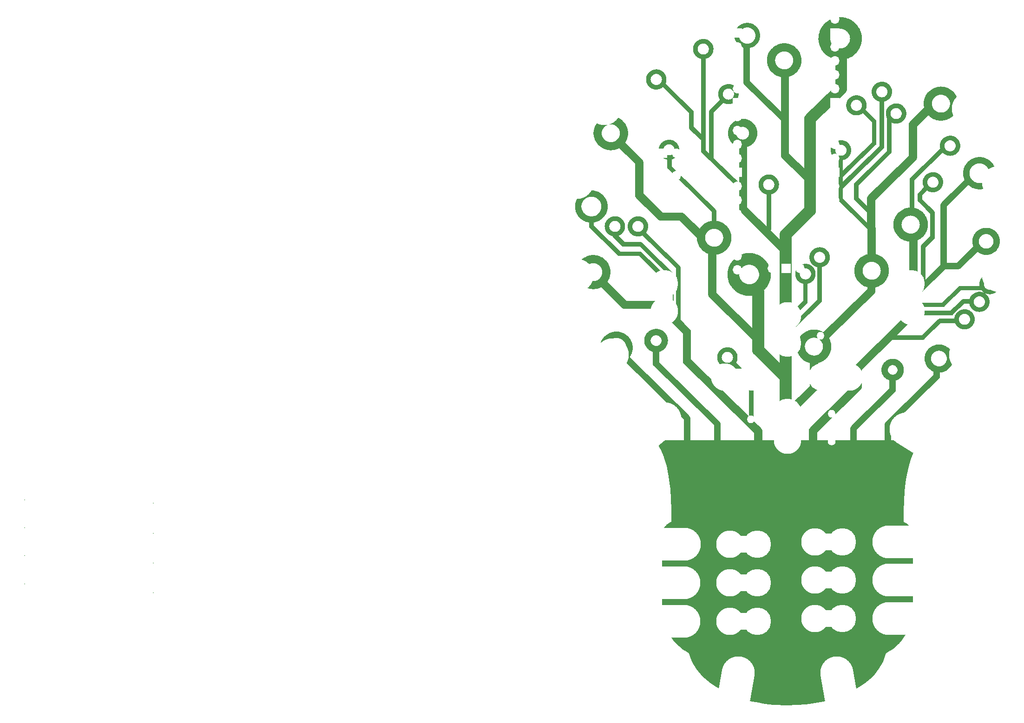
<source format=gbo>
%TF.GenerationSoftware,KiCad,Pcbnew,6.0.2+dfsg-1*%
%TF.CreationDate,2022-09-12T11:49:15+02:00*%
%TF.ProjectId,kidslab-lamp,6b696473-6c61-4622-9d6c-616d702e6b69,rev?*%
%TF.SameCoordinates,Original*%
%TF.FileFunction,Legend,Bot*%
%TF.FilePolarity,Positive*%
%FSLAX46Y46*%
G04 Gerber Fmt 4.6, Leading zero omitted, Abs format (unit mm)*
G04 Created by KiCad (PCBNEW 6.0.2+dfsg-1) date 2022-09-12 11:49:15*
%MOMM*%
%LPD*%
G01*
G04 APERTURE LIST*
G04 Aperture macros list*
%AMFreePoly0*
4,1,34,6.500000,-3.000000,0.000000,-3.000000,-0.000001,-2.998354,-0.313585,-2.983566,-0.654430,-2.927750,-0.986600,-2.833129,-1.305693,-2.700956,-1.607479,-2.532984,-1.887961,-2.331438,-2.143418,-2.098990,-2.370465,-1.838721,-2.566093,-1.554081,-2.727708,-1.248842,-2.853170,-0.927051,-2.940814,-0.592972,-2.989479,-0.251034,-2.998520,0.094232,-2.967817,0.438249,-2.897777,0.776457,-2.789329,1.104374,
-2.643910,1.417652,-2.463448,1.712141,-2.250333,1.983936,-2.007392,2.229434,-1.737844,2.445383,-1.445260,2.628920,-1.133522,2.777612,-0.806759,2.889488,-0.469303,2.963065,-0.125627,2.997368,0.000000,2.995395,0.000000,3.000000,6.500000,3.000000,6.500000,-3.000000,6.500000,-3.000000,$1*%
%AMFreePoly1*
4,1,48,0.468453,2.455718,0.772542,2.377641,1.064448,2.262068,1.339567,2.110820,1.593560,1.926283,1.822422,1.711368,1.955916,1.550000,3.250000,1.550000,3.285355,1.535355,3.300000,1.500000,3.300000,-1.500000,3.285355,-1.535355,3.250000,-1.550000,1.955916,-1.550000,1.822422,-1.711368,1.593560,-1.926283,1.339567,-2.110820,1.064448,-2.262068,0.772542,-2.377641,0.468453,-2.455718,
0.156976,-2.495067,-0.156976,-2.495067,-0.468453,-2.455718,-0.772542,-2.377641,-1.064448,-2.262068,-1.339567,-2.110820,-1.593560,-1.926283,-1.822422,-1.711368,-2.022542,-1.469463,-2.190767,-1.204384,-2.324441,-0.920311,-2.421458,-0.621725,-2.480287,-0.313333,-2.500000,0.000000,-2.480287,0.313333,-2.421458,0.621725,-2.324441,0.920311,-2.190767,1.204384,-2.022542,1.469463,-1.822422,1.711368,
-1.593560,1.926283,-1.339567,2.110820,-1.064448,2.262068,-0.772542,2.377641,-0.468453,2.455718,-0.156976,2.495067,0.156976,2.495067,0.468453,2.455718,0.468453,2.455718,$1*%
G04 Aperture macros list end*
%ADD10C,0.170000*%
%ADD11C,0.160000*%
%ADD12O,1.800000X1.800000*%
%ADD13O,1.500000X1.500000*%
%ADD14O,1.700000X1.700000*%
%ADD15R,1.700000X1.700000*%
%ADD16FreePoly0,328.000000*%
%ADD17FreePoly1,90.000000*%
%ADD18C,5.000000*%
%ADD19FreePoly1,270.000000*%
%ADD20FreePoly0,0.000000*%
%ADD21FreePoly0,191.500000*%
%ADD22FreePoly0,215.000000*%
%ADD23FreePoly0,180.000000*%
%ADD24FreePoly1,0.000000*%
%ADD25FreePoly0,280.000000*%
%ADD26FreePoly0,145.000000*%
%ADD27FreePoly0,220.000000*%
%ADD28FreePoly0,58.000000*%
%ADD29FreePoly1,180.000000*%
%ADD30FreePoly0,260.000000*%
%ADD31C,1.400000*%
%ADD32O,1.400000X1.400000*%
%ADD33FreePoly0,348.500000*%
%ADD34FreePoly0,11.000000*%
%ADD35FreePoly0,35.000000*%
%ADD36FreePoly0,124.500000*%
%ADD37FreePoly0,168.500000*%
%ADD38FreePoly0,324.500000*%
G04 APERTURE END LIST*
D10*
X126058107Y-100440900D02*
X126163178Y-100448801D01*
X126163178Y-100448801D02*
X126266739Y-100461811D01*
X126266739Y-100461811D02*
X126368661Y-100479801D01*
X126368661Y-100479801D02*
X126468809Y-100502642D01*
X126468809Y-100502642D02*
X126567056Y-100530204D01*
X126567056Y-100530204D02*
X126663267Y-100562358D01*
X126663267Y-100562358D02*
X126757313Y-100598975D01*
X126757313Y-100598975D02*
X126849062Y-100639925D01*
X126849062Y-100639925D02*
X126938383Y-100685079D01*
X126938383Y-100685079D02*
X127025145Y-100734307D01*
X127025145Y-100734307D02*
X127109216Y-100787481D01*
X127109216Y-100787481D02*
X127190465Y-100844470D01*
X127190465Y-100844470D02*
X127268762Y-100905146D01*
X127268762Y-100905146D02*
X127343974Y-100969379D01*
X127343974Y-100969379D02*
X127415970Y-101037040D01*
X127415970Y-101037040D02*
X127484620Y-101107999D01*
X127484620Y-101107999D02*
X127549792Y-101182128D01*
X127549792Y-101182128D02*
X127611355Y-101259296D01*
X127611355Y-101259296D02*
X127669178Y-101339375D01*
X127669178Y-101339375D02*
X127723128Y-101422235D01*
X127723128Y-101422235D02*
X127773076Y-101507746D01*
X127773076Y-101507746D02*
X127818890Y-101595780D01*
X127818890Y-101595780D02*
X127860439Y-101686208D01*
X127860439Y-101686208D02*
X127897590Y-101778899D01*
X127897590Y-101778899D02*
X127930215Y-101873724D01*
X127930215Y-101873724D02*
X127958179Y-101970554D01*
X127958179Y-101970554D02*
X127981354Y-102069261D01*
X127981354Y-102069261D02*
X127999608Y-102169713D01*
X127999608Y-102169713D02*
X128012808Y-102271783D01*
X128012808Y-102271783D02*
X128020825Y-102375340D01*
X128020825Y-102375340D02*
X128023526Y-102480255D01*
X128023526Y-102480255D02*
X128021539Y-102570205D01*
X128021539Y-102570205D02*
X128015634Y-102659159D01*
X128015634Y-102659159D02*
X128005893Y-102747037D01*
X128005893Y-102747037D02*
X127992399Y-102833758D01*
X127992399Y-102833758D02*
X127975235Y-102919243D01*
X127975235Y-102919243D02*
X127954484Y-103003410D01*
X127954484Y-103003410D02*
X127930228Y-103086179D01*
X127930228Y-103086179D02*
X127902550Y-103167469D01*
X127902550Y-103167469D02*
X127871534Y-103247201D01*
X127871534Y-103247201D02*
X127837261Y-103325294D01*
X127837261Y-103325294D02*
X127799815Y-103401666D01*
X127799815Y-103401666D02*
X127759279Y-103476239D01*
X127759279Y-103476239D02*
X127715735Y-103548931D01*
X127715735Y-103548931D02*
X127669265Y-103619662D01*
X127669265Y-103619662D02*
X127619954Y-103688351D01*
X127619954Y-103688351D02*
X127567883Y-103754918D01*
X127567883Y-103754918D02*
X127513135Y-103819283D01*
X127513135Y-103819283D02*
X127455794Y-103881364D01*
X127455794Y-103881364D02*
X127395942Y-103941083D01*
X127395942Y-103941083D02*
X127333661Y-103998357D01*
X127333661Y-103998357D02*
X127269035Y-104053107D01*
X127269035Y-104053107D02*
X127202146Y-104105252D01*
X127202146Y-104105252D02*
X127133078Y-104154712D01*
X127133078Y-104154712D02*
X127061912Y-104201406D01*
X127061912Y-104201406D02*
X126988732Y-104245254D01*
X126988732Y-104245254D02*
X126913620Y-104286175D01*
X126913620Y-104286175D02*
X126836660Y-104324090D01*
X126836660Y-104324090D02*
X126757934Y-104358916D01*
X126757934Y-104358916D02*
X126677525Y-104390575D01*
X126677525Y-104390575D02*
X126595515Y-104418985D01*
X126595515Y-104418985D02*
X126511988Y-104444066D01*
X126511988Y-104444066D02*
X126427026Y-104465737D01*
X126427026Y-104465737D02*
X126431582Y-104482095D01*
X126431582Y-104482095D02*
X126435758Y-104498587D01*
X126435758Y-104498587D02*
X126439484Y-104515226D01*
X126439484Y-104515226D02*
X126442689Y-104532022D01*
X126442689Y-104532022D02*
X126445304Y-104548987D01*
X126445304Y-104548987D02*
X126447259Y-104566130D01*
X126447259Y-104566130D02*
X126447967Y-104574773D01*
X126447967Y-104574773D02*
X126448483Y-104583465D01*
X126448483Y-104583465D02*
X126448799Y-104592207D01*
X126448799Y-104592207D02*
X126448907Y-104601001D01*
X126448907Y-104601001D02*
X126448907Y-106486848D01*
X126448907Y-106486848D02*
X137471598Y-117351001D01*
X137471598Y-117351001D02*
X137488582Y-117368541D01*
X137488582Y-117368541D02*
X137504594Y-117386826D01*
X137504594Y-117386826D02*
X137519616Y-117405815D01*
X137519616Y-117405815D02*
X137533632Y-117425465D01*
X137533632Y-117425465D02*
X137546624Y-117445734D01*
X137546624Y-117445734D02*
X137558575Y-117466579D01*
X137558575Y-117466579D02*
X137569469Y-117487957D01*
X137569469Y-117487957D02*
X137579289Y-117509825D01*
X137579289Y-117509825D02*
X137588017Y-117532142D01*
X137588017Y-117532142D02*
X137595636Y-117554864D01*
X137595636Y-117554864D02*
X137602130Y-117577949D01*
X137602130Y-117577949D02*
X137607482Y-117601354D01*
X137607482Y-117601354D02*
X137611674Y-117625037D01*
X137611674Y-117625037D02*
X137614689Y-117648955D01*
X137614689Y-117648955D02*
X137616511Y-117673065D01*
X137616511Y-117673065D02*
X137617122Y-117697325D01*
X137617122Y-117697325D02*
X137617122Y-121182136D01*
X137617122Y-121182136D02*
X136622623Y-121182136D01*
X136622623Y-121182136D02*
X136622623Y-117900215D01*
X136622623Y-117900215D02*
X125599931Y-107036386D01*
X125599931Y-107036386D02*
X125582947Y-107018796D01*
X125582947Y-107018796D02*
X125566936Y-107000480D01*
X125566936Y-107000480D02*
X125551913Y-106981477D01*
X125551913Y-106981477D02*
X125537897Y-106961825D01*
X125537897Y-106961825D02*
X125524905Y-106941564D01*
X125524905Y-106941564D02*
X125512953Y-106920733D01*
X125512953Y-106920733D02*
X125502058Y-106899372D01*
X125502058Y-106899372D02*
X125492238Y-106877520D01*
X125492238Y-106877520D02*
X125483509Y-106855215D01*
X125483509Y-106855215D02*
X125475889Y-106832498D01*
X125475889Y-106832498D02*
X125469394Y-106809407D01*
X125469394Y-106809407D02*
X125464042Y-106785982D01*
X125464042Y-106785982D02*
X125459850Y-106762262D01*
X125459850Y-106762262D02*
X125456835Y-106738286D01*
X125456835Y-106738286D02*
X125455013Y-106714094D01*
X125455013Y-106714094D02*
X125454402Y-106689724D01*
X125454402Y-106689724D02*
X125454402Y-104601001D01*
X125454402Y-104601001D02*
X125454502Y-104592207D01*
X125454502Y-104592207D02*
X125454797Y-104583465D01*
X125454797Y-104583465D02*
X125455281Y-104574774D01*
X125455281Y-104574774D02*
X125455946Y-104566132D01*
X125455946Y-104566132D02*
X125457795Y-104548990D01*
X125457795Y-104548990D02*
X125460288Y-104532027D01*
X125460288Y-104532027D02*
X125463371Y-104515232D01*
X125463371Y-104515232D02*
X125466989Y-104498593D01*
X125466989Y-104498593D02*
X125471089Y-104482099D01*
X125471089Y-104482099D02*
X125475614Y-104465737D01*
X125475614Y-104465737D02*
X125390655Y-104444066D01*
X125390655Y-104444066D02*
X125307135Y-104418985D01*
X125307135Y-104418985D02*
X125225135Y-104390575D01*
X125225135Y-104390575D02*
X125144739Y-104358916D01*
X125144739Y-104358916D02*
X125066028Y-104324090D01*
X125066028Y-104324090D02*
X124989087Y-104286175D01*
X124989087Y-104286175D02*
X124840838Y-104201406D01*
X124840838Y-104201406D02*
X124700655Y-104105252D01*
X124700655Y-104105252D02*
X124569197Y-103998357D01*
X124569197Y-103998357D02*
X124447124Y-103881364D01*
X124447124Y-103881364D02*
X124335097Y-103754918D01*
X124335097Y-103754918D02*
X124233776Y-103619662D01*
X124233776Y-103619662D02*
X124143822Y-103476239D01*
X124143822Y-103476239D02*
X124103314Y-103401666D01*
X124103314Y-103401666D02*
X124065895Y-103325294D01*
X124065895Y-103325294D02*
X124031648Y-103247201D01*
X124031648Y-103247201D02*
X124000655Y-103167469D01*
X124000655Y-103167469D02*
X123973000Y-103086179D01*
X123973000Y-103086179D02*
X123948764Y-103003410D01*
X123948764Y-103003410D02*
X123928030Y-102919243D01*
X123928030Y-102919243D02*
X123910881Y-102833758D01*
X123910881Y-102833758D02*
X123897399Y-102747037D01*
X123897399Y-102747037D02*
X123887667Y-102659159D01*
X123887667Y-102659159D02*
X123881767Y-102570205D01*
X123881767Y-102570205D02*
X123879783Y-102480255D01*
X123879783Y-102480255D02*
X124874281Y-102480255D01*
X124874281Y-102480255D02*
X124875686Y-102534813D01*
X124875686Y-102534813D02*
X124879854Y-102588664D01*
X124879854Y-102588664D02*
X124886718Y-102641741D01*
X124886718Y-102641741D02*
X124896209Y-102693977D01*
X124896209Y-102693977D02*
X124908259Y-102745305D01*
X124908259Y-102745305D02*
X124922801Y-102795657D01*
X124922801Y-102795657D02*
X124939764Y-102844967D01*
X124939764Y-102844967D02*
X124959083Y-102893166D01*
X124959083Y-102893166D02*
X124980687Y-102940188D01*
X124980687Y-102940188D02*
X125004509Y-102985965D01*
X125004509Y-102985965D02*
X125030482Y-103030431D01*
X125030482Y-103030431D02*
X125058535Y-103073518D01*
X125058535Y-103073518D02*
X125088602Y-103115158D01*
X125088602Y-103115158D02*
X125120614Y-103155285D01*
X125120614Y-103155285D02*
X125154503Y-103193831D01*
X125154503Y-103193831D02*
X125190200Y-103230729D01*
X125190200Y-103230729D02*
X125227638Y-103265911D01*
X125227638Y-103265911D02*
X125266748Y-103299312D01*
X125266748Y-103299312D02*
X125307462Y-103330862D01*
X125307462Y-103330862D02*
X125349711Y-103360495D01*
X125349711Y-103360495D02*
X125393428Y-103388145D01*
X125393428Y-103388145D02*
X125438545Y-103413742D01*
X125438545Y-103413742D02*
X125484992Y-103437221D01*
X125484992Y-103437221D02*
X125532702Y-103458514D01*
X125532702Y-103458514D02*
X125581607Y-103477554D01*
X125581607Y-103477554D02*
X125631638Y-103494274D01*
X125631638Y-103494274D02*
X125682727Y-103508605D01*
X125682727Y-103508605D02*
X125734806Y-103520482D01*
X125734806Y-103520482D02*
X125787807Y-103529836D01*
X125787807Y-103529836D02*
X125841662Y-103536601D01*
X125841662Y-103536601D02*
X125896301Y-103540709D01*
X125896301Y-103540709D02*
X125951657Y-103542094D01*
X125951657Y-103542094D02*
X126007013Y-103540709D01*
X126007013Y-103540709D02*
X126061652Y-103536601D01*
X126061652Y-103536601D02*
X126115506Y-103529836D01*
X126115506Y-103529836D02*
X126168506Y-103520482D01*
X126168506Y-103520482D02*
X126220585Y-103508605D01*
X126220585Y-103508605D02*
X126271674Y-103494274D01*
X126271674Y-103494274D02*
X126321704Y-103477554D01*
X126321704Y-103477554D02*
X126370609Y-103458514D01*
X126370609Y-103458514D02*
X126418319Y-103437221D01*
X126418319Y-103437221D02*
X126464766Y-103413742D01*
X126464766Y-103413742D02*
X126509882Y-103388145D01*
X126509882Y-103388145D02*
X126553599Y-103360495D01*
X126553599Y-103360495D02*
X126595848Y-103330862D01*
X126595848Y-103330862D02*
X126636562Y-103299312D01*
X126636562Y-103299312D02*
X126675671Y-103265911D01*
X126675671Y-103265911D02*
X126713109Y-103230729D01*
X126713109Y-103230729D02*
X126748806Y-103193831D01*
X126748806Y-103193831D02*
X126782695Y-103155285D01*
X126782695Y-103155285D02*
X126814707Y-103115158D01*
X126814707Y-103115158D02*
X126844774Y-103073518D01*
X126844774Y-103073518D02*
X126872827Y-103030431D01*
X126872827Y-103030431D02*
X126898799Y-102985965D01*
X126898799Y-102985965D02*
X126922621Y-102940188D01*
X126922621Y-102940188D02*
X126944226Y-102893166D01*
X126944226Y-102893166D02*
X126963544Y-102844967D01*
X126963544Y-102844967D02*
X126980508Y-102795657D01*
X126980508Y-102795657D02*
X126995049Y-102745305D01*
X126995049Y-102745305D02*
X127007099Y-102693977D01*
X127007099Y-102693977D02*
X127016591Y-102641741D01*
X127016591Y-102641741D02*
X127023455Y-102588664D01*
X127023455Y-102588664D02*
X127027623Y-102534813D01*
X127027623Y-102534813D02*
X127029028Y-102480255D01*
X127029028Y-102480255D02*
X127027623Y-102425697D01*
X127027623Y-102425697D02*
X127023455Y-102371844D01*
X127023455Y-102371844D02*
X127016591Y-102318766D01*
X127016591Y-102318766D02*
X127007099Y-102266529D01*
X127007099Y-102266529D02*
X126995049Y-102215200D01*
X126995049Y-102215200D02*
X126980508Y-102164847D01*
X126980508Y-102164847D02*
X126963544Y-102115537D01*
X126963544Y-102115537D02*
X126944226Y-102067337D01*
X126944226Y-102067337D02*
X126922621Y-102020315D01*
X126922621Y-102020315D02*
X126898799Y-101974537D01*
X126898799Y-101974537D02*
X126872827Y-101930070D01*
X126872827Y-101930070D02*
X126844774Y-101886983D01*
X126844774Y-101886983D02*
X126814707Y-101845343D01*
X126814707Y-101845343D02*
X126782695Y-101805215D01*
X126782695Y-101805215D02*
X126748806Y-101766669D01*
X126748806Y-101766669D02*
X126713109Y-101729771D01*
X126713109Y-101729771D02*
X126675671Y-101694588D01*
X126675671Y-101694588D02*
X126636562Y-101661187D01*
X126636562Y-101661187D02*
X126595848Y-101629637D01*
X126595848Y-101629637D02*
X126553599Y-101600003D01*
X126553599Y-101600003D02*
X126509882Y-101572354D01*
X126509882Y-101572354D02*
X126464766Y-101546756D01*
X126464766Y-101546756D02*
X126418319Y-101523277D01*
X126418319Y-101523277D02*
X126370609Y-101501984D01*
X126370609Y-101501984D02*
X126321704Y-101482944D01*
X126321704Y-101482944D02*
X126271674Y-101466224D01*
X126271674Y-101466224D02*
X126220585Y-101451893D01*
X126220585Y-101451893D02*
X126168506Y-101440016D01*
X126168506Y-101440016D02*
X126115506Y-101430662D01*
X126115506Y-101430662D02*
X126061652Y-101423897D01*
X126061652Y-101423897D02*
X126007013Y-101419788D01*
X126007013Y-101419788D02*
X125951657Y-101418404D01*
X125951657Y-101418404D02*
X125896301Y-101419788D01*
X125896301Y-101419788D02*
X125841662Y-101423897D01*
X125841662Y-101423897D02*
X125787807Y-101430662D01*
X125787807Y-101430662D02*
X125734806Y-101440016D01*
X125734806Y-101440016D02*
X125682727Y-101451893D01*
X125682727Y-101451893D02*
X125631638Y-101466224D01*
X125631638Y-101466224D02*
X125581607Y-101482944D01*
X125581607Y-101482944D02*
X125532702Y-101501984D01*
X125532702Y-101501984D02*
X125484992Y-101523277D01*
X125484992Y-101523277D02*
X125438545Y-101546756D01*
X125438545Y-101546756D02*
X125393428Y-101572354D01*
X125393428Y-101572354D02*
X125349711Y-101600003D01*
X125349711Y-101600003D02*
X125307462Y-101629637D01*
X125307462Y-101629637D02*
X125266748Y-101661187D01*
X125266748Y-101661187D02*
X125227638Y-101694588D01*
X125227638Y-101694588D02*
X125190200Y-101729771D01*
X125190200Y-101729771D02*
X125154503Y-101766669D01*
X125154503Y-101766669D02*
X125120614Y-101805215D01*
X125120614Y-101805215D02*
X125088602Y-101845343D01*
X125088602Y-101845343D02*
X125058535Y-101886983D01*
X125058535Y-101886983D02*
X125030482Y-101930070D01*
X125030482Y-101930070D02*
X125004509Y-101974537D01*
X125004509Y-101974537D02*
X124980687Y-102020315D01*
X124980687Y-102020315D02*
X124959083Y-102067337D01*
X124959083Y-102067337D02*
X124939764Y-102115537D01*
X124939764Y-102115537D02*
X124922801Y-102164847D01*
X124922801Y-102164847D02*
X124908259Y-102215200D01*
X124908259Y-102215200D02*
X124896209Y-102266529D01*
X124896209Y-102266529D02*
X124886718Y-102318766D01*
X124886718Y-102318766D02*
X124879854Y-102371844D01*
X124879854Y-102371844D02*
X124875686Y-102425697D01*
X124875686Y-102425697D02*
X124874281Y-102480255D01*
X124874281Y-102480255D02*
X123879783Y-102480255D01*
X123879783Y-102480255D02*
X123882483Y-102375340D01*
X123882483Y-102375340D02*
X123890497Y-102271783D01*
X123890497Y-102271783D02*
X123903693Y-102169713D01*
X123903693Y-102169713D02*
X123921941Y-102069261D01*
X123921941Y-102069261D02*
X123945109Y-101970554D01*
X123945109Y-101970554D02*
X123973066Y-101873724D01*
X123973066Y-101873724D02*
X124005681Y-101778899D01*
X124005681Y-101778899D02*
X124042824Y-101686208D01*
X124042824Y-101686208D02*
X124084362Y-101595780D01*
X124084362Y-101595780D02*
X124130166Y-101507746D01*
X124130166Y-101507746D02*
X124180103Y-101422235D01*
X124180103Y-101422235D02*
X124234044Y-101339375D01*
X124234044Y-101339375D02*
X124291856Y-101259296D01*
X124291856Y-101259296D02*
X124353410Y-101182128D01*
X124353410Y-101182128D02*
X124418573Y-101107999D01*
X124418573Y-101107999D02*
X124487215Y-101037040D01*
X124487215Y-101037040D02*
X124559204Y-100969379D01*
X124559204Y-100969379D02*
X124634411Y-100905146D01*
X124634411Y-100905146D02*
X124712702Y-100844470D01*
X124712702Y-100844470D02*
X124793949Y-100787481D01*
X124793949Y-100787481D02*
X124878019Y-100734307D01*
X124878019Y-100734307D02*
X124964781Y-100685079D01*
X124964781Y-100685079D02*
X125054105Y-100639925D01*
X125054105Y-100639925D02*
X125145859Y-100598975D01*
X125145859Y-100598975D02*
X125239912Y-100562358D01*
X125239912Y-100562358D02*
X125336134Y-100530204D01*
X125336134Y-100530204D02*
X125434392Y-100502642D01*
X125434392Y-100502642D02*
X125534557Y-100479801D01*
X125534557Y-100479801D02*
X125636497Y-100461811D01*
X125636497Y-100461811D02*
X125740081Y-100448801D01*
X125740081Y-100448801D02*
X125845178Y-100440900D01*
X125845178Y-100440900D02*
X125951657Y-100438237D01*
X125951657Y-100438237D02*
X126058107Y-100440900D01*
G36*
X123890497Y-102271783D02*
G01*
X123903693Y-102169713D01*
X123921941Y-102069261D01*
X123945109Y-101970554D01*
X123973066Y-101873724D01*
X124005681Y-101778899D01*
X124042824Y-101686208D01*
X124084362Y-101595780D01*
X124130166Y-101507746D01*
X124180103Y-101422235D01*
X124234044Y-101339375D01*
X124291856Y-101259296D01*
X124353410Y-101182128D01*
X124418573Y-101107999D01*
X124487215Y-101037040D01*
X124559204Y-100969379D01*
X124634411Y-100905146D01*
X124712702Y-100844470D01*
X124793949Y-100787481D01*
X124878019Y-100734307D01*
X124964781Y-100685079D01*
X125054105Y-100639925D01*
X125145859Y-100598975D01*
X125239912Y-100562358D01*
X125336134Y-100530204D01*
X125434392Y-100502642D01*
X125534557Y-100479801D01*
X125636497Y-100461811D01*
X125740081Y-100448801D01*
X125845178Y-100440900D01*
X125951657Y-100438237D01*
X126058107Y-100440900D01*
X126163178Y-100448801D01*
X126266739Y-100461811D01*
X126368661Y-100479801D01*
X126468809Y-100502642D01*
X126567056Y-100530204D01*
X126663267Y-100562358D01*
X126757313Y-100598975D01*
X126849062Y-100639925D01*
X126938383Y-100685079D01*
X127025145Y-100734307D01*
X127109216Y-100787481D01*
X127190465Y-100844470D01*
X127268762Y-100905146D01*
X127343974Y-100969379D01*
X127415970Y-101037040D01*
X127484620Y-101107999D01*
X127549792Y-101182128D01*
X127611355Y-101259296D01*
X127669178Y-101339375D01*
X127723128Y-101422235D01*
X127773076Y-101507746D01*
X127818890Y-101595780D01*
X127860439Y-101686208D01*
X127897590Y-101778899D01*
X127930215Y-101873724D01*
X127958179Y-101970554D01*
X127981354Y-102069261D01*
X127999608Y-102169713D01*
X128012808Y-102271783D01*
X128020825Y-102375340D01*
X128023526Y-102480255D01*
X128021539Y-102570205D01*
X128015634Y-102659159D01*
X128005893Y-102747037D01*
X127992399Y-102833758D01*
X127975235Y-102919243D01*
X127954484Y-103003410D01*
X127930228Y-103086179D01*
X127902550Y-103167469D01*
X127871534Y-103247201D01*
X127837261Y-103325294D01*
X127799815Y-103401666D01*
X127759279Y-103476239D01*
X127715735Y-103548931D01*
X127669265Y-103619662D01*
X127619954Y-103688351D01*
X127567883Y-103754918D01*
X127513135Y-103819283D01*
X127455794Y-103881364D01*
X127395942Y-103941083D01*
X127333661Y-103998357D01*
X127269035Y-104053107D01*
X127202146Y-104105252D01*
X127133078Y-104154712D01*
X127061912Y-104201406D01*
X126988732Y-104245254D01*
X126913620Y-104286175D01*
X126836660Y-104324090D01*
X126757934Y-104358916D01*
X126677525Y-104390575D01*
X126595515Y-104418985D01*
X126511988Y-104444066D01*
X126427026Y-104465737D01*
X126431582Y-104482095D01*
X126435758Y-104498587D01*
X126439484Y-104515226D01*
X126442689Y-104532022D01*
X126445304Y-104548987D01*
X126447259Y-104566130D01*
X126447967Y-104574773D01*
X126448483Y-104583465D01*
X126448799Y-104592207D01*
X126448907Y-104601001D01*
X126448907Y-106486848D01*
X137471598Y-117351001D01*
X137488582Y-117368541D01*
X137504594Y-117386826D01*
X137519616Y-117405815D01*
X137533632Y-117425465D01*
X137546624Y-117445734D01*
X137558575Y-117466579D01*
X137569469Y-117487957D01*
X137579289Y-117509825D01*
X137588017Y-117532142D01*
X137595636Y-117554864D01*
X137602130Y-117577949D01*
X137607482Y-117601354D01*
X137611674Y-117625037D01*
X137614689Y-117648955D01*
X137616511Y-117673065D01*
X137617122Y-117697325D01*
X137617122Y-121182136D01*
X136622623Y-121182136D01*
X136622623Y-117900215D01*
X125599931Y-107036386D01*
X125582947Y-107018796D01*
X125566936Y-107000480D01*
X125551913Y-106981477D01*
X125537897Y-106961825D01*
X125524905Y-106941564D01*
X125512953Y-106920733D01*
X125502058Y-106899372D01*
X125492238Y-106877520D01*
X125483509Y-106855215D01*
X125475889Y-106832498D01*
X125469394Y-106809407D01*
X125464042Y-106785982D01*
X125459850Y-106762262D01*
X125456835Y-106738286D01*
X125455013Y-106714094D01*
X125454402Y-106689724D01*
X125454402Y-104601001D01*
X125454502Y-104592207D01*
X125454797Y-104583465D01*
X125455281Y-104574774D01*
X125455946Y-104566132D01*
X125457795Y-104548990D01*
X125460288Y-104532027D01*
X125463371Y-104515232D01*
X125466989Y-104498593D01*
X125471089Y-104482099D01*
X125475614Y-104465737D01*
X125390655Y-104444066D01*
X125307135Y-104418985D01*
X125225135Y-104390575D01*
X125144739Y-104358916D01*
X125066028Y-104324090D01*
X124989087Y-104286175D01*
X124840838Y-104201406D01*
X124700655Y-104105252D01*
X124569197Y-103998357D01*
X124447124Y-103881364D01*
X124335097Y-103754918D01*
X124233776Y-103619662D01*
X124143822Y-103476239D01*
X124103314Y-103401666D01*
X124065895Y-103325294D01*
X124031648Y-103247201D01*
X124000655Y-103167469D01*
X123973000Y-103086179D01*
X123948764Y-103003410D01*
X123928030Y-102919243D01*
X123910881Y-102833758D01*
X123897399Y-102747037D01*
X123887667Y-102659159D01*
X123881767Y-102570205D01*
X123879783Y-102480255D01*
X124874281Y-102480255D01*
X124875686Y-102534813D01*
X124879854Y-102588664D01*
X124886718Y-102641741D01*
X124896209Y-102693977D01*
X124908259Y-102745305D01*
X124922801Y-102795657D01*
X124939764Y-102844967D01*
X124959083Y-102893166D01*
X124980687Y-102940188D01*
X125004509Y-102985965D01*
X125030482Y-103030431D01*
X125058535Y-103073518D01*
X125088602Y-103115158D01*
X125120614Y-103155285D01*
X125154503Y-103193831D01*
X125190200Y-103230729D01*
X125227638Y-103265911D01*
X125266748Y-103299312D01*
X125307462Y-103330862D01*
X125349711Y-103360495D01*
X125393428Y-103388145D01*
X125438545Y-103413742D01*
X125484992Y-103437221D01*
X125532702Y-103458514D01*
X125581607Y-103477554D01*
X125631638Y-103494274D01*
X125682727Y-103508605D01*
X125734806Y-103520482D01*
X125787807Y-103529836D01*
X125841662Y-103536601D01*
X125896301Y-103540709D01*
X125951657Y-103542094D01*
X126007013Y-103540709D01*
X126061652Y-103536601D01*
X126115506Y-103529836D01*
X126168506Y-103520482D01*
X126220585Y-103508605D01*
X126271674Y-103494274D01*
X126321704Y-103477554D01*
X126370609Y-103458514D01*
X126418319Y-103437221D01*
X126464766Y-103413742D01*
X126509882Y-103388145D01*
X126553599Y-103360495D01*
X126595848Y-103330862D01*
X126636562Y-103299312D01*
X126675671Y-103265911D01*
X126713109Y-103230729D01*
X126748806Y-103193831D01*
X126782695Y-103155285D01*
X126814707Y-103115158D01*
X126844774Y-103073518D01*
X126872827Y-103030431D01*
X126898799Y-102985965D01*
X126922621Y-102940188D01*
X126944226Y-102893166D01*
X126963544Y-102844967D01*
X126980508Y-102795657D01*
X126995049Y-102745305D01*
X127007099Y-102693977D01*
X127016591Y-102641741D01*
X127023455Y-102588664D01*
X127027623Y-102534813D01*
X127029028Y-102480255D01*
X127027623Y-102425697D01*
X127023455Y-102371844D01*
X127016591Y-102318766D01*
X127007099Y-102266529D01*
X126995049Y-102215200D01*
X126980508Y-102164847D01*
X126963544Y-102115537D01*
X126944226Y-102067337D01*
X126922621Y-102020315D01*
X126898799Y-101974537D01*
X126872827Y-101930070D01*
X126844774Y-101886983D01*
X126814707Y-101845343D01*
X126782695Y-101805215D01*
X126748806Y-101766669D01*
X126713109Y-101729771D01*
X126675671Y-101694588D01*
X126636562Y-101661187D01*
X126595848Y-101629637D01*
X126553599Y-101600003D01*
X126509882Y-101572354D01*
X126464766Y-101546756D01*
X126418319Y-101523277D01*
X126370609Y-101501984D01*
X126321704Y-101482944D01*
X126271674Y-101466224D01*
X126220585Y-101451893D01*
X126168506Y-101440016D01*
X126115506Y-101430662D01*
X126061652Y-101423897D01*
X126007013Y-101419788D01*
X125951657Y-101418404D01*
X125896301Y-101419788D01*
X125841662Y-101423897D01*
X125787807Y-101430662D01*
X125734806Y-101440016D01*
X125682727Y-101451893D01*
X125631638Y-101466224D01*
X125581607Y-101482944D01*
X125532702Y-101501984D01*
X125484992Y-101523277D01*
X125438545Y-101546756D01*
X125393428Y-101572354D01*
X125349711Y-101600003D01*
X125307462Y-101629637D01*
X125266748Y-101661187D01*
X125227638Y-101694588D01*
X125190200Y-101729771D01*
X125154503Y-101766669D01*
X125120614Y-101805215D01*
X125088602Y-101845343D01*
X125058535Y-101886983D01*
X125030482Y-101930070D01*
X125004509Y-101974537D01*
X124980687Y-102020315D01*
X124959083Y-102067337D01*
X124939764Y-102115537D01*
X124922801Y-102164847D01*
X124908259Y-102215200D01*
X124896209Y-102266529D01*
X124886718Y-102318766D01*
X124879854Y-102371844D01*
X124875686Y-102425697D01*
X124874281Y-102480255D01*
X123879783Y-102480255D01*
X123882483Y-102375340D01*
X123890497Y-102271783D01*
G37*
X123890497Y-102271783D02*
X123903693Y-102169713D01*
X123921941Y-102069261D01*
X123945109Y-101970554D01*
X123973066Y-101873724D01*
X124005681Y-101778899D01*
X124042824Y-101686208D01*
X124084362Y-101595780D01*
X124130166Y-101507746D01*
X124180103Y-101422235D01*
X124234044Y-101339375D01*
X124291856Y-101259296D01*
X124353410Y-101182128D01*
X124418573Y-101107999D01*
X124487215Y-101037040D01*
X124559204Y-100969379D01*
X124634411Y-100905146D01*
X124712702Y-100844470D01*
X124793949Y-100787481D01*
X124878019Y-100734307D01*
X124964781Y-100685079D01*
X125054105Y-100639925D01*
X125145859Y-100598975D01*
X125239912Y-100562358D01*
X125336134Y-100530204D01*
X125434392Y-100502642D01*
X125534557Y-100479801D01*
X125636497Y-100461811D01*
X125740081Y-100448801D01*
X125845178Y-100440900D01*
X125951657Y-100438237D01*
X126058107Y-100440900D01*
X126163178Y-100448801D01*
X126266739Y-100461811D01*
X126368661Y-100479801D01*
X126468809Y-100502642D01*
X126567056Y-100530204D01*
X126663267Y-100562358D01*
X126757313Y-100598975D01*
X126849062Y-100639925D01*
X126938383Y-100685079D01*
X127025145Y-100734307D01*
X127109216Y-100787481D01*
X127190465Y-100844470D01*
X127268762Y-100905146D01*
X127343974Y-100969379D01*
X127415970Y-101037040D01*
X127484620Y-101107999D01*
X127549792Y-101182128D01*
X127611355Y-101259296D01*
X127669178Y-101339375D01*
X127723128Y-101422235D01*
X127773076Y-101507746D01*
X127818890Y-101595780D01*
X127860439Y-101686208D01*
X127897590Y-101778899D01*
X127930215Y-101873724D01*
X127958179Y-101970554D01*
X127981354Y-102069261D01*
X127999608Y-102169713D01*
X128012808Y-102271783D01*
X128020825Y-102375340D01*
X128023526Y-102480255D01*
X128021539Y-102570205D01*
X128015634Y-102659159D01*
X128005893Y-102747037D01*
X127992399Y-102833758D01*
X127975235Y-102919243D01*
X127954484Y-103003410D01*
X127930228Y-103086179D01*
X127902550Y-103167469D01*
X127871534Y-103247201D01*
X127837261Y-103325294D01*
X127799815Y-103401666D01*
X127759279Y-103476239D01*
X127715735Y-103548931D01*
X127669265Y-103619662D01*
X127619954Y-103688351D01*
X127567883Y-103754918D01*
X127513135Y-103819283D01*
X127455794Y-103881364D01*
X127395942Y-103941083D01*
X127333661Y-103998357D01*
X127269035Y-104053107D01*
X127202146Y-104105252D01*
X127133078Y-104154712D01*
X127061912Y-104201406D01*
X126988732Y-104245254D01*
X126913620Y-104286175D01*
X126836660Y-104324090D01*
X126757934Y-104358916D01*
X126677525Y-104390575D01*
X126595515Y-104418985D01*
X126511988Y-104444066D01*
X126427026Y-104465737D01*
X126431582Y-104482095D01*
X126435758Y-104498587D01*
X126439484Y-104515226D01*
X126442689Y-104532022D01*
X126445304Y-104548987D01*
X126447259Y-104566130D01*
X126447967Y-104574773D01*
X126448483Y-104583465D01*
X126448799Y-104592207D01*
X126448907Y-104601001D01*
X126448907Y-106486848D01*
X137471598Y-117351001D01*
X137488582Y-117368541D01*
X137504594Y-117386826D01*
X137519616Y-117405815D01*
X137533632Y-117425465D01*
X137546624Y-117445734D01*
X137558575Y-117466579D01*
X137569469Y-117487957D01*
X137579289Y-117509825D01*
X137588017Y-117532142D01*
X137595636Y-117554864D01*
X137602130Y-117577949D01*
X137607482Y-117601354D01*
X137611674Y-117625037D01*
X137614689Y-117648955D01*
X137616511Y-117673065D01*
X137617122Y-117697325D01*
X137617122Y-121182136D01*
X136622623Y-121182136D01*
X136622623Y-117900215D01*
X125599931Y-107036386D01*
X125582947Y-107018796D01*
X125566936Y-107000480D01*
X125551913Y-106981477D01*
X125537897Y-106961825D01*
X125524905Y-106941564D01*
X125512953Y-106920733D01*
X125502058Y-106899372D01*
X125492238Y-106877520D01*
X125483509Y-106855215D01*
X125475889Y-106832498D01*
X125469394Y-106809407D01*
X125464042Y-106785982D01*
X125459850Y-106762262D01*
X125456835Y-106738286D01*
X125455013Y-106714094D01*
X125454402Y-106689724D01*
X125454402Y-104601001D01*
X125454502Y-104592207D01*
X125454797Y-104583465D01*
X125455281Y-104574774D01*
X125455946Y-104566132D01*
X125457795Y-104548990D01*
X125460288Y-104532027D01*
X125463371Y-104515232D01*
X125466989Y-104498593D01*
X125471089Y-104482099D01*
X125475614Y-104465737D01*
X125390655Y-104444066D01*
X125307135Y-104418985D01*
X125225135Y-104390575D01*
X125144739Y-104358916D01*
X125066028Y-104324090D01*
X124989087Y-104286175D01*
X124840838Y-104201406D01*
X124700655Y-104105252D01*
X124569197Y-103998357D01*
X124447124Y-103881364D01*
X124335097Y-103754918D01*
X124233776Y-103619662D01*
X124143822Y-103476239D01*
X124103314Y-103401666D01*
X124065895Y-103325294D01*
X124031648Y-103247201D01*
X124000655Y-103167469D01*
X123973000Y-103086179D01*
X123948764Y-103003410D01*
X123928030Y-102919243D01*
X123910881Y-102833758D01*
X123897399Y-102747037D01*
X123887667Y-102659159D01*
X123881767Y-102570205D01*
X123879783Y-102480255D01*
X124874281Y-102480255D01*
X124875686Y-102534813D01*
X124879854Y-102588664D01*
X124886718Y-102641741D01*
X124896209Y-102693977D01*
X124908259Y-102745305D01*
X124922801Y-102795657D01*
X124939764Y-102844967D01*
X124959083Y-102893166D01*
X124980687Y-102940188D01*
X125004509Y-102985965D01*
X125030482Y-103030431D01*
X125058535Y-103073518D01*
X125088602Y-103115158D01*
X125120614Y-103155285D01*
X125154503Y-103193831D01*
X125190200Y-103230729D01*
X125227638Y-103265911D01*
X125266748Y-103299312D01*
X125307462Y-103330862D01*
X125349711Y-103360495D01*
X125393428Y-103388145D01*
X125438545Y-103413742D01*
X125484992Y-103437221D01*
X125532702Y-103458514D01*
X125581607Y-103477554D01*
X125631638Y-103494274D01*
X125682727Y-103508605D01*
X125734806Y-103520482D01*
X125787807Y-103529836D01*
X125841662Y-103536601D01*
X125896301Y-103540709D01*
X125951657Y-103542094D01*
X126007013Y-103540709D01*
X126061652Y-103536601D01*
X126115506Y-103529836D01*
X126168506Y-103520482D01*
X126220585Y-103508605D01*
X126271674Y-103494274D01*
X126321704Y-103477554D01*
X126370609Y-103458514D01*
X126418319Y-103437221D01*
X126464766Y-103413742D01*
X126509882Y-103388145D01*
X126553599Y-103360495D01*
X126595848Y-103330862D01*
X126636562Y-103299312D01*
X126675671Y-103265911D01*
X126713109Y-103230729D01*
X126748806Y-103193831D01*
X126782695Y-103155285D01*
X126814707Y-103115158D01*
X126844774Y-103073518D01*
X126872827Y-103030431D01*
X126898799Y-102985965D01*
X126922621Y-102940188D01*
X126944226Y-102893166D01*
X126963544Y-102844967D01*
X126980508Y-102795657D01*
X126995049Y-102745305D01*
X127007099Y-102693977D01*
X127016591Y-102641741D01*
X127023455Y-102588664D01*
X127027623Y-102534813D01*
X127029028Y-102480255D01*
X127027623Y-102425697D01*
X127023455Y-102371844D01*
X127016591Y-102318766D01*
X127007099Y-102266529D01*
X126995049Y-102215200D01*
X126980508Y-102164847D01*
X126963544Y-102115537D01*
X126944226Y-102067337D01*
X126922621Y-102020315D01*
X126898799Y-101974537D01*
X126872827Y-101930070D01*
X126844774Y-101886983D01*
X126814707Y-101845343D01*
X126782695Y-101805215D01*
X126748806Y-101766669D01*
X126713109Y-101729771D01*
X126675671Y-101694588D01*
X126636562Y-101661187D01*
X126595848Y-101629637D01*
X126553599Y-101600003D01*
X126509882Y-101572354D01*
X126464766Y-101546756D01*
X126418319Y-101523277D01*
X126370609Y-101501984D01*
X126321704Y-101482944D01*
X126271674Y-101466224D01*
X126220585Y-101451893D01*
X126168506Y-101440016D01*
X126115506Y-101430662D01*
X126061652Y-101423897D01*
X126007013Y-101419788D01*
X125951657Y-101418404D01*
X125896301Y-101419788D01*
X125841662Y-101423897D01*
X125787807Y-101430662D01*
X125734806Y-101440016D01*
X125682727Y-101451893D01*
X125631638Y-101466224D01*
X125581607Y-101482944D01*
X125532702Y-101501984D01*
X125484992Y-101523277D01*
X125438545Y-101546756D01*
X125393428Y-101572354D01*
X125349711Y-101600003D01*
X125307462Y-101629637D01*
X125266748Y-101661187D01*
X125227638Y-101694588D01*
X125190200Y-101729771D01*
X125154503Y-101766669D01*
X125120614Y-101805215D01*
X125088602Y-101845343D01*
X125058535Y-101886983D01*
X125030482Y-101930070D01*
X125004509Y-101974537D01*
X124980687Y-102020315D01*
X124959083Y-102067337D01*
X124939764Y-102115537D01*
X124922801Y-102164847D01*
X124908259Y-102215200D01*
X124896209Y-102266529D01*
X124886718Y-102318766D01*
X124879854Y-102371844D01*
X124875686Y-102425697D01*
X124874281Y-102480255D01*
X123879783Y-102480255D01*
X123882483Y-102375340D01*
X123890497Y-102271783D01*
X169169911Y-105896692D02*
X169269372Y-105904171D01*
X169269372Y-105904171D02*
X169367403Y-105916485D01*
X169367403Y-105916485D02*
X169463881Y-105933513D01*
X169463881Y-105933513D02*
X169558681Y-105955132D01*
X169558681Y-105955132D02*
X169651679Y-105981220D01*
X169651679Y-105981220D02*
X169742751Y-106011654D01*
X169742751Y-106011654D02*
X169831773Y-106046312D01*
X169831773Y-106046312D02*
X169918620Y-106085072D01*
X169918620Y-106085072D02*
X170003168Y-106127811D01*
X170003168Y-106127811D02*
X170085293Y-106174407D01*
X170085293Y-106174407D02*
X170164871Y-106224737D01*
X170164871Y-106224737D02*
X170241778Y-106278679D01*
X170241778Y-106278679D02*
X170315890Y-106336111D01*
X170315890Y-106336111D02*
X170387081Y-106396910D01*
X170387081Y-106396910D02*
X170455229Y-106460953D01*
X170455229Y-106460953D02*
X170520209Y-106528119D01*
X170520209Y-106528119D02*
X170581897Y-106598285D01*
X170581897Y-106598285D02*
X170640168Y-106671329D01*
X170640168Y-106671329D02*
X170694899Y-106747128D01*
X170694899Y-106747128D02*
X170745965Y-106825559D01*
X170745965Y-106825559D02*
X170793241Y-106906501D01*
X170793241Y-106906501D02*
X170836605Y-106989831D01*
X170836605Y-106989831D02*
X170875931Y-107075426D01*
X170875931Y-107075426D02*
X170911096Y-107163164D01*
X170911096Y-107163164D02*
X170941975Y-107252924D01*
X170941975Y-107252924D02*
X170968444Y-107344581D01*
X170968444Y-107344581D02*
X170990380Y-107438015D01*
X170990380Y-107438015D02*
X171007656Y-107533102D01*
X171007656Y-107533102D02*
X171020151Y-107629721D01*
X171020151Y-107629721D02*
X171027738Y-107727748D01*
X171027738Y-107727748D02*
X171030295Y-107827061D01*
X171030295Y-107827061D02*
X171028482Y-107910651D01*
X171028482Y-107910651D02*
X171023091Y-107993336D01*
X171023091Y-107993336D02*
X171014197Y-108075045D01*
X171014197Y-108075045D02*
X171001874Y-108155703D01*
X171001874Y-108155703D02*
X170986197Y-108235240D01*
X170986197Y-108235240D02*
X170967239Y-108313584D01*
X170967239Y-108313584D02*
X170945074Y-108390661D01*
X170945074Y-108390661D02*
X170919778Y-108466400D01*
X170919778Y-108466400D02*
X170891424Y-108540729D01*
X170891424Y-108540729D02*
X170860087Y-108613575D01*
X170860087Y-108613575D02*
X170825840Y-108684866D01*
X170825840Y-108684866D02*
X170788758Y-108754530D01*
X170788758Y-108754530D02*
X170748915Y-108822495D01*
X170748915Y-108822495D02*
X170706385Y-108888688D01*
X170706385Y-108888688D02*
X170661244Y-108953038D01*
X170661244Y-108953038D02*
X170613563Y-109015472D01*
X170613563Y-109015472D02*
X170563420Y-109075917D01*
X170563420Y-109075917D02*
X170510886Y-109134303D01*
X170510886Y-109134303D02*
X170456037Y-109190556D01*
X170456037Y-109190556D02*
X170398946Y-109244604D01*
X170398946Y-109244604D02*
X170339689Y-109296375D01*
X170339689Y-109296375D02*
X170278339Y-109345798D01*
X170278339Y-109345798D02*
X170214970Y-109392798D01*
X170214970Y-109392798D02*
X170149657Y-109437306D01*
X170149657Y-109437306D02*
X170082474Y-109479247D01*
X170082474Y-109479247D02*
X170013495Y-109518551D01*
X170013495Y-109518551D02*
X169942794Y-109555144D01*
X169942794Y-109555144D02*
X169870446Y-109588955D01*
X169870446Y-109588955D02*
X169796524Y-109619912D01*
X169796524Y-109619912D02*
X169721104Y-109647941D01*
X169721104Y-109647941D02*
X169644259Y-109672972D01*
X169644259Y-109672972D02*
X169566063Y-109694931D01*
X169566063Y-109694931D02*
X169566063Y-111475566D01*
X169566063Y-111475566D02*
X169565452Y-111499769D01*
X169565452Y-111499769D02*
X169563630Y-111523829D01*
X169563630Y-111523829D02*
X169560614Y-111547704D01*
X169560614Y-111547704D02*
X169556419Y-111571350D01*
X169556419Y-111571350D02*
X169551064Y-111594724D01*
X169551064Y-111594724D02*
X169544563Y-111617782D01*
X169544563Y-111617782D02*
X169536934Y-111640483D01*
X169536934Y-111640483D02*
X169528193Y-111662782D01*
X169528193Y-111662782D02*
X169518356Y-111684637D01*
X169518356Y-111684637D02*
X169507441Y-111706005D01*
X169507441Y-111706005D02*
X169495463Y-111726842D01*
X169495463Y-111726842D02*
X169482439Y-111747106D01*
X169482439Y-111747106D02*
X169468386Y-111766754D01*
X169468386Y-111766754D02*
X169453320Y-111785741D01*
X169453320Y-111785741D02*
X169437258Y-111804026D01*
X169437258Y-111804026D02*
X169420216Y-111821565D01*
X169420216Y-111821565D02*
X162452086Y-118689593D01*
X162452086Y-118689593D02*
X162452086Y-121182149D01*
X162452086Y-121182149D02*
X161457588Y-121182149D01*
X161457588Y-121182149D02*
X161457588Y-118486691D01*
X161457588Y-118486691D02*
X161458199Y-118462434D01*
X161458199Y-118462434D02*
X161460020Y-118438333D01*
X161460020Y-118438333D02*
X161463035Y-118414430D01*
X161463035Y-118414430D02*
X161467227Y-118390765D01*
X161467227Y-118390765D02*
X161472578Y-118367379D01*
X161472578Y-118367379D02*
X161479071Y-118344315D01*
X161479071Y-118344315D02*
X161486690Y-118321612D01*
X161486690Y-118321612D02*
X161495418Y-118299312D01*
X161495418Y-118299312D02*
X161505237Y-118277457D01*
X161505237Y-118277457D02*
X161516131Y-118256087D01*
X161516131Y-118256087D02*
X161528083Y-118235243D01*
X161528083Y-118235243D02*
X161541075Y-118214968D01*
X161541075Y-118214968D02*
X161555091Y-118195301D01*
X161555091Y-118195301D02*
X161570114Y-118176285D01*
X161570114Y-118176285D02*
X161586126Y-118157959D01*
X161586126Y-118157959D02*
X161603111Y-118140367D01*
X161603111Y-118140367D02*
X168571565Y-111272352D01*
X168571565Y-111272352D02*
X168571565Y-109694931D01*
X168571565Y-109694931D02*
X168493371Y-109672914D01*
X168493371Y-109672914D02*
X168416530Y-109647831D01*
X168416530Y-109647831D02*
X168267201Y-109588755D01*
X168267201Y-109588755D02*
X168124170Y-109518281D01*
X168124170Y-109518281D02*
X167988029Y-109436985D01*
X167988029Y-109436985D02*
X167859373Y-109345442D01*
X167859373Y-109345442D02*
X167738794Y-109244230D01*
X167738794Y-109244230D02*
X167626885Y-109133925D01*
X167626885Y-109133925D02*
X167524238Y-109015102D01*
X167524238Y-109015102D02*
X167431447Y-108888339D01*
X167431447Y-108888339D02*
X167349104Y-108754211D01*
X167349104Y-108754211D02*
X167277803Y-108613295D01*
X167277803Y-108613295D02*
X167246479Y-108540471D01*
X167246479Y-108540471D02*
X167218136Y-108466167D01*
X167218136Y-108466167D02*
X167192851Y-108390453D01*
X167192851Y-108390453D02*
X167170697Y-108313403D01*
X167170697Y-108313403D02*
X167151747Y-108235088D01*
X167151747Y-108235088D02*
X167136077Y-108155580D01*
X167136077Y-108155580D02*
X167123760Y-108074951D01*
X167123760Y-108074951D02*
X167114871Y-107993274D01*
X167114871Y-107993274D02*
X167109483Y-107910620D01*
X167109483Y-107910620D02*
X167107670Y-107827061D01*
X167107670Y-107827061D02*
X168102169Y-107827061D01*
X168102169Y-107827061D02*
X168103430Y-107876017D01*
X168103430Y-107876017D02*
X168107172Y-107924341D01*
X168107172Y-107924341D02*
X168113334Y-107971972D01*
X168113334Y-107971972D02*
X168121855Y-108018848D01*
X168121855Y-108018848D02*
X168132673Y-108064911D01*
X168132673Y-108064911D02*
X168145727Y-108110100D01*
X168145727Y-108110100D02*
X168160956Y-108154353D01*
X168160956Y-108154353D02*
X168178298Y-108197611D01*
X168178298Y-108197611D02*
X168197692Y-108239814D01*
X168197692Y-108239814D02*
X168219077Y-108280900D01*
X168219077Y-108280900D02*
X168242392Y-108320810D01*
X168242392Y-108320810D02*
X168267575Y-108359483D01*
X168267575Y-108359483D02*
X168294565Y-108396858D01*
X168294565Y-108396858D02*
X168323300Y-108432875D01*
X168323300Y-108432875D02*
X168353719Y-108467474D01*
X168353719Y-108467474D02*
X168385762Y-108500595D01*
X168385762Y-108500595D02*
X168419366Y-108532176D01*
X168419366Y-108532176D02*
X168454471Y-108562158D01*
X168454471Y-108562158D02*
X168491014Y-108590479D01*
X168491014Y-108590479D02*
X168528936Y-108617081D01*
X168528936Y-108617081D02*
X168568174Y-108641901D01*
X168568174Y-108641901D02*
X168608667Y-108664880D01*
X168608667Y-108664880D02*
X168650354Y-108685958D01*
X168650354Y-108685958D02*
X168693173Y-108705073D01*
X168693173Y-108705073D02*
X168737064Y-108722166D01*
X168737064Y-108722166D02*
X168781965Y-108737175D01*
X168781965Y-108737175D02*
X168827814Y-108750042D01*
X168827814Y-108750042D02*
X168874551Y-108760704D01*
X168874551Y-108760704D02*
X168922113Y-108769102D01*
X168922113Y-108769102D02*
X168970441Y-108775176D01*
X168970441Y-108775176D02*
X169019472Y-108778864D01*
X169019472Y-108778864D02*
X169069145Y-108780107D01*
X169069145Y-108780107D02*
X169118787Y-108778864D01*
X169118787Y-108778864D02*
X169167790Y-108775176D01*
X169167790Y-108775176D02*
X169216090Y-108769103D01*
X169216090Y-108769103D02*
X169263628Y-108760705D01*
X169263628Y-108760705D02*
X169310342Y-108750042D01*
X169310342Y-108750042D02*
X169356170Y-108737176D01*
X169356170Y-108737176D02*
X169401051Y-108722167D01*
X169401051Y-108722167D02*
X169444924Y-108705075D01*
X169444924Y-108705075D02*
X169487726Y-108685960D01*
X169487726Y-108685960D02*
X169529398Y-108664883D01*
X169529398Y-108664883D02*
X169569878Y-108641904D01*
X169569878Y-108641904D02*
X169609103Y-108617084D01*
X169609103Y-108617084D02*
X169647013Y-108590483D01*
X169647013Y-108590483D02*
X169683547Y-108562162D01*
X169683547Y-108562162D02*
X169718643Y-108532181D01*
X169718643Y-108532181D02*
X169752239Y-108500600D01*
X169752239Y-108500600D02*
X169784275Y-108467479D01*
X169784275Y-108467479D02*
X169814688Y-108432881D01*
X169814688Y-108432881D02*
X169843419Y-108396863D01*
X169843419Y-108396863D02*
X169870404Y-108359488D01*
X169870404Y-108359488D02*
X169895583Y-108320816D01*
X169895583Y-108320816D02*
X169918895Y-108280906D01*
X169918895Y-108280906D02*
X169940278Y-108239819D01*
X169940278Y-108239819D02*
X169959671Y-108197617D01*
X169959671Y-108197617D02*
X169977011Y-108154358D01*
X169977011Y-108154358D02*
X169992239Y-108110105D01*
X169992239Y-108110105D02*
X170005293Y-108064916D01*
X170005293Y-108064916D02*
X170016111Y-108018852D01*
X170016111Y-108018852D02*
X170024631Y-107971974D01*
X170024631Y-107971974D02*
X170030793Y-107924343D01*
X170030793Y-107924343D02*
X170034536Y-107876018D01*
X170034536Y-107876018D02*
X170035797Y-107827061D01*
X170035797Y-107827061D02*
X170034536Y-107778076D01*
X170034536Y-107778076D02*
X170030793Y-107729729D01*
X170030793Y-107729729D02*
X170024632Y-107682081D01*
X170024632Y-107682081D02*
X170016111Y-107635191D01*
X170016111Y-107635191D02*
X170005294Y-107589119D01*
X170005294Y-107589119D02*
X169992240Y-107543927D01*
X169992240Y-107543927D02*
X169977013Y-107499673D01*
X169977013Y-107499673D02*
X169959672Y-107456419D01*
X169959672Y-107456419D02*
X169940280Y-107414224D01*
X169940280Y-107414224D02*
X169918898Y-107373147D01*
X169918898Y-107373147D02*
X169895586Y-107333251D01*
X169895586Y-107333251D02*
X169870408Y-107294594D01*
X169870408Y-107294594D02*
X169843423Y-107257236D01*
X169843423Y-107257236D02*
X169814693Y-107221239D01*
X169814693Y-107221239D02*
X169784279Y-107186661D01*
X169784279Y-107186661D02*
X169752244Y-107153563D01*
X169752244Y-107153563D02*
X169718648Y-107122005D01*
X169718648Y-107122005D02*
X169683552Y-107092048D01*
X169683552Y-107092048D02*
X169647019Y-107063751D01*
X169647019Y-107063751D02*
X169609109Y-107037174D01*
X169609109Y-107037174D02*
X169569883Y-107012378D01*
X169569883Y-107012378D02*
X169529404Y-106989423D01*
X169529404Y-106989423D02*
X169487732Y-106968369D01*
X169487732Y-106968369D02*
X169444929Y-106949275D01*
X169444929Y-106949275D02*
X169401056Y-106932203D01*
X169401056Y-106932203D02*
X169356175Y-106917212D01*
X169356175Y-106917212D02*
X169310346Y-106904362D01*
X169310346Y-106904362D02*
X169263632Y-106893714D01*
X169263632Y-106893714D02*
X169216093Y-106885328D01*
X169216093Y-106885328D02*
X169167792Y-106879263D01*
X169167792Y-106879263D02*
X169118788Y-106875580D01*
X169118788Y-106875580D02*
X169069145Y-106874339D01*
X169069145Y-106874339D02*
X169019473Y-106875580D01*
X169019473Y-106875580D02*
X168970443Y-106879263D01*
X168970443Y-106879263D02*
X168922116Y-106885328D01*
X168922116Y-106885328D02*
X168874554Y-106893714D01*
X168874554Y-106893714D02*
X168827818Y-106904362D01*
X168827818Y-106904362D02*
X168781969Y-106917212D01*
X168781969Y-106917212D02*
X168737069Y-106932203D01*
X168737069Y-106932203D02*
X168693179Y-106949275D01*
X168693179Y-106949275D02*
X168650359Y-106968369D01*
X168650359Y-106968369D02*
X168608672Y-106989423D01*
X168608672Y-106989423D02*
X168568179Y-107012378D01*
X168568179Y-107012378D02*
X168528941Y-107037174D01*
X168528941Y-107037174D02*
X168491020Y-107063751D01*
X168491020Y-107063751D02*
X168454476Y-107092048D01*
X168454476Y-107092048D02*
X168419371Y-107122005D01*
X168419371Y-107122005D02*
X168385767Y-107153563D01*
X168385767Y-107153563D02*
X168353724Y-107186661D01*
X168353724Y-107186661D02*
X168323304Y-107221239D01*
X168323304Y-107221239D02*
X168294568Y-107257236D01*
X168294568Y-107257236D02*
X168267578Y-107294594D01*
X168267578Y-107294594D02*
X168242395Y-107333251D01*
X168242395Y-107333251D02*
X168219080Y-107373147D01*
X168219080Y-107373147D02*
X168197695Y-107414224D01*
X168197695Y-107414224D02*
X168178300Y-107456419D01*
X168178300Y-107456419D02*
X168160957Y-107499673D01*
X168160957Y-107499673D02*
X168145728Y-107543927D01*
X168145728Y-107543927D02*
X168132674Y-107589119D01*
X168132674Y-107589119D02*
X168121855Y-107635191D01*
X168121855Y-107635191D02*
X168113334Y-107682081D01*
X168113334Y-107682081D02*
X168107172Y-107729729D01*
X168107172Y-107729729D02*
X168103430Y-107778076D01*
X168103430Y-107778076D02*
X168102169Y-107827061D01*
X168102169Y-107827061D02*
X167107670Y-107827061D01*
X167107670Y-107827061D02*
X167110227Y-107727748D01*
X167110227Y-107727748D02*
X167117815Y-107629721D01*
X167117815Y-107629721D02*
X167130310Y-107533102D01*
X167130310Y-107533102D02*
X167147587Y-107438015D01*
X167147587Y-107438015D02*
X167169523Y-107344581D01*
X167169523Y-107344581D02*
X167195993Y-107252924D01*
X167195993Y-107252924D02*
X167226874Y-107163164D01*
X167226874Y-107163164D02*
X167262041Y-107075426D01*
X167262041Y-107075426D02*
X167301370Y-106989831D01*
X167301370Y-106989831D02*
X167344736Y-106906501D01*
X167344736Y-106906501D02*
X167392017Y-106825559D01*
X167392017Y-106825559D02*
X167443087Y-106747128D01*
X167443087Y-106747128D02*
X167497823Y-106671329D01*
X167497823Y-106671329D02*
X167556100Y-106598285D01*
X167556100Y-106598285D02*
X167617794Y-106528119D01*
X167617794Y-106528119D02*
X167682781Y-106460953D01*
X167682781Y-106460953D02*
X167750938Y-106396910D01*
X167750938Y-106396910D02*
X167822139Y-106336111D01*
X167822139Y-106336111D02*
X167896261Y-106278679D01*
X167896261Y-106278679D02*
X167973179Y-106224737D01*
X167973179Y-106224737D02*
X168052770Y-106174407D01*
X168052770Y-106174407D02*
X168134909Y-106127811D01*
X168134909Y-106127811D02*
X168219472Y-106085072D01*
X168219472Y-106085072D02*
X168306335Y-106046312D01*
X168306335Y-106046312D02*
X168395374Y-106011654D01*
X168395374Y-106011654D02*
X168486465Y-105981220D01*
X168486465Y-105981220D02*
X168579483Y-105955132D01*
X168579483Y-105955132D02*
X168674305Y-105933513D01*
X168674305Y-105933513D02*
X168770806Y-105916485D01*
X168770806Y-105916485D02*
X168868863Y-105904171D01*
X168868863Y-105904171D02*
X168968350Y-105896692D01*
X168968350Y-105896692D02*
X169069145Y-105894172D01*
X169069145Y-105894172D02*
X169169911Y-105896692D01*
G36*
X167117815Y-107629721D02*
G01*
X167130310Y-107533102D01*
X167147587Y-107438015D01*
X167169523Y-107344581D01*
X167195993Y-107252924D01*
X167226874Y-107163164D01*
X167262041Y-107075426D01*
X167301370Y-106989831D01*
X167344736Y-106906501D01*
X167392017Y-106825559D01*
X167443087Y-106747128D01*
X167497823Y-106671329D01*
X167556100Y-106598285D01*
X167617794Y-106528119D01*
X167682781Y-106460953D01*
X167750938Y-106396910D01*
X167822139Y-106336111D01*
X167896261Y-106278679D01*
X167973179Y-106224737D01*
X168052770Y-106174407D01*
X168134909Y-106127811D01*
X168219472Y-106085072D01*
X168306335Y-106046312D01*
X168395374Y-106011654D01*
X168486465Y-105981220D01*
X168579483Y-105955132D01*
X168674305Y-105933513D01*
X168770806Y-105916485D01*
X168868863Y-105904171D01*
X168968350Y-105896692D01*
X169069145Y-105894172D01*
X169169911Y-105896692D01*
X169269372Y-105904171D01*
X169367403Y-105916485D01*
X169463881Y-105933513D01*
X169558681Y-105955132D01*
X169651679Y-105981220D01*
X169742751Y-106011654D01*
X169831773Y-106046312D01*
X169918620Y-106085072D01*
X170003168Y-106127811D01*
X170085293Y-106174407D01*
X170164871Y-106224737D01*
X170241778Y-106278679D01*
X170315890Y-106336111D01*
X170387081Y-106396910D01*
X170455229Y-106460953D01*
X170520209Y-106528119D01*
X170581897Y-106598285D01*
X170640168Y-106671329D01*
X170694899Y-106747128D01*
X170745965Y-106825559D01*
X170793241Y-106906501D01*
X170836605Y-106989831D01*
X170875931Y-107075426D01*
X170911096Y-107163164D01*
X170941975Y-107252924D01*
X170968444Y-107344581D01*
X170990380Y-107438015D01*
X171007656Y-107533102D01*
X171020151Y-107629721D01*
X171027738Y-107727748D01*
X171030295Y-107827061D01*
X171028482Y-107910651D01*
X171023091Y-107993336D01*
X171014197Y-108075045D01*
X171001874Y-108155703D01*
X170986197Y-108235240D01*
X170967239Y-108313584D01*
X170945074Y-108390661D01*
X170919778Y-108466400D01*
X170891424Y-108540729D01*
X170860087Y-108613575D01*
X170825840Y-108684866D01*
X170788758Y-108754530D01*
X170748915Y-108822495D01*
X170706385Y-108888688D01*
X170661244Y-108953038D01*
X170613563Y-109015472D01*
X170563420Y-109075917D01*
X170510886Y-109134303D01*
X170456037Y-109190556D01*
X170398946Y-109244604D01*
X170339689Y-109296375D01*
X170278339Y-109345798D01*
X170214970Y-109392798D01*
X170149657Y-109437306D01*
X170082474Y-109479247D01*
X170013495Y-109518551D01*
X169942794Y-109555144D01*
X169870446Y-109588955D01*
X169796524Y-109619912D01*
X169721104Y-109647941D01*
X169644259Y-109672972D01*
X169566063Y-109694931D01*
X169566063Y-111475566D01*
X169565452Y-111499769D01*
X169563630Y-111523829D01*
X169560614Y-111547704D01*
X169556419Y-111571350D01*
X169551064Y-111594724D01*
X169544563Y-111617782D01*
X169536934Y-111640483D01*
X169528193Y-111662782D01*
X169518356Y-111684637D01*
X169507441Y-111706005D01*
X169495463Y-111726842D01*
X169482439Y-111747106D01*
X169468386Y-111766754D01*
X169453320Y-111785741D01*
X169437258Y-111804026D01*
X169420216Y-111821565D01*
X162452086Y-118689593D01*
X162452086Y-121182149D01*
X161457588Y-121182149D01*
X161457588Y-118486691D01*
X161458199Y-118462434D01*
X161460020Y-118438333D01*
X161463035Y-118414430D01*
X161467227Y-118390765D01*
X161472578Y-118367379D01*
X161479071Y-118344315D01*
X161486690Y-118321612D01*
X161495418Y-118299312D01*
X161505237Y-118277457D01*
X161516131Y-118256087D01*
X161528083Y-118235243D01*
X161541075Y-118214968D01*
X161555091Y-118195301D01*
X161570114Y-118176285D01*
X161586126Y-118157959D01*
X161603111Y-118140367D01*
X168571565Y-111272352D01*
X168571565Y-109694931D01*
X168493371Y-109672914D01*
X168416530Y-109647831D01*
X168267201Y-109588755D01*
X168124170Y-109518281D01*
X167988029Y-109436985D01*
X167859373Y-109345442D01*
X167738794Y-109244230D01*
X167626885Y-109133925D01*
X167524238Y-109015102D01*
X167431447Y-108888339D01*
X167349104Y-108754211D01*
X167277803Y-108613295D01*
X167246479Y-108540471D01*
X167218136Y-108466167D01*
X167192851Y-108390453D01*
X167170697Y-108313403D01*
X167151747Y-108235088D01*
X167136077Y-108155580D01*
X167123760Y-108074951D01*
X167114871Y-107993274D01*
X167109483Y-107910620D01*
X167107670Y-107827061D01*
X168102169Y-107827061D01*
X168103430Y-107876017D01*
X168107172Y-107924341D01*
X168113334Y-107971972D01*
X168121855Y-108018848D01*
X168132673Y-108064911D01*
X168145727Y-108110100D01*
X168160956Y-108154353D01*
X168178298Y-108197611D01*
X168197692Y-108239814D01*
X168219077Y-108280900D01*
X168242392Y-108320810D01*
X168267575Y-108359483D01*
X168294565Y-108396858D01*
X168323300Y-108432875D01*
X168353719Y-108467474D01*
X168385762Y-108500595D01*
X168419366Y-108532176D01*
X168454471Y-108562158D01*
X168491014Y-108590479D01*
X168528936Y-108617081D01*
X168568174Y-108641901D01*
X168608667Y-108664880D01*
X168650354Y-108685958D01*
X168693173Y-108705073D01*
X168737064Y-108722166D01*
X168781965Y-108737175D01*
X168827814Y-108750042D01*
X168874551Y-108760704D01*
X168922113Y-108769102D01*
X168970441Y-108775176D01*
X169019472Y-108778864D01*
X169069145Y-108780107D01*
X169118787Y-108778864D01*
X169167790Y-108775176D01*
X169216090Y-108769103D01*
X169263628Y-108760705D01*
X169310342Y-108750042D01*
X169356170Y-108737176D01*
X169401051Y-108722167D01*
X169444924Y-108705075D01*
X169487726Y-108685960D01*
X169529398Y-108664883D01*
X169569878Y-108641904D01*
X169609103Y-108617084D01*
X169647013Y-108590483D01*
X169683547Y-108562162D01*
X169718643Y-108532181D01*
X169752239Y-108500600D01*
X169784275Y-108467479D01*
X169814688Y-108432881D01*
X169843419Y-108396863D01*
X169870404Y-108359488D01*
X169895583Y-108320816D01*
X169918895Y-108280906D01*
X169940278Y-108239819D01*
X169959671Y-108197617D01*
X169977011Y-108154358D01*
X169992239Y-108110105D01*
X170005293Y-108064916D01*
X170016111Y-108018852D01*
X170024631Y-107971974D01*
X170030793Y-107924343D01*
X170034536Y-107876018D01*
X170035797Y-107827061D01*
X170034536Y-107778076D01*
X170030793Y-107729729D01*
X170024632Y-107682081D01*
X170016111Y-107635191D01*
X170005294Y-107589119D01*
X169992240Y-107543927D01*
X169977013Y-107499673D01*
X169959672Y-107456419D01*
X169940280Y-107414224D01*
X169918898Y-107373147D01*
X169895586Y-107333251D01*
X169870408Y-107294594D01*
X169843423Y-107257236D01*
X169814693Y-107221239D01*
X169784279Y-107186661D01*
X169752244Y-107153563D01*
X169718648Y-107122005D01*
X169683552Y-107092048D01*
X169647019Y-107063751D01*
X169609109Y-107037174D01*
X169569883Y-107012378D01*
X169529404Y-106989423D01*
X169487732Y-106968369D01*
X169444929Y-106949275D01*
X169401056Y-106932203D01*
X169356175Y-106917212D01*
X169310346Y-106904362D01*
X169263632Y-106893714D01*
X169216093Y-106885328D01*
X169167792Y-106879263D01*
X169118788Y-106875580D01*
X169069145Y-106874339D01*
X169019473Y-106875580D01*
X168970443Y-106879263D01*
X168922116Y-106885328D01*
X168874554Y-106893714D01*
X168827818Y-106904362D01*
X168781969Y-106917212D01*
X168737069Y-106932203D01*
X168693179Y-106949275D01*
X168650359Y-106968369D01*
X168608672Y-106989423D01*
X168568179Y-107012378D01*
X168528941Y-107037174D01*
X168491020Y-107063751D01*
X168454476Y-107092048D01*
X168419371Y-107122005D01*
X168385767Y-107153563D01*
X168353724Y-107186661D01*
X168323304Y-107221239D01*
X168294568Y-107257236D01*
X168267578Y-107294594D01*
X168242395Y-107333251D01*
X168219080Y-107373147D01*
X168197695Y-107414224D01*
X168178300Y-107456419D01*
X168160957Y-107499673D01*
X168145728Y-107543927D01*
X168132674Y-107589119D01*
X168121855Y-107635191D01*
X168113334Y-107682081D01*
X168107172Y-107729729D01*
X168103430Y-107778076D01*
X168102169Y-107827061D01*
X167107670Y-107827061D01*
X167110227Y-107727748D01*
X167117815Y-107629721D01*
G37*
X167117815Y-107629721D02*
X167130310Y-107533102D01*
X167147587Y-107438015D01*
X167169523Y-107344581D01*
X167195993Y-107252924D01*
X167226874Y-107163164D01*
X167262041Y-107075426D01*
X167301370Y-106989831D01*
X167344736Y-106906501D01*
X167392017Y-106825559D01*
X167443087Y-106747128D01*
X167497823Y-106671329D01*
X167556100Y-106598285D01*
X167617794Y-106528119D01*
X167682781Y-106460953D01*
X167750938Y-106396910D01*
X167822139Y-106336111D01*
X167896261Y-106278679D01*
X167973179Y-106224737D01*
X168052770Y-106174407D01*
X168134909Y-106127811D01*
X168219472Y-106085072D01*
X168306335Y-106046312D01*
X168395374Y-106011654D01*
X168486465Y-105981220D01*
X168579483Y-105955132D01*
X168674305Y-105933513D01*
X168770806Y-105916485D01*
X168868863Y-105904171D01*
X168968350Y-105896692D01*
X169069145Y-105894172D01*
X169169911Y-105896692D01*
X169269372Y-105904171D01*
X169367403Y-105916485D01*
X169463881Y-105933513D01*
X169558681Y-105955132D01*
X169651679Y-105981220D01*
X169742751Y-106011654D01*
X169831773Y-106046312D01*
X169918620Y-106085072D01*
X170003168Y-106127811D01*
X170085293Y-106174407D01*
X170164871Y-106224737D01*
X170241778Y-106278679D01*
X170315890Y-106336111D01*
X170387081Y-106396910D01*
X170455229Y-106460953D01*
X170520209Y-106528119D01*
X170581897Y-106598285D01*
X170640168Y-106671329D01*
X170694899Y-106747128D01*
X170745965Y-106825559D01*
X170793241Y-106906501D01*
X170836605Y-106989831D01*
X170875931Y-107075426D01*
X170911096Y-107163164D01*
X170941975Y-107252924D01*
X170968444Y-107344581D01*
X170990380Y-107438015D01*
X171007656Y-107533102D01*
X171020151Y-107629721D01*
X171027738Y-107727748D01*
X171030295Y-107827061D01*
X171028482Y-107910651D01*
X171023091Y-107993336D01*
X171014197Y-108075045D01*
X171001874Y-108155703D01*
X170986197Y-108235240D01*
X170967239Y-108313584D01*
X170945074Y-108390661D01*
X170919778Y-108466400D01*
X170891424Y-108540729D01*
X170860087Y-108613575D01*
X170825840Y-108684866D01*
X170788758Y-108754530D01*
X170748915Y-108822495D01*
X170706385Y-108888688D01*
X170661244Y-108953038D01*
X170613563Y-109015472D01*
X170563420Y-109075917D01*
X170510886Y-109134303D01*
X170456037Y-109190556D01*
X170398946Y-109244604D01*
X170339689Y-109296375D01*
X170278339Y-109345798D01*
X170214970Y-109392798D01*
X170149657Y-109437306D01*
X170082474Y-109479247D01*
X170013495Y-109518551D01*
X169942794Y-109555144D01*
X169870446Y-109588955D01*
X169796524Y-109619912D01*
X169721104Y-109647941D01*
X169644259Y-109672972D01*
X169566063Y-109694931D01*
X169566063Y-111475566D01*
X169565452Y-111499769D01*
X169563630Y-111523829D01*
X169560614Y-111547704D01*
X169556419Y-111571350D01*
X169551064Y-111594724D01*
X169544563Y-111617782D01*
X169536934Y-111640483D01*
X169528193Y-111662782D01*
X169518356Y-111684637D01*
X169507441Y-111706005D01*
X169495463Y-111726842D01*
X169482439Y-111747106D01*
X169468386Y-111766754D01*
X169453320Y-111785741D01*
X169437258Y-111804026D01*
X169420216Y-111821565D01*
X162452086Y-118689593D01*
X162452086Y-121182149D01*
X161457588Y-121182149D01*
X161457588Y-118486691D01*
X161458199Y-118462434D01*
X161460020Y-118438333D01*
X161463035Y-118414430D01*
X161467227Y-118390765D01*
X161472578Y-118367379D01*
X161479071Y-118344315D01*
X161486690Y-118321612D01*
X161495418Y-118299312D01*
X161505237Y-118277457D01*
X161516131Y-118256087D01*
X161528083Y-118235243D01*
X161541075Y-118214968D01*
X161555091Y-118195301D01*
X161570114Y-118176285D01*
X161586126Y-118157959D01*
X161603111Y-118140367D01*
X168571565Y-111272352D01*
X168571565Y-109694931D01*
X168493371Y-109672914D01*
X168416530Y-109647831D01*
X168267201Y-109588755D01*
X168124170Y-109518281D01*
X167988029Y-109436985D01*
X167859373Y-109345442D01*
X167738794Y-109244230D01*
X167626885Y-109133925D01*
X167524238Y-109015102D01*
X167431447Y-108888339D01*
X167349104Y-108754211D01*
X167277803Y-108613295D01*
X167246479Y-108540471D01*
X167218136Y-108466167D01*
X167192851Y-108390453D01*
X167170697Y-108313403D01*
X167151747Y-108235088D01*
X167136077Y-108155580D01*
X167123760Y-108074951D01*
X167114871Y-107993274D01*
X167109483Y-107910620D01*
X167107670Y-107827061D01*
X168102169Y-107827061D01*
X168103430Y-107876017D01*
X168107172Y-107924341D01*
X168113334Y-107971972D01*
X168121855Y-108018848D01*
X168132673Y-108064911D01*
X168145727Y-108110100D01*
X168160956Y-108154353D01*
X168178298Y-108197611D01*
X168197692Y-108239814D01*
X168219077Y-108280900D01*
X168242392Y-108320810D01*
X168267575Y-108359483D01*
X168294565Y-108396858D01*
X168323300Y-108432875D01*
X168353719Y-108467474D01*
X168385762Y-108500595D01*
X168419366Y-108532176D01*
X168454471Y-108562158D01*
X168491014Y-108590479D01*
X168528936Y-108617081D01*
X168568174Y-108641901D01*
X168608667Y-108664880D01*
X168650354Y-108685958D01*
X168693173Y-108705073D01*
X168737064Y-108722166D01*
X168781965Y-108737175D01*
X168827814Y-108750042D01*
X168874551Y-108760704D01*
X168922113Y-108769102D01*
X168970441Y-108775176D01*
X169019472Y-108778864D01*
X169069145Y-108780107D01*
X169118787Y-108778864D01*
X169167790Y-108775176D01*
X169216090Y-108769103D01*
X169263628Y-108760705D01*
X169310342Y-108750042D01*
X169356170Y-108737176D01*
X169401051Y-108722167D01*
X169444924Y-108705075D01*
X169487726Y-108685960D01*
X169529398Y-108664883D01*
X169569878Y-108641904D01*
X169609103Y-108617084D01*
X169647013Y-108590483D01*
X169683547Y-108562162D01*
X169718643Y-108532181D01*
X169752239Y-108500600D01*
X169784275Y-108467479D01*
X169814688Y-108432881D01*
X169843419Y-108396863D01*
X169870404Y-108359488D01*
X169895583Y-108320816D01*
X169918895Y-108280906D01*
X169940278Y-108239819D01*
X169959671Y-108197617D01*
X169977011Y-108154358D01*
X169992239Y-108110105D01*
X170005293Y-108064916D01*
X170016111Y-108018852D01*
X170024631Y-107971974D01*
X170030793Y-107924343D01*
X170034536Y-107876018D01*
X170035797Y-107827061D01*
X170034536Y-107778076D01*
X170030793Y-107729729D01*
X170024632Y-107682081D01*
X170016111Y-107635191D01*
X170005294Y-107589119D01*
X169992240Y-107543927D01*
X169977013Y-107499673D01*
X169959672Y-107456419D01*
X169940280Y-107414224D01*
X169918898Y-107373147D01*
X169895586Y-107333251D01*
X169870408Y-107294594D01*
X169843423Y-107257236D01*
X169814693Y-107221239D01*
X169784279Y-107186661D01*
X169752244Y-107153563D01*
X169718648Y-107122005D01*
X169683552Y-107092048D01*
X169647019Y-107063751D01*
X169609109Y-107037174D01*
X169569883Y-107012378D01*
X169529404Y-106989423D01*
X169487732Y-106968369D01*
X169444929Y-106949275D01*
X169401056Y-106932203D01*
X169356175Y-106917212D01*
X169310346Y-106904362D01*
X169263632Y-106893714D01*
X169216093Y-106885328D01*
X169167792Y-106879263D01*
X169118788Y-106875580D01*
X169069145Y-106874339D01*
X169019473Y-106875580D01*
X168970443Y-106879263D01*
X168922116Y-106885328D01*
X168874554Y-106893714D01*
X168827818Y-106904362D01*
X168781969Y-106917212D01*
X168737069Y-106932203D01*
X168693179Y-106949275D01*
X168650359Y-106968369D01*
X168608672Y-106989423D01*
X168568179Y-107012378D01*
X168528941Y-107037174D01*
X168491020Y-107063751D01*
X168454476Y-107092048D01*
X168419371Y-107122005D01*
X168385767Y-107153563D01*
X168353724Y-107186661D01*
X168323304Y-107221239D01*
X168294568Y-107257236D01*
X168267578Y-107294594D01*
X168242395Y-107333251D01*
X168219080Y-107373147D01*
X168197695Y-107414224D01*
X168178300Y-107456419D01*
X168160957Y-107499673D01*
X168145728Y-107543927D01*
X168132674Y-107589119D01*
X168121855Y-107635191D01*
X168113334Y-107682081D01*
X168107172Y-107729729D01*
X168103430Y-107778076D01*
X168102169Y-107827061D01*
X167107670Y-107827061D01*
X167110227Y-107727748D01*
X167117815Y-107629721D01*
X179615456Y-65217941D02*
X179705403Y-65224704D01*
X179705403Y-65224704D02*
X179794057Y-65235840D01*
X179794057Y-65235840D02*
X179881306Y-65251238D01*
X179881306Y-65251238D02*
X179967037Y-65270789D01*
X179967037Y-65270789D02*
X180051139Y-65294382D01*
X180051139Y-65294382D02*
X180133498Y-65321905D01*
X180133498Y-65321905D02*
X180214004Y-65353248D01*
X180214004Y-65353248D02*
X180292542Y-65388301D01*
X180292542Y-65388301D02*
X180369002Y-65426953D01*
X180369002Y-65426953D02*
X180443270Y-65469094D01*
X180443270Y-65469094D02*
X180515235Y-65514612D01*
X180515235Y-65514612D02*
X180584784Y-65563397D01*
X180584784Y-65563397D02*
X180651805Y-65615339D01*
X180651805Y-65615339D02*
X180716186Y-65670327D01*
X180716186Y-65670327D02*
X180777813Y-65728250D01*
X180777813Y-65728250D02*
X180836576Y-65788997D01*
X180836576Y-65788997D02*
X180892362Y-65852459D01*
X180892362Y-65852459D02*
X180945058Y-65918524D01*
X180945058Y-65918524D02*
X180994552Y-65987082D01*
X180994552Y-65987082D02*
X181040731Y-66058022D01*
X181040731Y-66058022D02*
X181083485Y-66131234D01*
X181083485Y-66131234D02*
X181122699Y-66206606D01*
X181122699Y-66206606D02*
X181158263Y-66284029D01*
X181158263Y-66284029D02*
X181190063Y-66363392D01*
X181190063Y-66363392D02*
X181217987Y-66444583D01*
X181217987Y-66444583D02*
X181241923Y-66527493D01*
X181241923Y-66527493D02*
X181261760Y-66612011D01*
X181261760Y-66612011D02*
X181277383Y-66698026D01*
X181277383Y-66698026D02*
X181288682Y-66785428D01*
X181288682Y-66785428D02*
X181295544Y-66874106D01*
X181295544Y-66874106D02*
X181297856Y-66963949D01*
X181297856Y-66963949D02*
X181295544Y-67053763D01*
X181295544Y-67053763D02*
X181288682Y-67142413D01*
X181288682Y-67142413D02*
X181277383Y-67229789D01*
X181277383Y-67229789D02*
X181261760Y-67315780D01*
X181261760Y-67315780D02*
X181241923Y-67400275D01*
X181241923Y-67400275D02*
X181217987Y-67483165D01*
X181217987Y-67483165D02*
X181190063Y-67564337D01*
X181190063Y-67564337D02*
X181158263Y-67643682D01*
X181158263Y-67643682D02*
X181122699Y-67721088D01*
X181122699Y-67721088D02*
X181083485Y-67796446D01*
X181083485Y-67796446D02*
X181040731Y-67869644D01*
X181040731Y-67869644D02*
X180994552Y-67940571D01*
X180994552Y-67940571D02*
X180945058Y-68009118D01*
X180945058Y-68009118D02*
X180892362Y-68075173D01*
X180892362Y-68075173D02*
X180836576Y-68138625D01*
X180836576Y-68138625D02*
X180777813Y-68199365D01*
X180777813Y-68199365D02*
X180716186Y-68257281D01*
X180716186Y-68257281D02*
X180651805Y-68312262D01*
X180651805Y-68312262D02*
X180584784Y-68364198D01*
X180584784Y-68364198D02*
X180515235Y-68412979D01*
X180515235Y-68412979D02*
X180443270Y-68458493D01*
X180443270Y-68458493D02*
X180369002Y-68500630D01*
X180369002Y-68500630D02*
X180292542Y-68539280D01*
X180292542Y-68539280D02*
X180214004Y-68574331D01*
X180214004Y-68574331D02*
X180133498Y-68605672D01*
X180133498Y-68605672D02*
X180051139Y-68633194D01*
X180051139Y-68633194D02*
X179967037Y-68656786D01*
X179967037Y-68656786D02*
X179881306Y-68676336D01*
X179881306Y-68676336D02*
X179794057Y-68691735D01*
X179794057Y-68691735D02*
X179705403Y-68702870D01*
X179705403Y-68702870D02*
X179615456Y-68709633D01*
X179615456Y-68709633D02*
X179524329Y-68711912D01*
X179524329Y-68711912D02*
X179422167Y-68708981D01*
X179422167Y-68708981D02*
X179321638Y-68700304D01*
X179321638Y-68700304D02*
X179222881Y-68686052D01*
X179222881Y-68686052D02*
X179126039Y-68666399D01*
X179126039Y-68666399D02*
X179031253Y-68641518D01*
X179031253Y-68641518D02*
X178938662Y-68611582D01*
X178938662Y-68611582D02*
X178848408Y-68576763D01*
X178848408Y-68576763D02*
X178760631Y-68537234D01*
X178760631Y-68537234D02*
X178675473Y-68493168D01*
X178675473Y-68493168D02*
X178593075Y-68444738D01*
X178593075Y-68444738D02*
X178513576Y-68392116D01*
X178513576Y-68392116D02*
X178437119Y-68335475D01*
X178437119Y-68335475D02*
X178363844Y-68274988D01*
X178363844Y-68274988D02*
X178293891Y-68210829D01*
X178293891Y-68210829D02*
X178227403Y-68143169D01*
X178227403Y-68143169D02*
X178164518Y-68072181D01*
X178164518Y-68072181D02*
X172901953Y-73258898D01*
X172901953Y-73258898D02*
X172901953Y-78370130D01*
X172901953Y-78370130D02*
X173034441Y-78397366D01*
X173034441Y-78397366D02*
X173164791Y-78430156D01*
X173164791Y-78430156D02*
X173292867Y-78468368D01*
X173292867Y-78468368D02*
X173418533Y-78511870D01*
X173418533Y-78511870D02*
X173541655Y-78560530D01*
X173541655Y-78560530D02*
X173662096Y-78614214D01*
X173662096Y-78614214D02*
X173779721Y-78672790D01*
X173779721Y-78672790D02*
X173894393Y-78736126D01*
X173894393Y-78736126D02*
X174005979Y-78804088D01*
X174005979Y-78804088D02*
X174114341Y-78876545D01*
X174114341Y-78876545D02*
X174219345Y-78953364D01*
X174219345Y-78953364D02*
X174320854Y-79034412D01*
X174320854Y-79034412D02*
X174418734Y-79119557D01*
X174418734Y-79119557D02*
X174512848Y-79208666D01*
X174512848Y-79208666D02*
X174603061Y-79301607D01*
X174603061Y-79301607D02*
X174689237Y-79398247D01*
X174689237Y-79398247D02*
X174771242Y-79498453D01*
X174771242Y-79498453D02*
X174848938Y-79602094D01*
X174848938Y-79602094D02*
X174922191Y-79709035D01*
X174922191Y-79709035D02*
X174990865Y-79819145D01*
X174990865Y-79819145D02*
X175054824Y-79932292D01*
X175054824Y-79932292D02*
X175113933Y-80048342D01*
X175113933Y-80048342D02*
X175168056Y-80167164D01*
X175168056Y-80167164D02*
X175217057Y-80288624D01*
X175217057Y-80288624D02*
X175260802Y-80412590D01*
X175260802Y-80412590D02*
X175299154Y-80538929D01*
X175299154Y-80538929D02*
X175331977Y-80667510D01*
X175331977Y-80667510D02*
X175359137Y-80798198D01*
X175359137Y-80798198D02*
X175380497Y-80930863D01*
X175380497Y-80930863D02*
X175395923Y-81065370D01*
X175395923Y-81065370D02*
X175405277Y-81201588D01*
X175405277Y-81201588D02*
X175408425Y-81339385D01*
X175408425Y-81339385D02*
X175406146Y-81456683D01*
X175406146Y-81456683D02*
X175399365Y-81572857D01*
X175399365Y-81572857D02*
X175388164Y-81687824D01*
X175388164Y-81687824D02*
X175372627Y-81801504D01*
X175372627Y-81801504D02*
X175352838Y-81913814D01*
X175352838Y-81913814D02*
X175328880Y-82024673D01*
X175328880Y-82024673D02*
X175300837Y-82134000D01*
X175300837Y-82134000D02*
X175268791Y-82241712D01*
X175268791Y-82241712D02*
X175232827Y-82347729D01*
X175232827Y-82347729D02*
X175193027Y-82451969D01*
X175193027Y-82451969D02*
X175149475Y-82554350D01*
X175149475Y-82554350D02*
X175102255Y-82654790D01*
X175102255Y-82654790D02*
X175051449Y-82753209D01*
X175051449Y-82753209D02*
X174997142Y-82849525D01*
X174997142Y-82849525D02*
X174939416Y-82943655D01*
X174939416Y-82943655D02*
X174878356Y-83035520D01*
X174878356Y-83035520D02*
X174814044Y-83125036D01*
X174814044Y-83125036D02*
X174746563Y-83212123D01*
X174746563Y-83212123D02*
X174675998Y-83296698D01*
X174675998Y-83296698D02*
X174602432Y-83378682D01*
X174602432Y-83378682D02*
X174525947Y-83457991D01*
X174525947Y-83457991D02*
X174446628Y-83534544D01*
X174446628Y-83534544D02*
X174364558Y-83608260D01*
X174364558Y-83608260D02*
X174279820Y-83679057D01*
X174279820Y-83679057D02*
X174192498Y-83746854D01*
X174192498Y-83746854D02*
X174102675Y-83811569D01*
X174102675Y-83811569D02*
X174010434Y-83873121D01*
X174010434Y-83873121D02*
X173915859Y-83931428D01*
X173915859Y-83931428D02*
X173819034Y-83986408D01*
X173819034Y-83986408D02*
X173720041Y-84037980D01*
X173720041Y-84037980D02*
X173618964Y-84086063D01*
X173618964Y-84086063D02*
X173515886Y-84130574D01*
X173515886Y-84130574D02*
X173515886Y-92999765D01*
X173515886Y-92999765D02*
X174270064Y-92256144D01*
X174270064Y-92256144D02*
X174270064Y-85360997D01*
X174270064Y-85360997D02*
X174270474Y-85344808D01*
X174270474Y-85344808D02*
X174271695Y-85328730D01*
X174271695Y-85328730D02*
X174273715Y-85312788D01*
X174273715Y-85312788D02*
X174276523Y-85297011D01*
X174276523Y-85297011D02*
X174280105Y-85281422D01*
X174280105Y-85281422D02*
X174284451Y-85266050D01*
X174284451Y-85266050D02*
X174289547Y-85250920D01*
X174289547Y-85250920D02*
X174295382Y-85236058D01*
X174295382Y-85236058D02*
X174301943Y-85221492D01*
X174301943Y-85221492D02*
X174309219Y-85207247D01*
X174309219Y-85207247D02*
X174317197Y-85193350D01*
X174317197Y-85193350D02*
X174325865Y-85179827D01*
X174325865Y-85179827D02*
X174335211Y-85166704D01*
X174335211Y-85166704D02*
X174345223Y-85154008D01*
X174345223Y-85154008D02*
X174355889Y-85141765D01*
X174355889Y-85141765D02*
X174367196Y-85130001D01*
X174367196Y-85130001D02*
X176006134Y-83515344D01*
X176006134Y-83515344D02*
X176006134Y-79293437D01*
X176006134Y-79293437D02*
X173828515Y-77147529D01*
X173828515Y-77147529D02*
X173817207Y-77135823D01*
X173817207Y-77135823D02*
X173806541Y-77123629D01*
X173806541Y-77123629D02*
X173796529Y-77110975D01*
X173796529Y-77110975D02*
X173787183Y-77097886D01*
X173787183Y-77097886D02*
X173778515Y-77084390D01*
X173778515Y-77084390D02*
X173770537Y-77070511D01*
X173770537Y-77070511D02*
X173763261Y-77056278D01*
X173763261Y-77056278D02*
X173756700Y-77041715D01*
X173756700Y-77041715D02*
X173750865Y-77026850D01*
X173750865Y-77026850D02*
X173745769Y-77011708D01*
X173745769Y-77011708D02*
X173741424Y-76996317D01*
X173741424Y-76996317D02*
X173737841Y-76980702D01*
X173737841Y-76980702D02*
X173735034Y-76964890D01*
X173735034Y-76964890D02*
X173733013Y-76948907D01*
X173733013Y-76948907D02*
X173731792Y-76932780D01*
X173731792Y-76932780D02*
X173731382Y-76916534D01*
X173731382Y-76916534D02*
X173731382Y-75809275D01*
X173731382Y-75809275D02*
X173731792Y-75793085D01*
X173731792Y-75793085D02*
X173733013Y-75776999D01*
X173733013Y-75776999D02*
X173735034Y-75761045D01*
X173735034Y-75761045D02*
X173737841Y-75745250D01*
X173737841Y-75745250D02*
X173741424Y-75729643D01*
X173741424Y-75729643D02*
X173745769Y-75714251D01*
X173745769Y-75714251D02*
X173750865Y-75699103D01*
X173750865Y-75699103D02*
X173756700Y-75684225D01*
X173756700Y-75684225D02*
X173763261Y-75669645D01*
X173763261Y-75669645D02*
X173770537Y-75655392D01*
X173770537Y-75655392D02*
X173778515Y-75641492D01*
X173778515Y-75641492D02*
X173787183Y-75627975D01*
X173787183Y-75627975D02*
X173796529Y-75614867D01*
X173796529Y-75614867D02*
X173806541Y-75602197D01*
X173806541Y-75602197D02*
X173817207Y-75589992D01*
X173817207Y-75589992D02*
X173828515Y-75578279D01*
X173828515Y-75578279D02*
X174899250Y-74522978D01*
X174899250Y-74522978D02*
X174868524Y-74472353D01*
X174868524Y-74472353D02*
X174839403Y-74420715D01*
X174839403Y-74420715D02*
X174811940Y-74368091D01*
X174811940Y-74368091D02*
X174786187Y-74314510D01*
X174786187Y-74314510D02*
X174762196Y-74260001D01*
X174762196Y-74260001D02*
X174740019Y-74204591D01*
X174740019Y-74204591D02*
X174719707Y-74148309D01*
X174719707Y-74148309D02*
X174701312Y-74091183D01*
X174701312Y-74091183D02*
X174684888Y-74033241D01*
X174684888Y-74033241D02*
X174670484Y-73974512D01*
X174670484Y-73974512D02*
X174658154Y-73915023D01*
X174658154Y-73915023D02*
X174647949Y-73854804D01*
X174647949Y-73854804D02*
X174639922Y-73793882D01*
X174639922Y-73793882D02*
X174634124Y-73732285D01*
X174634124Y-73732285D02*
X174630607Y-73670042D01*
X174630607Y-73670042D02*
X174629423Y-73607181D01*
X174629423Y-73607181D02*
X175292396Y-73607181D01*
X175292396Y-73607181D02*
X175293844Y-73663415D01*
X175293844Y-73663415D02*
X175298141Y-73718921D01*
X175298141Y-73718921D02*
X175305217Y-73773630D01*
X175305217Y-73773630D02*
X175315001Y-73827472D01*
X175315001Y-73827472D02*
X175327423Y-73880379D01*
X175327423Y-73880379D02*
X175342412Y-73932279D01*
X175342412Y-73932279D02*
X175359900Y-73983106D01*
X175359900Y-73983106D02*
X175379813Y-74032788D01*
X175379813Y-74032788D02*
X175402084Y-74081257D01*
X175402084Y-74081257D02*
X175426641Y-74128443D01*
X175426641Y-74128443D02*
X175453413Y-74174277D01*
X175453413Y-74174277D02*
X175482331Y-74218690D01*
X175482331Y-74218690D02*
X175513325Y-74261613D01*
X175513325Y-74261613D02*
X175546323Y-74302975D01*
X175546323Y-74302975D02*
X175581256Y-74342708D01*
X175581256Y-74342708D02*
X175618053Y-74380743D01*
X175618053Y-74380743D02*
X175656643Y-74417009D01*
X175656643Y-74417009D02*
X175696958Y-74451438D01*
X175696958Y-74451438D02*
X175738925Y-74483961D01*
X175738925Y-74483961D02*
X175782475Y-74514507D01*
X175782475Y-74514507D02*
X175827537Y-74543009D01*
X175827537Y-74543009D02*
X175874042Y-74569395D01*
X175874042Y-74569395D02*
X175921918Y-74593598D01*
X175921918Y-74593598D02*
X175971096Y-74615547D01*
X175971096Y-74615547D02*
X176021504Y-74635174D01*
X176021504Y-74635174D02*
X176073074Y-74652409D01*
X176073074Y-74652409D02*
X176125733Y-74667182D01*
X176125733Y-74667182D02*
X176179413Y-74679425D01*
X176179413Y-74679425D02*
X176234042Y-74689068D01*
X176234042Y-74689068D02*
X176289551Y-74696042D01*
X176289551Y-74696042D02*
X176345868Y-74700277D01*
X176345868Y-74700277D02*
X176402924Y-74701704D01*
X176402924Y-74701704D02*
X176459980Y-74700277D01*
X176459980Y-74700277D02*
X176516297Y-74696042D01*
X176516297Y-74696042D02*
X176571806Y-74689068D01*
X176571806Y-74689068D02*
X176626435Y-74679425D01*
X176626435Y-74679425D02*
X176680115Y-74667182D01*
X176680115Y-74667182D02*
X176732774Y-74652409D01*
X176732774Y-74652409D02*
X176784344Y-74635174D01*
X176784344Y-74635174D02*
X176834752Y-74615547D01*
X176834752Y-74615547D02*
X176883930Y-74593598D01*
X176883930Y-74593598D02*
X176931806Y-74569395D01*
X176931806Y-74569395D02*
X176978311Y-74543009D01*
X176978311Y-74543009D02*
X177023373Y-74514507D01*
X177023373Y-74514507D02*
X177066923Y-74483961D01*
X177066923Y-74483961D02*
X177108890Y-74451438D01*
X177108890Y-74451438D02*
X177149205Y-74417009D01*
X177149205Y-74417009D02*
X177187795Y-74380743D01*
X177187795Y-74380743D02*
X177224592Y-74342708D01*
X177224592Y-74342708D02*
X177259525Y-74302975D01*
X177259525Y-74302975D02*
X177292523Y-74261613D01*
X177292523Y-74261613D02*
X177323517Y-74218690D01*
X177323517Y-74218690D02*
X177352435Y-74174277D01*
X177352435Y-74174277D02*
X177379207Y-74128443D01*
X177379207Y-74128443D02*
X177403764Y-74081257D01*
X177403764Y-74081257D02*
X177426035Y-74032788D01*
X177426035Y-74032788D02*
X177445948Y-73983106D01*
X177445948Y-73983106D02*
X177463435Y-73932279D01*
X177463435Y-73932279D02*
X177478425Y-73880379D01*
X177478425Y-73880379D02*
X177490847Y-73827472D01*
X177490847Y-73827472D02*
X177500631Y-73773630D01*
X177500631Y-73773630D02*
X177507707Y-73718921D01*
X177507707Y-73718921D02*
X177512004Y-73663415D01*
X177512004Y-73663415D02*
X177513452Y-73607181D01*
X177513452Y-73607181D02*
X177512004Y-73550948D01*
X177512004Y-73550948D02*
X177507707Y-73495443D01*
X177507707Y-73495443D02*
X177500631Y-73440735D01*
X177500631Y-73440735D02*
X177490847Y-73386894D01*
X177490847Y-73386894D02*
X177478425Y-73333989D01*
X177478425Y-73333989D02*
X177463435Y-73282089D01*
X177463435Y-73282089D02*
X177445948Y-73231263D01*
X177445948Y-73231263D02*
X177426035Y-73181582D01*
X177426035Y-73181582D02*
X177403764Y-73133114D01*
X177403764Y-73133114D02*
X177379207Y-73085928D01*
X177379207Y-73085928D02*
X177352435Y-73040094D01*
X177352435Y-73040094D02*
X177323517Y-72995682D01*
X177323517Y-72995682D02*
X177292523Y-72952760D01*
X177292523Y-72952760D02*
X177259525Y-72911398D01*
X177259525Y-72911398D02*
X177224592Y-72871665D01*
X177224592Y-72871665D02*
X177187795Y-72833631D01*
X177187795Y-72833631D02*
X177149205Y-72797365D01*
X177149205Y-72797365D02*
X177108890Y-72762936D01*
X177108890Y-72762936D02*
X177066923Y-72730413D01*
X177066923Y-72730413D02*
X177023373Y-72699867D01*
X177023373Y-72699867D02*
X176978311Y-72671366D01*
X176978311Y-72671366D02*
X176931806Y-72644979D01*
X176931806Y-72644979D02*
X176883930Y-72620777D01*
X176883930Y-72620777D02*
X176834752Y-72598828D01*
X176834752Y-72598828D02*
X176784344Y-72579201D01*
X176784344Y-72579201D02*
X176732774Y-72561966D01*
X176732774Y-72561966D02*
X176680115Y-72547193D01*
X176680115Y-72547193D02*
X176626435Y-72534950D01*
X176626435Y-72534950D02*
X176571806Y-72525307D01*
X176571806Y-72525307D02*
X176516297Y-72518333D01*
X176516297Y-72518333D02*
X176459980Y-72514098D01*
X176459980Y-72514098D02*
X176402924Y-72512671D01*
X176402924Y-72512671D02*
X176345868Y-72514098D01*
X176345868Y-72514098D02*
X176289551Y-72518333D01*
X176289551Y-72518333D02*
X176234042Y-72525307D01*
X176234042Y-72525307D02*
X176179413Y-72534950D01*
X176179413Y-72534950D02*
X176125733Y-72547193D01*
X176125733Y-72547193D02*
X176073074Y-72561966D01*
X176073074Y-72561966D02*
X176021504Y-72579201D01*
X176021504Y-72579201D02*
X175971096Y-72598828D01*
X175971096Y-72598828D02*
X175921918Y-72620777D01*
X175921918Y-72620777D02*
X175874042Y-72644979D01*
X175874042Y-72644979D02*
X175827537Y-72671366D01*
X175827537Y-72671366D02*
X175782475Y-72699867D01*
X175782475Y-72699867D02*
X175738925Y-72730413D01*
X175738925Y-72730413D02*
X175696958Y-72762936D01*
X175696958Y-72762936D02*
X175656643Y-72797365D01*
X175656643Y-72797365D02*
X175618053Y-72833631D01*
X175618053Y-72833631D02*
X175581256Y-72871665D01*
X175581256Y-72871665D02*
X175546323Y-72911398D01*
X175546323Y-72911398D02*
X175513325Y-72952760D01*
X175513325Y-72952760D02*
X175482331Y-72995682D01*
X175482331Y-72995682D02*
X175453413Y-73040094D01*
X175453413Y-73040094D02*
X175426641Y-73085928D01*
X175426641Y-73085928D02*
X175402084Y-73133114D01*
X175402084Y-73133114D02*
X175379813Y-73181582D01*
X175379813Y-73181582D02*
X175359900Y-73231263D01*
X175359900Y-73231263D02*
X175342412Y-73282089D01*
X175342412Y-73282089D02*
X175327423Y-73333989D01*
X175327423Y-73333989D02*
X175315001Y-73386894D01*
X175315001Y-73386894D02*
X175305217Y-73440735D01*
X175305217Y-73440735D02*
X175298141Y-73495443D01*
X175298141Y-73495443D02*
X175293844Y-73550948D01*
X175293844Y-73550948D02*
X175292396Y-73607181D01*
X175292396Y-73607181D02*
X174629423Y-73607181D01*
X174629423Y-73607181D02*
X174631735Y-73517367D01*
X174631735Y-73517367D02*
X174638597Y-73428717D01*
X174638597Y-73428717D02*
X174649895Y-73341341D01*
X174649895Y-73341341D02*
X174665519Y-73255350D01*
X174665519Y-73255350D02*
X174685355Y-73170855D01*
X174685355Y-73170855D02*
X174709291Y-73087966D01*
X174709291Y-73087966D02*
X174737215Y-73006793D01*
X174737215Y-73006793D02*
X174769014Y-72927448D01*
X174769014Y-72927448D02*
X174804577Y-72850042D01*
X174804577Y-72850042D02*
X174843791Y-72774684D01*
X174843791Y-72774684D02*
X174886544Y-72701487D01*
X174886544Y-72701487D02*
X174932723Y-72630559D01*
X174932723Y-72630559D02*
X174982217Y-72562012D01*
X174982217Y-72562012D02*
X175034912Y-72495957D01*
X175034912Y-72495957D02*
X175090697Y-72432505D01*
X175090697Y-72432505D02*
X175149459Y-72371765D01*
X175149459Y-72371765D02*
X175211086Y-72313850D01*
X175211086Y-72313850D02*
X175275466Y-72258868D01*
X175275466Y-72258868D02*
X175342486Y-72206932D01*
X175342486Y-72206932D02*
X175412035Y-72158151D01*
X175412035Y-72158151D02*
X175483999Y-72112637D01*
X175483999Y-72112637D02*
X175558267Y-72070500D01*
X175558267Y-72070500D02*
X175634726Y-72031850D01*
X175634726Y-72031850D02*
X175713264Y-71996799D01*
X175713264Y-71996799D02*
X175793769Y-71965458D01*
X175793769Y-71965458D02*
X175876128Y-71937936D01*
X175876128Y-71937936D02*
X175960229Y-71914344D01*
X175960229Y-71914344D02*
X176045960Y-71894794D01*
X176045960Y-71894794D02*
X176133209Y-71879396D01*
X176133209Y-71879396D02*
X176221863Y-71868260D01*
X176221863Y-71868260D02*
X176311810Y-71861497D01*
X176311810Y-71861497D02*
X176402937Y-71859218D01*
X176402937Y-71859218D02*
X176494064Y-71861497D01*
X176494064Y-71861497D02*
X176584011Y-71868260D01*
X176584011Y-71868260D02*
X176672665Y-71879396D01*
X176672665Y-71879396D02*
X176759914Y-71894794D01*
X176759914Y-71894794D02*
X176845645Y-71914344D01*
X176845645Y-71914344D02*
X176929747Y-71937936D01*
X176929747Y-71937936D02*
X177012106Y-71965458D01*
X177012106Y-71965458D02*
X177092612Y-71996799D01*
X177092612Y-71996799D02*
X177171150Y-72031850D01*
X177171150Y-72031850D02*
X177247610Y-72070500D01*
X177247610Y-72070500D02*
X177321878Y-72112637D01*
X177321878Y-72112637D02*
X177393843Y-72158151D01*
X177393843Y-72158151D02*
X177463392Y-72206932D01*
X177463392Y-72206932D02*
X177530413Y-72258868D01*
X177530413Y-72258868D02*
X177594794Y-72313850D01*
X177594794Y-72313850D02*
X177656421Y-72371765D01*
X177656421Y-72371765D02*
X177715184Y-72432505D01*
X177715184Y-72432505D02*
X177770970Y-72495957D01*
X177770970Y-72495957D02*
X177823665Y-72562012D01*
X177823665Y-72562012D02*
X177873159Y-72630559D01*
X177873159Y-72630559D02*
X177919339Y-72701487D01*
X177919339Y-72701487D02*
X177962093Y-72774684D01*
X177962093Y-72774684D02*
X178001307Y-72850042D01*
X178001307Y-72850042D02*
X178036871Y-72927448D01*
X178036871Y-72927448D02*
X178068671Y-73006793D01*
X178068671Y-73006793D02*
X178096595Y-73087966D01*
X178096595Y-73087966D02*
X178120531Y-73170855D01*
X178120531Y-73170855D02*
X178140368Y-73255350D01*
X178140368Y-73255350D02*
X178155991Y-73341341D01*
X178155991Y-73341341D02*
X178167290Y-73428717D01*
X178167290Y-73428717D02*
X178174152Y-73517367D01*
X178174152Y-73517367D02*
X178176464Y-73607181D01*
X178176464Y-73607181D02*
X178174152Y-73696996D01*
X178174152Y-73696996D02*
X178167290Y-73785647D01*
X178167290Y-73785647D02*
X178155991Y-73873024D01*
X178155991Y-73873024D02*
X178140368Y-73959016D01*
X178140368Y-73959016D02*
X178120531Y-74043512D01*
X178120531Y-74043512D02*
X178096595Y-74126401D01*
X178096595Y-74126401D02*
X178068671Y-74207574D01*
X178068671Y-74207574D02*
X178036871Y-74286919D01*
X178036871Y-74286919D02*
X178001307Y-74364326D01*
X178001307Y-74364326D02*
X177962093Y-74439683D01*
X177962093Y-74439683D02*
X177919339Y-74512881D01*
X177919339Y-74512881D02*
X177873159Y-74583809D01*
X177873159Y-74583809D02*
X177823665Y-74652355D01*
X177823665Y-74652355D02*
X177770970Y-74718410D01*
X177770970Y-74718410D02*
X177715184Y-74781862D01*
X177715184Y-74781862D02*
X177656421Y-74842602D01*
X177656421Y-74842602D02*
X177594794Y-74900517D01*
X177594794Y-74900517D02*
X177530413Y-74955498D01*
X177530413Y-74955498D02*
X177463392Y-75007434D01*
X177463392Y-75007434D02*
X177393843Y-75056214D01*
X177393843Y-75056214D02*
X177321878Y-75101728D01*
X177321878Y-75101728D02*
X177247610Y-75143865D01*
X177247610Y-75143865D02*
X177171150Y-75182514D01*
X177171150Y-75182514D02*
X177092612Y-75217564D01*
X177092612Y-75217564D02*
X177012106Y-75248906D01*
X177012106Y-75248906D02*
X176929747Y-75276427D01*
X176929747Y-75276427D02*
X176845645Y-75300019D01*
X176845645Y-75300019D02*
X176759914Y-75319569D01*
X176759914Y-75319569D02*
X176672665Y-75334967D01*
X176672665Y-75334967D02*
X176584011Y-75346103D01*
X176584011Y-75346103D02*
X176494064Y-75352865D01*
X176494064Y-75352865D02*
X176402937Y-75355144D01*
X176402937Y-75355144D02*
X176329059Y-75353594D01*
X176329059Y-75353594D02*
X176256008Y-75348991D01*
X176256008Y-75348991D02*
X176183833Y-75341408D01*
X176183833Y-75341408D02*
X176112586Y-75330915D01*
X176112586Y-75330915D02*
X176042314Y-75317586D01*
X176042314Y-75317586D02*
X175973070Y-75301490D01*
X175973070Y-75301490D02*
X175904902Y-75282702D01*
X175904902Y-75282702D02*
X175837861Y-75261292D01*
X175837861Y-75261292D02*
X175771998Y-75237331D01*
X175771998Y-75237331D02*
X175707361Y-75210893D01*
X175707361Y-75210893D02*
X175644002Y-75182048D01*
X175644002Y-75182048D02*
X175581969Y-75150869D01*
X175581969Y-75150869D02*
X175521315Y-75117427D01*
X175521315Y-75117427D02*
X175462087Y-75081793D01*
X175462087Y-75081793D02*
X175404337Y-75044041D01*
X175404337Y-75044041D02*
X175348115Y-75004241D01*
X175348115Y-75004241D02*
X174394394Y-75944538D01*
X174394394Y-75944538D02*
X174394394Y-76781270D01*
X174394394Y-76781270D02*
X176572013Y-78927191D01*
X176572013Y-78927191D02*
X176583319Y-78938898D01*
X176583319Y-78938898D02*
X176593983Y-78951100D01*
X176593983Y-78951100D02*
X176603994Y-78963768D01*
X176603994Y-78963768D02*
X176613340Y-78976873D01*
X176613340Y-78976873D02*
X176622008Y-78990389D01*
X176622008Y-78990389D02*
X176629986Y-79004288D01*
X176629986Y-79004288D02*
X176637262Y-79018540D01*
X176637262Y-79018540D02*
X176643823Y-79033120D01*
X176643823Y-79033120D02*
X176649659Y-79047998D01*
X176649659Y-79047998D02*
X176654756Y-79063147D01*
X176654756Y-79063147D02*
X176659102Y-79078539D01*
X176659102Y-79078539D02*
X176662685Y-79094147D01*
X176662685Y-79094147D02*
X176665493Y-79109942D01*
X176665493Y-79109942D02*
X176667514Y-79125897D01*
X176667514Y-79125897D02*
X176668736Y-79141983D01*
X176668736Y-79141983D02*
X176669146Y-79158173D01*
X176669146Y-79158173D02*
X176669146Y-83650595D01*
X176669146Y-83650595D02*
X176668736Y-83666783D01*
X176668736Y-83666783D02*
X176667514Y-83682861D01*
X176667514Y-83682861D02*
X176665493Y-83698803D01*
X176665493Y-83698803D02*
X176662685Y-83714581D01*
X176662685Y-83714581D02*
X176659102Y-83730169D01*
X176659102Y-83730169D02*
X176654756Y-83745541D01*
X176654756Y-83745541D02*
X176649659Y-83760671D01*
X176649659Y-83760671D02*
X176643823Y-83775533D01*
X176643823Y-83775533D02*
X176637262Y-83790099D01*
X176637262Y-83790099D02*
X176629986Y-83804344D01*
X176629986Y-83804344D02*
X176622008Y-83818241D01*
X176622008Y-83818241D02*
X176613340Y-83831765D01*
X176613340Y-83831765D02*
X176603994Y-83844887D01*
X176603994Y-83844887D02*
X176593983Y-83857583D01*
X176593983Y-83857583D02*
X176583319Y-83869826D01*
X176583319Y-83869826D02*
X176572013Y-83881590D01*
X176572013Y-83881590D02*
X174933063Y-85496247D01*
X174933063Y-85496247D02*
X174933063Y-91602678D01*
X174933063Y-91602678D02*
X177872811Y-88705641D01*
X177872811Y-88705641D02*
X177872811Y-77745756D01*
X177872811Y-77745756D02*
X177873422Y-77721446D01*
X177873422Y-77721446D02*
X177875243Y-77697305D01*
X177875243Y-77697305D02*
X177878258Y-77673372D01*
X177878258Y-77673372D02*
X177882449Y-77649688D01*
X177882449Y-77649688D02*
X177887800Y-77626291D01*
X177887800Y-77626291D02*
X177894294Y-77603220D01*
X177894294Y-77603220D02*
X177901913Y-77580515D01*
X177901913Y-77580515D02*
X177910641Y-77558215D01*
X177910641Y-77558215D02*
X177920460Y-77536359D01*
X177920460Y-77536359D02*
X177931354Y-77514987D01*
X177931354Y-77514987D02*
X177943306Y-77494138D01*
X177943306Y-77494138D02*
X177956298Y-77473850D01*
X177956298Y-77473850D02*
X177970314Y-77454165D01*
X177970314Y-77454165D02*
X177985336Y-77435119D01*
X177985336Y-77435119D02*
X178001349Y-77416754D01*
X178001349Y-77416754D02*
X178018334Y-77399108D01*
X178018334Y-77399108D02*
X182270811Y-73207589D01*
X182270811Y-73207589D02*
X182237475Y-73136946D01*
X182237475Y-73136946D02*
X182205991Y-73065318D01*
X182205991Y-73065318D02*
X182176399Y-72992732D01*
X182176399Y-72992732D02*
X182148741Y-72919214D01*
X182148741Y-72919214D02*
X182123059Y-72844791D01*
X182123059Y-72844791D02*
X182099393Y-72769489D01*
X182099393Y-72769489D02*
X182077785Y-72693333D01*
X182077785Y-72693333D02*
X182058277Y-72616352D01*
X182058277Y-72616352D02*
X182040909Y-72538569D01*
X182040909Y-72538569D02*
X182025723Y-72460013D01*
X182025723Y-72460013D02*
X182012760Y-72380710D01*
X182012760Y-72380710D02*
X182002061Y-72300685D01*
X182002061Y-72300685D02*
X181993668Y-72219965D01*
X181993668Y-72219965D02*
X181987622Y-72138576D01*
X181987622Y-72138576D02*
X181983964Y-72056546D01*
X181983964Y-72056546D02*
X181982735Y-71973899D01*
X181982735Y-71973899D02*
X182977221Y-71973899D01*
X182977221Y-71973899D02*
X182979705Y-72070412D01*
X182979705Y-72070412D02*
X182987079Y-72165678D01*
X182987079Y-72165678D02*
X182999220Y-72259575D01*
X182999220Y-72259575D02*
X183016009Y-72351986D01*
X183016009Y-72351986D02*
X183037326Y-72442791D01*
X183037326Y-72442791D02*
X183063048Y-72531871D01*
X183063048Y-72531871D02*
X183093056Y-72619107D01*
X183093056Y-72619107D02*
X183127230Y-72704380D01*
X183127230Y-72704380D02*
X183165448Y-72787572D01*
X183165448Y-72787572D02*
X183207590Y-72868562D01*
X183207590Y-72868562D02*
X183253535Y-72947233D01*
X183253535Y-72947233D02*
X183303163Y-73023464D01*
X183303163Y-73023464D02*
X183356352Y-73097137D01*
X183356352Y-73097137D02*
X183412984Y-73168133D01*
X183412984Y-73168133D02*
X183472936Y-73236332D01*
X183472936Y-73236332D02*
X183536088Y-73301617D01*
X183536088Y-73301617D02*
X183602321Y-73363867D01*
X183602321Y-73363867D02*
X183671512Y-73422963D01*
X183671512Y-73422963D02*
X183743541Y-73478788D01*
X183743541Y-73478788D02*
X183818288Y-73531220D01*
X183818288Y-73531220D02*
X183895633Y-73580143D01*
X183895633Y-73580143D02*
X183975454Y-73625435D01*
X183975454Y-73625435D02*
X184057631Y-73666979D01*
X184057631Y-73666979D02*
X184142043Y-73704656D01*
X184142043Y-73704656D02*
X184228570Y-73738346D01*
X184228570Y-73738346D02*
X184317091Y-73767930D01*
X184317091Y-73767930D02*
X184407485Y-73793289D01*
X184407485Y-73793289D02*
X184499633Y-73814304D01*
X184499633Y-73814304D02*
X184593413Y-73830857D01*
X184593413Y-73830857D02*
X184688704Y-73842828D01*
X184688704Y-73842828D02*
X184785386Y-73850097D01*
X184785386Y-73850097D02*
X184883339Y-73852547D01*
X184883339Y-73852547D02*
X184981293Y-73850097D01*
X184981293Y-73850097D02*
X185077977Y-73842828D01*
X185077977Y-73842828D02*
X185173269Y-73830857D01*
X185173269Y-73830857D02*
X185267050Y-73814304D01*
X185267050Y-73814304D02*
X185359198Y-73793289D01*
X185359198Y-73793289D02*
X185449594Y-73767930D01*
X185449594Y-73767930D02*
X185538116Y-73738346D01*
X185538116Y-73738346D02*
X185624643Y-73704656D01*
X185624643Y-73704656D02*
X185709056Y-73666979D01*
X185709056Y-73666979D02*
X185791234Y-73625435D01*
X185791234Y-73625435D02*
X185871055Y-73580143D01*
X185871055Y-73580143D02*
X185948400Y-73531220D01*
X185948400Y-73531220D02*
X186023148Y-73478788D01*
X186023148Y-73478788D02*
X186095178Y-73422963D01*
X186095178Y-73422963D02*
X186164369Y-73363867D01*
X186164369Y-73363867D02*
X186230601Y-73301617D01*
X186230601Y-73301617D02*
X186293754Y-73236332D01*
X186293754Y-73236332D02*
X186353707Y-73168133D01*
X186353707Y-73168133D02*
X186410338Y-73097137D01*
X186410338Y-73097137D02*
X186463528Y-73023464D01*
X186463528Y-73023464D02*
X186513156Y-72947233D01*
X186513156Y-72947233D02*
X186559102Y-72868562D01*
X186559102Y-72868562D02*
X186601244Y-72787572D01*
X186601244Y-72787572D02*
X186639462Y-72704380D01*
X186639462Y-72704380D02*
X186673635Y-72619107D01*
X186673635Y-72619107D02*
X186703643Y-72531871D01*
X186703643Y-72531871D02*
X186729366Y-72442791D01*
X186729366Y-72442791D02*
X186750682Y-72351986D01*
X186750682Y-72351986D02*
X186767471Y-72259575D01*
X186767471Y-72259575D02*
X186779613Y-72165678D01*
X186779613Y-72165678D02*
X186786986Y-72070412D01*
X186786986Y-72070412D02*
X186789471Y-71973899D01*
X186789471Y-71973899D02*
X186786986Y-71877385D01*
X186786986Y-71877385D02*
X186779613Y-71782119D01*
X186779613Y-71782119D02*
X186767471Y-71688222D01*
X186767471Y-71688222D02*
X186750682Y-71595811D01*
X186750682Y-71595811D02*
X186729366Y-71505006D01*
X186729366Y-71505006D02*
X186703643Y-71415925D01*
X186703643Y-71415925D02*
X186673635Y-71328688D01*
X186673635Y-71328688D02*
X186639462Y-71243415D01*
X186639462Y-71243415D02*
X186601244Y-71160223D01*
X186601244Y-71160223D02*
X186559102Y-71079232D01*
X186559102Y-71079232D02*
X186513156Y-71000561D01*
X186513156Y-71000561D02*
X186463528Y-70924329D01*
X186463528Y-70924329D02*
X186410338Y-70850656D01*
X186410338Y-70850656D02*
X186353707Y-70779659D01*
X186353707Y-70779659D02*
X186293754Y-70711459D01*
X186293754Y-70711459D02*
X186230601Y-70646174D01*
X186230601Y-70646174D02*
X186164369Y-70583923D01*
X186164369Y-70583923D02*
X186095178Y-70524826D01*
X186095178Y-70524826D02*
X186023148Y-70469001D01*
X186023148Y-70469001D02*
X185948400Y-70416568D01*
X185948400Y-70416568D02*
X185871055Y-70367645D01*
X185871055Y-70367645D02*
X185791234Y-70322352D01*
X185791234Y-70322352D02*
X185709056Y-70280807D01*
X185709056Y-70280807D02*
X185624643Y-70243130D01*
X185624643Y-70243130D02*
X185538116Y-70209440D01*
X185538116Y-70209440D02*
X185449594Y-70179856D01*
X185449594Y-70179856D02*
X185359198Y-70154496D01*
X185359198Y-70154496D02*
X185267050Y-70133480D01*
X185267050Y-70133480D02*
X185173269Y-70116928D01*
X185173269Y-70116928D02*
X185077977Y-70104957D01*
X185077977Y-70104957D02*
X184981293Y-70097687D01*
X184981293Y-70097687D02*
X184883339Y-70095237D01*
X184883339Y-70095237D02*
X184785386Y-70097687D01*
X184785386Y-70097687D02*
X184688704Y-70104957D01*
X184688704Y-70104957D02*
X184593413Y-70116928D01*
X184593413Y-70116928D02*
X184499633Y-70133480D01*
X184499633Y-70133480D02*
X184407485Y-70154496D01*
X184407485Y-70154496D02*
X184317091Y-70179856D01*
X184317091Y-70179856D02*
X184228570Y-70209440D01*
X184228570Y-70209440D02*
X184142043Y-70243130D01*
X184142043Y-70243130D02*
X184057631Y-70280807D01*
X184057631Y-70280807D02*
X183975454Y-70322352D01*
X183975454Y-70322352D02*
X183895633Y-70367645D01*
X183895633Y-70367645D02*
X183818288Y-70416568D01*
X183818288Y-70416568D02*
X183743541Y-70469001D01*
X183743541Y-70469001D02*
X183671512Y-70524826D01*
X183671512Y-70524826D02*
X183602321Y-70583923D01*
X183602321Y-70583923D02*
X183536088Y-70646174D01*
X183536088Y-70646174D02*
X183472936Y-70711459D01*
X183472936Y-70711459D02*
X183412984Y-70779659D01*
X183412984Y-70779659D02*
X183356352Y-70850656D01*
X183356352Y-70850656D02*
X183303163Y-70924329D01*
X183303163Y-70924329D02*
X183253535Y-71000561D01*
X183253535Y-71000561D02*
X183207590Y-71079232D01*
X183207590Y-71079232D02*
X183165448Y-71160223D01*
X183165448Y-71160223D02*
X183127230Y-71243415D01*
X183127230Y-71243415D02*
X183093056Y-71328688D01*
X183093056Y-71328688D02*
X183063048Y-71415925D01*
X183063048Y-71415925D02*
X183037326Y-71505006D01*
X183037326Y-71505006D02*
X183016009Y-71595811D01*
X183016009Y-71595811D02*
X182999220Y-71688222D01*
X182999220Y-71688222D02*
X182987079Y-71782119D01*
X182987079Y-71782119D02*
X182979705Y-71877385D01*
X182979705Y-71877385D02*
X182977221Y-71973899D01*
X182977221Y-71973899D02*
X181982735Y-71973899D01*
X181982735Y-71973899D02*
X181986516Y-71826999D01*
X181986516Y-71826999D02*
X181997738Y-71682004D01*
X181997738Y-71682004D02*
X182016216Y-71539094D01*
X182016216Y-71539094D02*
X182041767Y-71398450D01*
X182041767Y-71398450D02*
X182074208Y-71260252D01*
X182074208Y-71260252D02*
X182113354Y-71124682D01*
X182113354Y-71124682D02*
X182159022Y-70991921D01*
X182159022Y-70991921D02*
X182211029Y-70862150D01*
X182211029Y-70862150D02*
X182269191Y-70735550D01*
X182269191Y-70735550D02*
X182333325Y-70612301D01*
X182333325Y-70612301D02*
X182403246Y-70492585D01*
X182403246Y-70492585D02*
X182478771Y-70376582D01*
X182478771Y-70376582D02*
X182559716Y-70264474D01*
X182559716Y-70264474D02*
X182645898Y-70156442D01*
X182645898Y-70156442D02*
X182737134Y-70052666D01*
X182737134Y-70052666D02*
X182833239Y-69953328D01*
X182833239Y-69953328D02*
X182934030Y-69858608D01*
X182934030Y-69858608D02*
X183039324Y-69768688D01*
X183039324Y-69768688D02*
X183148937Y-69683748D01*
X183148937Y-69683748D02*
X183262684Y-69603969D01*
X183262684Y-69603969D02*
X183380384Y-69529533D01*
X183380384Y-69529533D02*
X183501851Y-69460620D01*
X183501851Y-69460620D02*
X183626902Y-69397411D01*
X183626902Y-69397411D02*
X183755355Y-69340087D01*
X183755355Y-69340087D02*
X183887024Y-69288830D01*
X183887024Y-69288830D02*
X184021727Y-69243820D01*
X184021727Y-69243820D02*
X184159280Y-69205238D01*
X184159280Y-69205238D02*
X184299499Y-69173265D01*
X184299499Y-69173265D02*
X184442200Y-69148082D01*
X184442200Y-69148082D02*
X184587201Y-69129870D01*
X184587201Y-69129870D02*
X184734317Y-69118810D01*
X184734317Y-69118810D02*
X184883365Y-69115084D01*
X184883365Y-69115084D02*
X185032412Y-69118810D01*
X185032412Y-69118810D02*
X185179527Y-69129870D01*
X185179527Y-69129870D02*
X185324527Y-69148082D01*
X185324527Y-69148082D02*
X185467228Y-69173265D01*
X185467228Y-69173265D02*
X185607446Y-69205238D01*
X185607446Y-69205238D02*
X185744998Y-69243820D01*
X185744998Y-69243820D02*
X185879700Y-69288830D01*
X185879700Y-69288830D02*
X186011368Y-69340087D01*
X186011368Y-69340087D02*
X186139820Y-69397411D01*
X186139820Y-69397411D02*
X186264871Y-69460620D01*
X186264871Y-69460620D02*
X186386338Y-69529533D01*
X186386338Y-69529533D02*
X186504036Y-69603969D01*
X186504036Y-69603969D02*
X186617784Y-69683748D01*
X186617784Y-69683748D02*
X186727396Y-69768688D01*
X186727396Y-69768688D02*
X186832689Y-69858608D01*
X186832689Y-69858608D02*
X186933480Y-69953328D01*
X186933480Y-69953328D02*
X187029585Y-70052666D01*
X187029585Y-70052666D02*
X187120820Y-70156442D01*
X187120820Y-70156442D02*
X187207002Y-70264474D01*
X187207002Y-70264474D02*
X187287948Y-70376582D01*
X187287948Y-70376582D02*
X187363473Y-70492585D01*
X187363473Y-70492585D02*
X187433393Y-70612301D01*
X187433393Y-70612301D02*
X187497526Y-70735550D01*
X187497526Y-70735550D02*
X187555688Y-70862150D01*
X187555688Y-70862150D02*
X187607695Y-70991921D01*
X187607695Y-70991921D02*
X187653364Y-71124682D01*
X187653364Y-71124682D02*
X187692510Y-71260252D01*
X187692510Y-71260252D02*
X187724950Y-71398450D01*
X187724950Y-71398450D02*
X187750502Y-71539094D01*
X187750502Y-71539094D02*
X187768980Y-71682004D01*
X187768980Y-71682004D02*
X187780201Y-71826999D01*
X187780201Y-71826999D02*
X187783982Y-71973899D01*
X187783982Y-71973899D02*
X187780201Y-72120798D01*
X187780201Y-72120798D02*
X187768980Y-72265793D01*
X187768980Y-72265793D02*
X187750502Y-72408703D01*
X187750502Y-72408703D02*
X187724950Y-72549348D01*
X187724950Y-72549348D02*
X187692510Y-72687545D01*
X187692510Y-72687545D02*
X187653364Y-72823115D01*
X187653364Y-72823115D02*
X187607695Y-72955876D01*
X187607695Y-72955876D02*
X187555688Y-73085647D01*
X187555688Y-73085647D02*
X187497526Y-73212247D01*
X187497526Y-73212247D02*
X187433393Y-73335496D01*
X187433393Y-73335496D02*
X187363473Y-73455212D01*
X187363473Y-73455212D02*
X187287948Y-73571215D01*
X187287948Y-73571215D02*
X187207002Y-73683323D01*
X187207002Y-73683323D02*
X187120820Y-73791355D01*
X187120820Y-73791355D02*
X187029585Y-73895131D01*
X187029585Y-73895131D02*
X186933480Y-73994469D01*
X186933480Y-73994469D02*
X186832689Y-74089189D01*
X186832689Y-74089189D02*
X186727396Y-74179109D01*
X186727396Y-74179109D02*
X186617784Y-74264050D01*
X186617784Y-74264050D02*
X186504036Y-74343828D01*
X186504036Y-74343828D02*
X186386338Y-74418265D01*
X186386338Y-74418265D02*
X186264871Y-74487178D01*
X186264871Y-74487178D02*
X186139820Y-74550386D01*
X186139820Y-74550386D02*
X186011368Y-74607710D01*
X186011368Y-74607710D02*
X185879700Y-74658967D01*
X185879700Y-74658967D02*
X185744998Y-74703977D01*
X185744998Y-74703977D02*
X185607446Y-74742559D01*
X185607446Y-74742559D02*
X185467228Y-74774532D01*
X185467228Y-74774532D02*
X185324527Y-74799715D01*
X185324527Y-74799715D02*
X185179527Y-74817927D01*
X185179527Y-74817927D02*
X185032412Y-74828987D01*
X185032412Y-74828987D02*
X184883365Y-74832714D01*
X184883365Y-74832714D02*
X184736449Y-74829083D01*
X184736449Y-74829083D02*
X184591437Y-74818307D01*
X184591437Y-74818307D02*
X184448502Y-74800563D01*
X184448502Y-74800563D02*
X184307814Y-74776026D01*
X184307814Y-74776026D02*
X184169545Y-74744873D01*
X184169545Y-74744873D02*
X184033865Y-74707280D01*
X184033865Y-74707280D02*
X183900948Y-74663423D01*
X183900948Y-74663423D02*
X183770963Y-74613479D01*
X183770963Y-74613479D02*
X183644083Y-74557623D01*
X183644083Y-74557623D02*
X183520478Y-74496031D01*
X183520478Y-74496031D02*
X183400320Y-74428881D01*
X183400320Y-74428881D02*
X183283781Y-74356347D01*
X183283781Y-74356347D02*
X183171032Y-74278606D01*
X183171032Y-74278606D02*
X183062243Y-74195834D01*
X183062243Y-74195834D02*
X182957587Y-74108208D01*
X182957587Y-74108208D02*
X182857235Y-74015904D01*
X182857235Y-74015904D02*
X178867309Y-77948658D01*
X178867309Y-77948658D02*
X178867309Y-88391677D01*
X178867309Y-88391677D02*
X180843051Y-88391677D01*
X180843051Y-88391677D02*
X183900138Y-85378649D01*
X183900138Y-85378649D02*
X183874494Y-85321669D01*
X183874494Y-85321669D02*
X183850286Y-85263950D01*
X183850286Y-85263950D02*
X183827545Y-85205511D01*
X183827545Y-85205511D02*
X183806300Y-85146371D01*
X183806300Y-85146371D02*
X183786581Y-85086550D01*
X183786581Y-85086550D02*
X183768419Y-85026066D01*
X183768419Y-85026066D02*
X183751843Y-84964940D01*
X183751843Y-84964940D02*
X183736885Y-84903189D01*
X183736885Y-84903189D02*
X183723573Y-84840833D01*
X183723573Y-84840833D02*
X183711939Y-84777892D01*
X183711939Y-84777892D02*
X183702011Y-84714384D01*
X183702011Y-84714384D02*
X183693822Y-84650328D01*
X183693822Y-84650328D02*
X183687399Y-84585744D01*
X183687399Y-84585744D02*
X183682775Y-84520651D01*
X183682775Y-84520651D02*
X183679978Y-84455068D01*
X183679978Y-84455068D02*
X183679039Y-84389014D01*
X183679039Y-84389014D02*
X183679039Y-84389001D01*
X183679039Y-84389001D02*
X184673511Y-84389001D01*
X184673511Y-84389001D02*
X184675370Y-84461187D01*
X184675370Y-84461187D02*
X184680888Y-84532438D01*
X184680888Y-84532438D02*
X184689974Y-84602665D01*
X184689974Y-84602665D02*
X184702537Y-84671780D01*
X184702537Y-84671780D02*
X184718488Y-84739692D01*
X184718488Y-84739692D02*
X184737736Y-84806313D01*
X184737736Y-84806313D02*
X184760190Y-84871554D01*
X184760190Y-84871554D02*
X184785760Y-84935326D01*
X184785760Y-84935326D02*
X184814356Y-84997541D01*
X184814356Y-84997541D02*
X184845887Y-85058109D01*
X184845887Y-85058109D02*
X184880264Y-85116941D01*
X184880264Y-85116941D02*
X184917395Y-85173948D01*
X184917395Y-85173948D02*
X184957190Y-85229042D01*
X184957190Y-85229042D02*
X184999559Y-85282133D01*
X184999559Y-85282133D02*
X185044411Y-85333132D01*
X185044411Y-85333132D02*
X185091656Y-85381951D01*
X185091656Y-85381951D02*
X185141205Y-85428500D01*
X185141205Y-85428500D02*
X185192965Y-85472691D01*
X185192965Y-85472691D02*
X185246847Y-85514435D01*
X185246847Y-85514435D02*
X185302761Y-85553642D01*
X185302761Y-85553642D02*
X185360616Y-85590224D01*
X185360616Y-85590224D02*
X185420322Y-85624091D01*
X185420322Y-85624091D02*
X185481788Y-85655156D01*
X185481788Y-85655156D02*
X185544924Y-85683328D01*
X185544924Y-85683328D02*
X185609640Y-85708518D01*
X185609640Y-85708518D02*
X185675845Y-85730639D01*
X185675845Y-85730639D02*
X185743449Y-85749601D01*
X185743449Y-85749601D02*
X185812361Y-85765314D01*
X185812361Y-85765314D02*
X185882491Y-85777691D01*
X185882491Y-85777691D02*
X185953749Y-85786641D01*
X185953749Y-85786641D02*
X186026045Y-85792077D01*
X186026045Y-85792077D02*
X186099287Y-85793908D01*
X186099287Y-85793908D02*
X186172500Y-85792077D01*
X186172500Y-85792077D02*
X186244766Y-85786641D01*
X186244766Y-85786641D02*
X186315995Y-85777691D01*
X186315995Y-85777691D02*
X186386096Y-85765314D01*
X186386096Y-85765314D02*
X186454979Y-85749601D01*
X186454979Y-85749601D02*
X186522554Y-85730639D01*
X186522554Y-85730639D02*
X186588730Y-85708518D01*
X186588730Y-85708518D02*
X186653417Y-85683328D01*
X186653417Y-85683328D02*
X186716525Y-85655156D01*
X186716525Y-85655156D02*
X186777964Y-85624091D01*
X186777964Y-85624091D02*
X186837642Y-85590224D01*
X186837642Y-85590224D02*
X186895471Y-85553642D01*
X186895471Y-85553642D02*
X186951359Y-85514435D01*
X186951359Y-85514435D02*
X187005216Y-85472691D01*
X187005216Y-85472691D02*
X187056952Y-85428500D01*
X187056952Y-85428500D02*
X187106477Y-85381951D01*
X187106477Y-85381951D02*
X187153699Y-85333132D01*
X187153699Y-85333132D02*
X187198530Y-85282133D01*
X187198530Y-85282133D02*
X187240878Y-85229042D01*
X187240878Y-85229042D02*
X187280654Y-85173948D01*
X187280654Y-85173948D02*
X187317767Y-85116941D01*
X187317767Y-85116941D02*
X187352126Y-85058109D01*
X187352126Y-85058109D02*
X187383641Y-84997541D01*
X187383641Y-84997541D02*
X187412223Y-84935326D01*
X187412223Y-84935326D02*
X187437780Y-84871554D01*
X187437780Y-84871554D02*
X187460223Y-84806313D01*
X187460223Y-84806313D02*
X187479461Y-84739692D01*
X187479461Y-84739692D02*
X187495403Y-84671780D01*
X187495403Y-84671780D02*
X187507960Y-84602665D01*
X187507960Y-84602665D02*
X187517041Y-84532438D01*
X187517041Y-84532438D02*
X187522556Y-84461187D01*
X187522556Y-84461187D02*
X187524414Y-84389001D01*
X187524414Y-84389001D02*
X187522556Y-84316815D01*
X187522556Y-84316815D02*
X187517041Y-84245564D01*
X187517041Y-84245564D02*
X187507960Y-84175336D01*
X187507960Y-84175336D02*
X187495403Y-84106222D01*
X187495403Y-84106222D02*
X187479461Y-84038310D01*
X187479461Y-84038310D02*
X187460223Y-83971689D01*
X187460223Y-83971689D02*
X187437780Y-83906448D01*
X187437780Y-83906448D02*
X187412223Y-83842676D01*
X187412223Y-83842676D02*
X187383641Y-83780461D01*
X187383641Y-83780461D02*
X187352126Y-83719893D01*
X187352126Y-83719893D02*
X187317767Y-83661061D01*
X187317767Y-83661061D02*
X187280654Y-83604054D01*
X187280654Y-83604054D02*
X187240878Y-83548960D01*
X187240878Y-83548960D02*
X187198530Y-83495869D01*
X187198530Y-83495869D02*
X187153699Y-83444870D01*
X187153699Y-83444870D02*
X187106477Y-83396051D01*
X187106477Y-83396051D02*
X187056952Y-83349501D01*
X187056952Y-83349501D02*
X187005216Y-83305310D01*
X187005216Y-83305310D02*
X186951359Y-83263567D01*
X186951359Y-83263567D02*
X186895471Y-83224360D01*
X186895471Y-83224360D02*
X186837642Y-83187778D01*
X186837642Y-83187778D02*
X186777964Y-83153911D01*
X186777964Y-83153911D02*
X186716525Y-83122846D01*
X186716525Y-83122846D02*
X186653417Y-83094674D01*
X186653417Y-83094674D02*
X186588730Y-83069483D01*
X186588730Y-83069483D02*
X186522554Y-83047363D01*
X186522554Y-83047363D02*
X186454979Y-83028401D01*
X186454979Y-83028401D02*
X186386096Y-83012688D01*
X186386096Y-83012688D02*
X186315995Y-83000311D01*
X186315995Y-83000311D02*
X186244766Y-82991361D01*
X186244766Y-82991361D02*
X186172500Y-82985925D01*
X186172500Y-82985925D02*
X186099287Y-82984094D01*
X186099287Y-82984094D02*
X186026045Y-82985925D01*
X186026045Y-82985925D02*
X185953749Y-82991361D01*
X185953749Y-82991361D02*
X185882491Y-83000311D01*
X185882491Y-83000311D02*
X185812361Y-83012688D01*
X185812361Y-83012688D02*
X185743449Y-83028401D01*
X185743449Y-83028401D02*
X185675845Y-83047363D01*
X185675845Y-83047363D02*
X185609640Y-83069483D01*
X185609640Y-83069483D02*
X185544924Y-83094674D01*
X185544924Y-83094674D02*
X185481788Y-83122846D01*
X185481788Y-83122846D02*
X185420322Y-83153911D01*
X185420322Y-83153911D02*
X185360616Y-83187778D01*
X185360616Y-83187778D02*
X185302761Y-83224360D01*
X185302761Y-83224360D02*
X185246847Y-83263567D01*
X185246847Y-83263567D02*
X185192965Y-83305310D01*
X185192965Y-83305310D02*
X185141205Y-83349501D01*
X185141205Y-83349501D02*
X185091656Y-83396051D01*
X185091656Y-83396051D02*
X185044411Y-83444870D01*
X185044411Y-83444870D02*
X184999559Y-83495869D01*
X184999559Y-83495869D02*
X184957190Y-83548960D01*
X184957190Y-83548960D02*
X184917395Y-83604054D01*
X184917395Y-83604054D02*
X184880264Y-83661061D01*
X184880264Y-83661061D02*
X184845887Y-83719893D01*
X184845887Y-83719893D02*
X184814356Y-83780461D01*
X184814356Y-83780461D02*
X184785760Y-83842676D01*
X184785760Y-83842676D02*
X184760190Y-83906448D01*
X184760190Y-83906448D02*
X184737736Y-83971689D01*
X184737736Y-83971689D02*
X184718488Y-84038310D01*
X184718488Y-84038310D02*
X184702537Y-84106222D01*
X184702537Y-84106222D02*
X184689974Y-84175336D01*
X184689974Y-84175336D02*
X184680888Y-84245564D01*
X184680888Y-84245564D02*
X184675370Y-84316815D01*
X184675370Y-84316815D02*
X184673511Y-84389001D01*
X184673511Y-84389001D02*
X183679039Y-84389001D01*
X183679039Y-84389001D02*
X183682195Y-84266470D01*
X183682195Y-84266470D02*
X183691560Y-84145512D01*
X183691560Y-84145512D02*
X183706983Y-84026293D01*
X183706983Y-84026293D02*
X183728308Y-83908963D01*
X183728308Y-83908963D02*
X183755382Y-83793673D01*
X183755382Y-83793673D02*
X183788053Y-83680574D01*
X183788053Y-83680574D02*
X183826167Y-83569817D01*
X183826167Y-83569817D02*
X183869571Y-83461553D01*
X183869571Y-83461553D02*
X183918110Y-83355934D01*
X183918110Y-83355934D02*
X183971632Y-83253110D01*
X183971632Y-83253110D02*
X184029983Y-83153233D01*
X184029983Y-83153233D02*
X184093011Y-83056453D01*
X184093011Y-83056453D02*
X184160561Y-82962921D01*
X184160561Y-82962921D02*
X184232480Y-82872789D01*
X184232480Y-82872789D02*
X184308615Y-82786208D01*
X184308615Y-82786208D02*
X184388812Y-82703328D01*
X184388812Y-82703328D02*
X184472918Y-82624301D01*
X184472918Y-82624301D02*
X184560781Y-82549278D01*
X184560781Y-82549278D02*
X184652245Y-82478409D01*
X184652245Y-82478409D02*
X184747158Y-82411847D01*
X184747158Y-82411847D02*
X184845367Y-82349741D01*
X184845367Y-82349741D02*
X184946718Y-82292244D01*
X184946718Y-82292244D02*
X185051057Y-82239505D01*
X185051057Y-82239505D02*
X185158232Y-82191677D01*
X185158232Y-82191677D02*
X185268089Y-82148910D01*
X185268089Y-82148910D02*
X185380475Y-82111355D01*
X185380475Y-82111355D02*
X185495236Y-82079163D01*
X185495236Y-82079163D02*
X185612218Y-82052486D01*
X185612218Y-82052486D02*
X185731270Y-82031473D01*
X185731270Y-82031473D02*
X185852236Y-82016278D01*
X185852236Y-82016278D02*
X185974964Y-82007050D01*
X185974964Y-82007050D02*
X186099300Y-82003940D01*
X186099300Y-82003940D02*
X186223606Y-82007050D01*
X186223606Y-82007050D02*
X186346304Y-82016278D01*
X186346304Y-82016278D02*
X186467240Y-82031473D01*
X186467240Y-82031473D02*
X186586261Y-82052486D01*
X186586261Y-82052486D02*
X186703214Y-82079163D01*
X186703214Y-82079163D02*
X186817946Y-82111355D01*
X186817946Y-82111355D02*
X186930303Y-82148910D01*
X186930303Y-82148910D02*
X187040132Y-82191677D01*
X187040132Y-82191677D02*
X187147279Y-82239505D01*
X187147279Y-82239505D02*
X187251591Y-82292244D01*
X187251591Y-82292244D02*
X187352915Y-82349741D01*
X187352915Y-82349741D02*
X187451098Y-82411847D01*
X187451098Y-82411847D02*
X187545986Y-82478409D01*
X187545986Y-82478409D02*
X187637426Y-82549278D01*
X187637426Y-82549278D02*
X187725265Y-82624301D01*
X187725265Y-82624301D02*
X187809349Y-82703328D01*
X187809349Y-82703328D02*
X187889524Y-82786208D01*
X187889524Y-82786208D02*
X187965638Y-82872789D01*
X187965638Y-82872789D02*
X188037538Y-82962921D01*
X188037538Y-82962921D02*
X188105069Y-83056453D01*
X188105069Y-83056453D02*
X188168079Y-83153233D01*
X188168079Y-83153233D02*
X188226415Y-83253110D01*
X188226415Y-83253110D02*
X188279922Y-83355934D01*
X188279922Y-83355934D02*
X188328448Y-83461553D01*
X188328448Y-83461553D02*
X188371839Y-83569817D01*
X188371839Y-83569817D02*
X188409942Y-83680574D01*
X188409942Y-83680574D02*
X188442604Y-83793673D01*
X188442604Y-83793673D02*
X188469671Y-83908963D01*
X188469671Y-83908963D02*
X188490990Y-84026293D01*
X188490990Y-84026293D02*
X188506408Y-84145512D01*
X188506408Y-84145512D02*
X188515771Y-84266470D01*
X188515771Y-84266470D02*
X188518926Y-84389014D01*
X188518926Y-84389014D02*
X188515771Y-84511557D01*
X188515771Y-84511557D02*
X188506408Y-84632513D01*
X188506408Y-84632513D02*
X188490990Y-84751732D01*
X188490990Y-84751732D02*
X188469671Y-84869061D01*
X188469671Y-84869061D02*
X188442604Y-84984351D01*
X188442604Y-84984351D02*
X188409942Y-85097449D01*
X188409942Y-85097449D02*
X188371839Y-85208206D01*
X188371839Y-85208206D02*
X188328448Y-85316469D01*
X188328448Y-85316469D02*
X188279922Y-85422088D01*
X188279922Y-85422088D02*
X188226415Y-85524912D01*
X188226415Y-85524912D02*
X188168079Y-85624789D01*
X188168079Y-85624789D02*
X188105069Y-85721570D01*
X188105069Y-85721570D02*
X188037538Y-85815101D01*
X188037538Y-85815101D02*
X187965638Y-85905233D01*
X187965638Y-85905233D02*
X187889524Y-85991815D01*
X187889524Y-85991815D02*
X187809349Y-86074695D01*
X187809349Y-86074695D02*
X187725265Y-86153722D01*
X187725265Y-86153722D02*
X187637426Y-86228746D01*
X187637426Y-86228746D02*
X187545986Y-86299615D01*
X187545986Y-86299615D02*
X187451098Y-86366178D01*
X187451098Y-86366178D02*
X187352915Y-86428283D01*
X187352915Y-86428283D02*
X187251591Y-86485781D01*
X187251591Y-86485781D02*
X187147279Y-86538520D01*
X187147279Y-86538520D02*
X187040132Y-86586349D01*
X187040132Y-86586349D02*
X186930303Y-86629117D01*
X186930303Y-86629117D02*
X186817946Y-86666672D01*
X186817946Y-86666672D02*
X186703214Y-86698864D01*
X186703214Y-86698864D02*
X186586261Y-86725542D01*
X186586261Y-86725542D02*
X186467240Y-86746554D01*
X186467240Y-86746554D02*
X186346304Y-86761750D01*
X186346304Y-86761750D02*
X186223606Y-86770978D01*
X186223606Y-86770978D02*
X186099300Y-86774088D01*
X186099300Y-86774088D02*
X185984910Y-86771436D01*
X185984910Y-86771436D02*
X185871915Y-86763561D01*
X185871915Y-86763561D02*
X185760429Y-86750588D01*
X185760429Y-86750588D02*
X185650563Y-86732638D01*
X185650563Y-86732638D02*
X185542431Y-86709835D01*
X185542431Y-86709835D02*
X185436147Y-86682303D01*
X185436147Y-86682303D02*
X185331824Y-86650163D01*
X185331824Y-86650163D02*
X185229574Y-86613539D01*
X185229574Y-86613539D02*
X185129512Y-86572554D01*
X185129512Y-86572554D02*
X185031749Y-86527332D01*
X185031749Y-86527332D02*
X184936400Y-86477994D01*
X184936400Y-86477994D02*
X184843578Y-86424665D01*
X184843578Y-86424665D02*
X184753395Y-86367466D01*
X184753395Y-86367466D02*
X184665965Y-86306522D01*
X184665965Y-86306522D02*
X184581402Y-86241956D01*
X184581402Y-86241956D02*
X184499817Y-86173889D01*
X184499817Y-86173889D02*
X181400617Y-89228408D01*
X181400617Y-89228408D02*
X181382766Y-89245148D01*
X181382766Y-89245148D02*
X181364172Y-89260929D01*
X181364172Y-89260929D02*
X181344877Y-89275735D01*
X181344877Y-89275735D02*
X181324923Y-89289549D01*
X181324923Y-89289549D02*
X181304351Y-89302354D01*
X181304351Y-89302354D02*
X181283203Y-89314134D01*
X181283203Y-89314134D02*
X181261521Y-89324872D01*
X181261521Y-89324872D02*
X181239347Y-89334551D01*
X181239347Y-89334551D02*
X181216722Y-89343154D01*
X181216722Y-89343154D02*
X181193688Y-89350665D01*
X181193688Y-89350665D02*
X181170287Y-89357066D01*
X181170287Y-89357066D02*
X181146560Y-89362341D01*
X181146560Y-89362341D02*
X181122550Y-89366473D01*
X181122550Y-89366473D02*
X181098298Y-89369445D01*
X181098298Y-89369445D02*
X181073845Y-89371241D01*
X181073845Y-89371241D02*
X181049234Y-89371843D01*
X181049234Y-89371843D02*
X178603085Y-89371843D01*
X178603085Y-89371843D02*
X173515899Y-94385710D01*
X173515899Y-94385710D02*
X173515899Y-95657636D01*
X173515899Y-95657636D02*
X178103845Y-95657636D01*
X178103845Y-95657636D02*
X181114525Y-92690353D01*
X181114525Y-92690353D02*
X181126403Y-92679155D01*
X181126403Y-92679155D02*
X181138775Y-92668604D01*
X181138775Y-92668604D02*
X181151614Y-92658709D01*
X181151614Y-92658709D02*
X181164894Y-92649481D01*
X181164894Y-92649481D02*
X181178587Y-92640931D01*
X181178587Y-92640931D02*
X181192668Y-92633069D01*
X181192668Y-92633069D02*
X181207109Y-92625906D01*
X181207109Y-92625906D02*
X181221884Y-92619452D01*
X181221884Y-92619452D02*
X181236966Y-92613719D01*
X181236966Y-92613719D02*
X181252328Y-92608715D01*
X181252328Y-92608715D02*
X181267944Y-92604453D01*
X181267944Y-92604453D02*
X181283787Y-92600942D01*
X181283787Y-92600942D02*
X181299830Y-92598192D01*
X181299830Y-92598192D02*
X181316046Y-92596216D01*
X181316046Y-92596216D02*
X181332409Y-92595022D01*
X181332409Y-92595022D02*
X181348893Y-92594622D01*
X181348893Y-92594622D02*
X184997397Y-92594622D01*
X184997397Y-92594622D02*
X184986831Y-92547038D01*
X184986831Y-92547038D02*
X184977333Y-92499100D01*
X184977333Y-92499100D02*
X184969008Y-92450793D01*
X184969008Y-92450793D02*
X184961962Y-92402103D01*
X184961962Y-92402103D02*
X184956298Y-92353015D01*
X184956298Y-92353015D02*
X184952122Y-92303514D01*
X184952122Y-92303514D02*
X184949540Y-92253585D01*
X184949540Y-92253585D02*
X184948656Y-92203214D01*
X184948656Y-92203214D02*
X185611655Y-92203214D01*
X185611655Y-92203214D02*
X185613103Y-92259447D01*
X185613103Y-92259447D02*
X185617400Y-92314952D01*
X185617400Y-92314952D02*
X185624476Y-92369660D01*
X185624476Y-92369660D02*
X185634260Y-92423501D01*
X185634260Y-92423501D02*
X185646682Y-92476407D01*
X185646682Y-92476407D02*
X185661671Y-92528307D01*
X185661671Y-92528307D02*
X185679158Y-92579133D01*
X185679158Y-92579133D02*
X185699072Y-92628815D01*
X185699072Y-92628815D02*
X185721343Y-92677284D01*
X185721343Y-92677284D02*
X185745899Y-92724470D01*
X185745899Y-92724470D02*
X185772672Y-92770304D01*
X185772672Y-92770304D02*
X185801590Y-92814717D01*
X185801590Y-92814717D02*
X185832584Y-92857640D01*
X185832584Y-92857640D02*
X185865582Y-92899002D01*
X185865582Y-92899002D02*
X185900515Y-92938736D01*
X185900515Y-92938736D02*
X185937312Y-92976770D01*
X185937312Y-92976770D02*
X185975902Y-93013037D01*
X185975902Y-93013037D02*
X186016216Y-93047467D01*
X186016216Y-93047467D02*
X186058184Y-93079990D01*
X186058184Y-93079990D02*
X186101734Y-93110536D01*
X186101734Y-93110536D02*
X186146796Y-93139038D01*
X186146796Y-93139038D02*
X186193301Y-93165425D01*
X186193301Y-93165425D02*
X186241177Y-93189628D01*
X186241177Y-93189628D02*
X186290355Y-93211578D01*
X186290355Y-93211578D02*
X186340763Y-93231205D01*
X186340763Y-93231205D02*
X186392332Y-93248440D01*
X186392332Y-93248440D02*
X186444992Y-93263214D01*
X186444992Y-93263214D02*
X186498672Y-93275457D01*
X186498672Y-93275457D02*
X186553301Y-93285101D01*
X186553301Y-93285101D02*
X186608809Y-93292074D01*
X186608809Y-93292074D02*
X186665127Y-93296310D01*
X186665127Y-93296310D02*
X186722183Y-93297737D01*
X186722183Y-93297737D02*
X186779238Y-93296310D01*
X186779238Y-93296310D02*
X186835552Y-93292074D01*
X186835552Y-93292074D02*
X186891056Y-93285101D01*
X186891056Y-93285101D02*
X186945680Y-93275457D01*
X186945680Y-93275457D02*
X186999351Y-93263214D01*
X186999351Y-93263214D02*
X187052002Y-93248440D01*
X187052002Y-93248440D02*
X187103561Y-93231205D01*
X187103561Y-93231205D02*
X187153958Y-93211578D01*
X187153958Y-93211578D02*
X187203124Y-93189628D01*
X187203124Y-93189628D02*
X187250987Y-93165425D01*
X187250987Y-93165425D02*
X187297477Y-93139038D01*
X187297477Y-93139038D02*
X187342525Y-93110536D01*
X187342525Y-93110536D02*
X187386060Y-93079990D01*
X187386060Y-93079990D02*
X187428012Y-93047467D01*
X187428012Y-93047467D02*
X187468311Y-93013037D01*
X187468311Y-93013037D02*
X187506886Y-92976770D01*
X187506886Y-92976770D02*
X187543667Y-92938736D01*
X187543667Y-92938736D02*
X187578584Y-92899002D01*
X187578584Y-92899002D02*
X187611567Y-92857640D01*
X187611567Y-92857640D02*
X187642545Y-92814717D01*
X187642545Y-92814717D02*
X187671448Y-92770304D01*
X187671448Y-92770304D02*
X187698207Y-92724470D01*
X187698207Y-92724470D02*
X187722751Y-92677284D01*
X187722751Y-92677284D02*
X187745009Y-92628815D01*
X187745009Y-92628815D02*
X187764911Y-92579133D01*
X187764911Y-92579133D02*
X187782388Y-92528307D01*
X187782388Y-92528307D02*
X187797369Y-92476407D01*
X187797369Y-92476407D02*
X187809783Y-92423501D01*
X187809783Y-92423501D02*
X187819561Y-92369660D01*
X187819561Y-92369660D02*
X187826632Y-92314952D01*
X187826632Y-92314952D02*
X187830926Y-92259447D01*
X187830926Y-92259447D02*
X187832373Y-92203214D01*
X187832373Y-92203214D02*
X187830926Y-92146981D01*
X187830926Y-92146981D02*
X187826632Y-92091476D01*
X187826632Y-92091476D02*
X187819561Y-92036768D01*
X187819561Y-92036768D02*
X187809783Y-91982927D01*
X187809783Y-91982927D02*
X187797369Y-91930022D01*
X187797369Y-91930022D02*
X187782388Y-91878121D01*
X187782388Y-91878121D02*
X187764911Y-91827296D01*
X187764911Y-91827296D02*
X187745009Y-91777614D01*
X187745009Y-91777614D02*
X187722751Y-91729146D01*
X187722751Y-91729146D02*
X187698207Y-91681961D01*
X187698207Y-91681961D02*
X187671448Y-91636127D01*
X187671448Y-91636127D02*
X187642545Y-91591714D01*
X187642545Y-91591714D02*
X187611567Y-91548792D01*
X187611567Y-91548792D02*
X187578584Y-91507430D01*
X187578584Y-91507430D02*
X187543667Y-91467698D01*
X187543667Y-91467698D02*
X187506886Y-91429664D01*
X187506886Y-91429664D02*
X187468311Y-91393397D01*
X187468311Y-91393397D02*
X187428012Y-91358968D01*
X187428012Y-91358968D02*
X187386060Y-91326446D01*
X187386060Y-91326446D02*
X187342525Y-91295900D01*
X187342525Y-91295900D02*
X187297477Y-91267399D01*
X187297477Y-91267399D02*
X187250987Y-91241012D01*
X187250987Y-91241012D02*
X187203124Y-91216810D01*
X187203124Y-91216810D02*
X187153958Y-91194860D01*
X187153958Y-91194860D02*
X187103561Y-91175234D01*
X187103561Y-91175234D02*
X187052002Y-91157999D01*
X187052002Y-91157999D02*
X186999351Y-91143225D01*
X186999351Y-91143225D02*
X186945680Y-91130983D01*
X186945680Y-91130983D02*
X186891056Y-91121340D01*
X186891056Y-91121340D02*
X186835552Y-91114366D01*
X186835552Y-91114366D02*
X186779238Y-91110131D01*
X186779238Y-91110131D02*
X186722183Y-91108704D01*
X186722183Y-91108704D02*
X186665127Y-91110131D01*
X186665127Y-91110131D02*
X186608809Y-91114366D01*
X186608809Y-91114366D02*
X186553301Y-91121340D01*
X186553301Y-91121340D02*
X186498672Y-91130983D01*
X186498672Y-91130983D02*
X186444992Y-91143225D01*
X186444992Y-91143225D02*
X186392332Y-91157999D01*
X186392332Y-91157999D02*
X186340763Y-91175234D01*
X186340763Y-91175234D02*
X186290355Y-91194860D01*
X186290355Y-91194860D02*
X186241177Y-91216810D01*
X186241177Y-91216810D02*
X186193301Y-91241012D01*
X186193301Y-91241012D02*
X186146796Y-91267399D01*
X186146796Y-91267399D02*
X186101734Y-91295900D01*
X186101734Y-91295900D02*
X186058184Y-91326446D01*
X186058184Y-91326446D02*
X186016216Y-91358968D01*
X186016216Y-91358968D02*
X185975902Y-91393397D01*
X185975902Y-91393397D02*
X185937312Y-91429664D01*
X185937312Y-91429664D02*
X185900515Y-91467698D01*
X185900515Y-91467698D02*
X185865582Y-91507430D01*
X185865582Y-91507430D02*
X185832584Y-91548792D01*
X185832584Y-91548792D02*
X185801590Y-91591714D01*
X185801590Y-91591714D02*
X185772672Y-91636127D01*
X185772672Y-91636127D02*
X185745899Y-91681961D01*
X185745899Y-91681961D02*
X185721343Y-91729146D01*
X185721343Y-91729146D02*
X185699072Y-91777614D01*
X185699072Y-91777614D02*
X185679158Y-91827296D01*
X185679158Y-91827296D02*
X185661671Y-91878121D01*
X185661671Y-91878121D02*
X185646682Y-91930022D01*
X185646682Y-91930022D02*
X185634260Y-91982927D01*
X185634260Y-91982927D02*
X185624476Y-92036768D01*
X185624476Y-92036768D02*
X185617400Y-92091476D01*
X185617400Y-92091476D02*
X185613103Y-92146981D01*
X185613103Y-92146981D02*
X185611655Y-92203214D01*
X185611655Y-92203214D02*
X184948656Y-92203214D01*
X184948656Y-92203214D02*
X184950968Y-92113399D01*
X184950968Y-92113399D02*
X184957830Y-92024748D01*
X184957830Y-92024748D02*
X184969129Y-91937371D01*
X184969129Y-91937371D02*
X184984752Y-91851379D01*
X184984752Y-91851379D02*
X185004588Y-91766883D01*
X185004588Y-91766883D02*
X185028525Y-91683993D01*
X185028525Y-91683993D02*
X185056449Y-91602821D01*
X185056449Y-91602821D02*
X185088249Y-91523476D01*
X185088249Y-91523476D02*
X185123813Y-91446069D01*
X185123813Y-91446069D02*
X185163027Y-91370711D01*
X185163027Y-91370711D02*
X185205781Y-91297513D01*
X185205781Y-91297513D02*
X185251960Y-91226586D01*
X185251960Y-91226586D02*
X185301454Y-91158040D01*
X185301454Y-91158040D02*
X185354150Y-91091985D01*
X185354150Y-91091985D02*
X185409936Y-91028533D01*
X185409936Y-91028533D02*
X185468698Y-90967793D01*
X185468698Y-90967793D02*
X185530326Y-90909878D01*
X185530326Y-90909878D02*
X185594707Y-90854897D01*
X185594707Y-90854897D02*
X185661728Y-90802961D01*
X185661728Y-90802961D02*
X185731277Y-90754180D01*
X185731277Y-90754180D02*
X185803241Y-90708667D01*
X185803241Y-90708667D02*
X185877510Y-90666530D01*
X185877510Y-90666530D02*
X185953970Y-90627881D01*
X185953970Y-90627881D02*
X186032508Y-90592830D01*
X186032508Y-90592830D02*
X186113013Y-90561489D01*
X186113013Y-90561489D02*
X186195373Y-90533967D01*
X186195373Y-90533967D02*
X186279475Y-90510376D01*
X186279475Y-90510376D02*
X186365206Y-90490826D01*
X186365206Y-90490826D02*
X186452455Y-90475428D01*
X186452455Y-90475428D02*
X186541109Y-90464292D01*
X186541109Y-90464292D02*
X186631055Y-90457530D01*
X186631055Y-90457530D02*
X186722183Y-90455251D01*
X186722183Y-90455251D02*
X186813309Y-90457530D01*
X186813309Y-90457530D02*
X186903253Y-90464292D01*
X186903253Y-90464292D02*
X186991903Y-90475428D01*
X186991903Y-90475428D02*
X187079145Y-90490826D01*
X187079145Y-90490826D02*
X187164869Y-90510376D01*
X187164869Y-90510376D02*
X187248962Y-90533967D01*
X187248962Y-90533967D02*
X187331311Y-90561489D01*
X187331311Y-90561489D02*
X187411805Y-90592830D01*
X187411805Y-90592830D02*
X187490331Y-90627881D01*
X187490331Y-90627881D02*
X187566778Y-90666530D01*
X187566778Y-90666530D02*
X187641032Y-90708667D01*
X187641032Y-90708667D02*
X187712982Y-90754180D01*
X187712982Y-90754180D02*
X187782516Y-90802961D01*
X187782516Y-90802961D02*
X187849522Y-90854897D01*
X187849522Y-90854897D02*
X187913887Y-90909878D01*
X187913887Y-90909878D02*
X187975499Y-90967793D01*
X187975499Y-90967793D02*
X188034246Y-91028533D01*
X188034246Y-91028533D02*
X188090015Y-91091985D01*
X188090015Y-91091985D02*
X188142696Y-91158040D01*
X188142696Y-91158040D02*
X188192175Y-91226586D01*
X188192175Y-91226586D02*
X188238340Y-91297513D01*
X188238340Y-91297513D02*
X188281079Y-91370711D01*
X188281079Y-91370711D02*
X188320281Y-91446069D01*
X188320281Y-91446069D02*
X188355832Y-91523476D01*
X188355832Y-91523476D02*
X188387621Y-91602821D01*
X188387621Y-91602821D02*
X188415535Y-91683993D01*
X188415535Y-91683993D02*
X188439462Y-91766883D01*
X188439462Y-91766883D02*
X188459291Y-91851379D01*
X188459291Y-91851379D02*
X188474908Y-91937371D01*
X188474908Y-91937371D02*
X188486202Y-92024748D01*
X188486202Y-92024748D02*
X188493061Y-92113399D01*
X188493061Y-92113399D02*
X188495372Y-92203214D01*
X188495372Y-92203214D02*
X188493061Y-92293027D01*
X188493061Y-92293027D02*
X188486202Y-92381678D01*
X188486202Y-92381678D02*
X188474908Y-92469054D01*
X188474908Y-92469054D02*
X188459291Y-92555045D01*
X188459291Y-92555045D02*
X188439462Y-92639540D01*
X188439462Y-92639540D02*
X188415535Y-92722429D01*
X188415535Y-92722429D02*
X188387621Y-92803602D01*
X188387621Y-92803602D02*
X188355832Y-92882946D01*
X188355832Y-92882946D02*
X188320281Y-92960353D01*
X188320281Y-92960353D02*
X188281079Y-93035710D01*
X188281079Y-93035710D02*
X188238340Y-93108908D01*
X188238340Y-93108908D02*
X188192175Y-93179836D01*
X188192175Y-93179836D02*
X188142696Y-93248382D01*
X188142696Y-93248382D02*
X188090015Y-93314437D01*
X188090015Y-93314437D02*
X188034246Y-93377890D01*
X188034246Y-93377890D02*
X187975499Y-93438629D01*
X187975499Y-93438629D02*
X187913887Y-93496545D01*
X187913887Y-93496545D02*
X187849522Y-93551527D01*
X187849522Y-93551527D02*
X187782516Y-93603463D01*
X187782516Y-93603463D02*
X187712982Y-93652244D01*
X187712982Y-93652244D02*
X187641032Y-93697758D01*
X187641032Y-93697758D02*
X187566778Y-93739895D01*
X187566778Y-93739895D02*
X187490331Y-93778544D01*
X187490331Y-93778544D02*
X187411805Y-93813595D01*
X187411805Y-93813595D02*
X187331311Y-93844937D01*
X187331311Y-93844937D02*
X187248962Y-93872459D01*
X187248962Y-93872459D02*
X187164869Y-93896050D01*
X187164869Y-93896050D02*
X187079145Y-93915601D01*
X187079145Y-93915601D02*
X186991903Y-93930999D01*
X186991903Y-93930999D02*
X186903253Y-93942135D01*
X186903253Y-93942135D02*
X186813309Y-93948898D01*
X186813309Y-93948898D02*
X186722183Y-93951177D01*
X186722183Y-93951177D02*
X186614434Y-93947943D01*
X186614434Y-93947943D02*
X186508473Y-93938372D01*
X186508473Y-93938372D02*
X186404471Y-93922659D01*
X186404471Y-93922659D02*
X186302601Y-93900999D01*
X186302601Y-93900999D02*
X186203034Y-93873585D01*
X186203034Y-93873585D02*
X186105942Y-93840613D01*
X186105942Y-93840613D02*
X186011498Y-93802279D01*
X186011498Y-93802279D02*
X185919873Y-93758775D01*
X185919873Y-93758775D02*
X185831240Y-93710298D01*
X185831240Y-93710298D02*
X185745769Y-93657043D01*
X185745769Y-93657043D02*
X185663634Y-93599203D01*
X185663634Y-93599203D02*
X185585005Y-93536974D01*
X185585005Y-93536974D02*
X185510056Y-93470551D01*
X185510056Y-93470551D02*
X185438957Y-93400127D01*
X185438957Y-93400127D02*
X185371882Y-93325900D01*
X185371882Y-93325900D02*
X185309001Y-93248062D01*
X185309001Y-93248062D02*
X181486154Y-93248062D01*
X181486154Y-93248062D02*
X178475473Y-96215357D01*
X178475473Y-96215357D02*
X178463540Y-96226500D01*
X178463540Y-96226500D02*
X178451127Y-96237010D01*
X178451127Y-96237010D02*
X178438260Y-96246876D01*
X178438260Y-96246876D02*
X178424964Y-96256087D01*
X178424964Y-96256087D02*
X178411265Y-96264630D01*
X178411265Y-96264630D02*
X178397186Y-96272493D01*
X178397186Y-96272493D02*
X178382754Y-96279664D01*
X178382754Y-96279664D02*
X178367993Y-96286131D01*
X178367993Y-96286131D02*
X178352929Y-96291883D01*
X178352929Y-96291883D02*
X178337587Y-96296906D01*
X178337587Y-96296906D02*
X178321992Y-96301190D01*
X178321992Y-96301190D02*
X178306170Y-96304721D01*
X178306170Y-96304721D02*
X178290145Y-96307489D01*
X178290145Y-96307489D02*
X178273942Y-96309481D01*
X178273942Y-96309481D02*
X178257588Y-96310685D01*
X178257588Y-96310685D02*
X178241106Y-96311089D01*
X178241106Y-96311089D02*
X173515925Y-96311089D01*
X173515925Y-96311089D02*
X173515925Y-97155006D01*
X173515925Y-97155006D02*
X179613861Y-97155006D01*
X179613861Y-97155006D02*
X181378418Y-95415875D01*
X181378418Y-95415875D02*
X183750957Y-95415875D01*
X183750957Y-95415875D02*
X183752405Y-95472108D01*
X183752405Y-95472108D02*
X183756702Y-95527614D01*
X183756702Y-95527614D02*
X183763777Y-95582322D01*
X183763777Y-95582322D02*
X183773561Y-95636163D01*
X183773561Y-95636163D02*
X183785983Y-95689069D01*
X183785983Y-95689069D02*
X183800972Y-95740969D01*
X183800972Y-95740969D02*
X183818459Y-95791795D01*
X183818459Y-95791795D02*
X183838372Y-95841477D01*
X183838372Y-95841477D02*
X183860642Y-95889946D01*
X183860642Y-95889946D02*
X183885199Y-95937132D01*
X183885199Y-95937132D02*
X183911971Y-95982966D01*
X183911971Y-95982966D02*
X183940888Y-96027379D01*
X183940888Y-96027379D02*
X183971881Y-96070301D01*
X183971881Y-96070301D02*
X184004879Y-96111664D01*
X184004879Y-96111664D02*
X184039811Y-96151397D01*
X184039811Y-96151397D02*
X184076607Y-96189432D01*
X184076607Y-96189432D02*
X184115197Y-96225699D01*
X184115197Y-96225699D02*
X184155511Y-96260128D01*
X184155511Y-96260128D02*
X184197477Y-96292651D01*
X184197477Y-96292651D02*
X184241027Y-96323198D01*
X184241027Y-96323198D02*
X184286089Y-96351700D01*
X184286089Y-96351700D02*
X184332593Y-96378087D01*
X184332593Y-96378087D02*
X184380469Y-96402290D01*
X184380469Y-96402290D02*
X184429646Y-96424240D01*
X184429646Y-96424240D02*
X184480054Y-96443867D01*
X184480054Y-96443867D02*
X184531623Y-96461102D01*
X184531623Y-96461102D02*
X184584282Y-96475876D01*
X184584282Y-96475876D02*
X184637961Y-96488119D01*
X184637961Y-96488119D02*
X184692590Y-96497762D01*
X184692590Y-96497762D02*
X184748099Y-96504736D01*
X184748099Y-96504736D02*
X184804416Y-96508971D01*
X184804416Y-96508971D02*
X184861472Y-96510398D01*
X184861472Y-96510398D02*
X184918498Y-96508971D01*
X184918498Y-96508971D02*
X184974788Y-96504736D01*
X184974788Y-96504736D02*
X185030271Y-96497762D01*
X185030271Y-96497762D02*
X185084876Y-96488119D01*
X185084876Y-96488119D02*
X185138533Y-96475876D01*
X185138533Y-96475876D02*
X185191172Y-96461102D01*
X185191172Y-96461102D02*
X185242722Y-96443867D01*
X185242722Y-96443867D02*
X185293113Y-96424240D01*
X185293113Y-96424240D02*
X185342274Y-96402290D01*
X185342274Y-96402290D02*
X185390135Y-96378087D01*
X185390135Y-96378087D02*
X185436626Y-96351700D01*
X185436626Y-96351700D02*
X185481676Y-96323198D01*
X185481676Y-96323198D02*
X185525215Y-96292651D01*
X185525215Y-96292651D02*
X185567172Y-96260128D01*
X185567172Y-96260128D02*
X185607477Y-96225699D01*
X185607477Y-96225699D02*
X185646059Y-96189432D01*
X185646059Y-96189432D02*
X185682849Y-96151397D01*
X185682849Y-96151397D02*
X185717776Y-96111664D01*
X185717776Y-96111664D02*
X185750769Y-96070301D01*
X185750769Y-96070301D02*
X185781757Y-96027379D01*
X185781757Y-96027379D02*
X185810672Y-95982966D01*
X185810672Y-95982966D02*
X185837441Y-95937132D01*
X185837441Y-95937132D02*
X185861995Y-95889946D01*
X185861995Y-95889946D02*
X185884263Y-95841477D01*
X185884263Y-95841477D02*
X185904176Y-95791795D01*
X185904176Y-95791795D02*
X185921661Y-95740969D01*
X185921661Y-95740969D02*
X185936650Y-95689069D01*
X185936650Y-95689069D02*
X185949071Y-95636163D01*
X185949071Y-95636163D02*
X185958855Y-95582322D01*
X185958855Y-95582322D02*
X185965931Y-95527614D01*
X185965931Y-95527614D02*
X185970228Y-95472108D01*
X185970228Y-95472108D02*
X185971676Y-95415875D01*
X185971676Y-95415875D02*
X185970227Y-95359643D01*
X185970227Y-95359643D02*
X185965930Y-95304137D01*
X185965930Y-95304137D02*
X185958855Y-95249430D01*
X185958855Y-95249430D02*
X185949071Y-95195589D01*
X185949071Y-95195589D02*
X185936649Y-95142683D01*
X185936649Y-95142683D02*
X185921660Y-95090783D01*
X185921660Y-95090783D02*
X185904174Y-95039958D01*
X185904174Y-95039958D02*
X185884262Y-94990276D01*
X185884262Y-94990276D02*
X185861993Y-94941808D01*
X185861993Y-94941808D02*
X185837438Y-94894622D01*
X185837438Y-94894622D02*
X185810669Y-94848789D01*
X185810669Y-94848789D02*
X185781754Y-94804376D01*
X185781754Y-94804376D02*
X185750765Y-94761454D01*
X185750765Y-94761454D02*
X185717772Y-94720092D01*
X185717772Y-94720092D02*
X185682845Y-94680360D01*
X185682845Y-94680360D02*
X185646055Y-94642325D01*
X185646055Y-94642325D02*
X185607472Y-94606059D01*
X185607472Y-94606059D02*
X185567166Y-94571630D01*
X185567166Y-94571630D02*
X185525209Y-94539108D01*
X185525209Y-94539108D02*
X185481670Y-94508562D01*
X185481670Y-94508562D02*
X185436620Y-94480060D01*
X185436620Y-94480060D02*
X185390129Y-94453674D01*
X185390129Y-94453674D02*
X185342268Y-94429471D01*
X185342268Y-94429471D02*
X185293107Y-94407522D01*
X185293107Y-94407522D02*
X185242717Y-94387895D01*
X185242717Y-94387895D02*
X185191167Y-94370661D01*
X185191167Y-94370661D02*
X185138529Y-94355887D01*
X185138529Y-94355887D02*
X185084872Y-94343644D01*
X185084872Y-94343644D02*
X185030268Y-94334001D01*
X185030268Y-94334001D02*
X184974786Y-94327028D01*
X184974786Y-94327028D02*
X184918497Y-94322793D01*
X184918497Y-94322793D02*
X184861472Y-94321366D01*
X184861472Y-94321366D02*
X184804416Y-94322793D01*
X184804416Y-94322793D02*
X184748099Y-94327028D01*
X184748099Y-94327028D02*
X184692590Y-94334001D01*
X184692590Y-94334001D02*
X184637961Y-94343644D01*
X184637961Y-94343644D02*
X184584282Y-94355887D01*
X184584282Y-94355887D02*
X184531623Y-94370661D01*
X184531623Y-94370661D02*
X184480054Y-94387895D01*
X184480054Y-94387895D02*
X184429646Y-94407522D01*
X184429646Y-94407522D02*
X184380469Y-94429471D01*
X184380469Y-94429471D02*
X184332593Y-94453674D01*
X184332593Y-94453674D02*
X184286089Y-94480060D01*
X184286089Y-94480060D02*
X184241027Y-94508562D01*
X184241027Y-94508562D02*
X184197477Y-94539108D01*
X184197477Y-94539108D02*
X184155511Y-94571630D01*
X184155511Y-94571630D02*
X184115197Y-94606059D01*
X184115197Y-94606059D02*
X184076607Y-94642325D01*
X184076607Y-94642325D02*
X184039811Y-94680360D01*
X184039811Y-94680360D02*
X184004879Y-94720092D01*
X184004879Y-94720092D02*
X183971881Y-94761454D01*
X183971881Y-94761454D02*
X183940888Y-94804376D01*
X183940888Y-94804376D02*
X183911971Y-94848789D01*
X183911971Y-94848789D02*
X183885199Y-94894622D01*
X183885199Y-94894622D02*
X183860642Y-94941808D01*
X183860642Y-94941808D02*
X183838372Y-94990276D01*
X183838372Y-94990276D02*
X183818459Y-95039958D01*
X183818459Y-95039958D02*
X183800972Y-95090783D01*
X183800972Y-95090783D02*
X183785983Y-95142683D01*
X183785983Y-95142683D02*
X183773561Y-95195589D01*
X183773561Y-95195589D02*
X183763777Y-95249430D01*
X183763777Y-95249430D02*
X183756702Y-95304137D01*
X183756702Y-95304137D02*
X183752405Y-95359643D01*
X183752405Y-95359643D02*
X183750957Y-95415875D01*
X183750957Y-95415875D02*
X181378418Y-95415875D01*
X181378418Y-95415875D02*
X181671469Y-95127047D01*
X181671469Y-95127047D02*
X181683347Y-95115903D01*
X181683347Y-95115903D02*
X181695718Y-95105391D01*
X181695718Y-95105391D02*
X181708557Y-95095523D01*
X181708557Y-95095523D02*
X181721837Y-95086312D01*
X181721837Y-95086312D02*
X181735531Y-95077769D01*
X181735531Y-95077769D02*
X181749612Y-95069906D01*
X181749612Y-95069906D02*
X181764053Y-95062735D01*
X181764053Y-95062735D02*
X181778828Y-95056268D01*
X181778828Y-95056268D02*
X181793910Y-95050518D01*
X181793910Y-95050518D02*
X181809272Y-95045495D01*
X181809272Y-95045495D02*
X181824888Y-95041212D01*
X181824888Y-95041212D02*
X181840731Y-95037681D01*
X181840731Y-95037681D02*
X181856773Y-95034914D01*
X181856773Y-95034914D02*
X181872990Y-95032923D01*
X181872990Y-95032923D02*
X181889353Y-95031720D01*
X181889353Y-95031720D02*
X181905836Y-95031316D01*
X181905836Y-95031316D02*
X183134378Y-95031316D01*
X183134378Y-95031316D02*
X183152658Y-94958874D01*
X183152658Y-94958874D02*
X183173950Y-94887644D01*
X183173950Y-94887644D02*
X183198182Y-94817695D01*
X183198182Y-94817695D02*
X183225285Y-94749099D01*
X183225285Y-94749099D02*
X183255186Y-94681929D01*
X183255186Y-94681929D02*
X183287816Y-94616255D01*
X183287816Y-94616255D02*
X183360975Y-94489681D01*
X183360975Y-94489681D02*
X183444196Y-94369949D01*
X183444196Y-94369949D02*
X183536912Y-94257631D01*
X183536912Y-94257631D02*
X183638555Y-94153299D01*
X183638555Y-94153299D02*
X183748558Y-94057522D01*
X183748558Y-94057522D02*
X183866353Y-93970874D01*
X183866353Y-93970874D02*
X183991375Y-93893925D01*
X183991375Y-93893925D02*
X184123055Y-93827246D01*
X184123055Y-93827246D02*
X184191215Y-93797937D01*
X184191215Y-93797937D02*
X184260827Y-93771410D01*
X184260827Y-93771410D02*
X184331820Y-93747736D01*
X184331820Y-93747736D02*
X184404123Y-93726987D01*
X184404123Y-93726987D02*
X184477665Y-93709234D01*
X184477665Y-93709234D02*
X184552376Y-93694549D01*
X184552376Y-93694549D02*
X184628184Y-93683003D01*
X184628184Y-93683003D02*
X184705019Y-93674667D01*
X184705019Y-93674667D02*
X184782810Y-93669613D01*
X184782810Y-93669613D02*
X184861485Y-93667913D01*
X184861485Y-93667913D02*
X184952613Y-93670191D01*
X184952613Y-93670191D02*
X185042558Y-93676954D01*
X185042558Y-93676954D02*
X185131208Y-93688090D01*
X185131208Y-93688090D02*
X185218452Y-93703488D01*
X185218452Y-93703488D02*
X185304176Y-93723038D01*
X185304176Y-93723038D02*
X185388270Y-93746629D01*
X185388270Y-93746629D02*
X185470620Y-93774151D01*
X185470620Y-93774151D02*
X185551114Y-93805492D01*
X185551114Y-93805492D02*
X185629641Y-93840543D01*
X185629641Y-93840543D02*
X185706088Y-93879192D01*
X185706088Y-93879192D02*
X185780343Y-93921328D01*
X185780343Y-93921328D02*
X185852294Y-93966842D01*
X185852294Y-93966842D02*
X185921829Y-94015622D01*
X185921829Y-94015622D02*
X185988835Y-94067558D01*
X185988835Y-94067558D02*
X186053200Y-94122539D01*
X186053200Y-94122539D02*
X186114812Y-94180455D01*
X186114812Y-94180455D02*
X186173559Y-94241194D01*
X186173559Y-94241194D02*
X186229329Y-94304647D01*
X186229329Y-94304647D02*
X186282010Y-94370701D01*
X186282010Y-94370701D02*
X186331489Y-94439248D01*
X186331489Y-94439248D02*
X186377655Y-94510175D01*
X186377655Y-94510175D02*
X186420394Y-94583373D01*
X186420394Y-94583373D02*
X186459595Y-94658731D01*
X186459595Y-94658731D02*
X186495147Y-94736137D01*
X186495147Y-94736137D02*
X186526936Y-94815482D01*
X186526936Y-94815482D02*
X186554850Y-94896655D01*
X186554850Y-94896655D02*
X186578777Y-94979545D01*
X186578777Y-94979545D02*
X186598606Y-95064041D01*
X186598606Y-95064041D02*
X186614223Y-95150033D01*
X186614223Y-95150033D02*
X186625517Y-95237410D01*
X186625517Y-95237410D02*
X186632376Y-95326061D01*
X186632376Y-95326061D02*
X186634687Y-95415875D01*
X186634687Y-95415875D02*
X186632376Y-95505689D01*
X186632376Y-95505689D02*
X186625517Y-95594339D01*
X186625517Y-95594339D02*
X186614223Y-95681715D01*
X186614223Y-95681715D02*
X186598606Y-95767706D01*
X186598606Y-95767706D02*
X186578777Y-95852202D01*
X186578777Y-95852202D02*
X186554850Y-95935091D01*
X186554850Y-95935091D02*
X186526936Y-96016263D01*
X186526936Y-96016263D02*
X186495147Y-96095608D01*
X186495147Y-96095608D02*
X186459595Y-96173015D01*
X186459595Y-96173015D02*
X186420394Y-96248372D01*
X186420394Y-96248372D02*
X186377655Y-96321570D01*
X186377655Y-96321570D02*
X186331489Y-96392498D01*
X186331489Y-96392498D02*
X186282010Y-96461044D01*
X186282010Y-96461044D02*
X186229329Y-96527099D01*
X186229329Y-96527099D02*
X186173559Y-96590552D01*
X186173559Y-96590552D02*
X186114812Y-96651291D01*
X186114812Y-96651291D02*
X186053200Y-96709207D01*
X186053200Y-96709207D02*
X185988835Y-96764188D01*
X185988835Y-96764188D02*
X185921829Y-96816125D01*
X185921829Y-96816125D02*
X185852294Y-96864905D01*
X185852294Y-96864905D02*
X185780343Y-96910420D01*
X185780343Y-96910420D02*
X185706088Y-96952557D01*
X185706088Y-96952557D02*
X185629641Y-96991206D01*
X185629641Y-96991206D02*
X185551114Y-97026257D01*
X185551114Y-97026257D02*
X185470620Y-97057599D01*
X185470620Y-97057599D02*
X185388270Y-97085121D01*
X185388270Y-97085121D02*
X185304176Y-97108712D01*
X185304176Y-97108712D02*
X185218452Y-97128263D01*
X185218452Y-97128263D02*
X185131208Y-97143661D01*
X185131208Y-97143661D02*
X185042558Y-97154797D01*
X185042558Y-97154797D02*
X184952613Y-97161560D01*
X184952613Y-97161560D02*
X184861485Y-97163838D01*
X184861485Y-97163838D02*
X184779038Y-97161967D01*
X184779038Y-97161967D02*
X184697581Y-97156410D01*
X184697581Y-97156410D02*
X184617195Y-97147247D01*
X184617195Y-97147247D02*
X184537961Y-97134563D01*
X184537961Y-97134563D02*
X184459959Y-97118440D01*
X184459959Y-97118440D02*
X184383271Y-97098960D01*
X184383271Y-97098960D02*
X184307977Y-97076206D01*
X184307977Y-97076206D02*
X184234158Y-97050260D01*
X184234158Y-97050260D02*
X184161896Y-97021206D01*
X184161896Y-97021206D02*
X184091270Y-96989125D01*
X184091270Y-96989125D02*
X184022363Y-96954100D01*
X184022363Y-96954100D02*
X183955255Y-96916214D01*
X183955255Y-96916214D02*
X183890026Y-96875549D01*
X183890026Y-96875549D02*
X183826759Y-96832188D01*
X183826759Y-96832188D02*
X183765533Y-96786213D01*
X183765533Y-96786213D02*
X183706430Y-96737707D01*
X183706430Y-96737707D02*
X183649530Y-96686752D01*
X183649530Y-96686752D02*
X183594915Y-96633432D01*
X183594915Y-96633432D02*
X183542665Y-96577828D01*
X183542665Y-96577828D02*
X183492861Y-96520024D01*
X183492861Y-96520024D02*
X183445585Y-96460101D01*
X183445585Y-96460101D02*
X183400916Y-96398142D01*
X183400916Y-96398142D02*
X183358937Y-96334231D01*
X183358937Y-96334231D02*
X183319728Y-96268448D01*
X183319728Y-96268448D02*
X183283369Y-96200878D01*
X183283369Y-96200878D02*
X183249942Y-96131602D01*
X183249942Y-96131602D02*
X183219528Y-96060704D01*
X183219528Y-96060704D02*
X183192208Y-95988264D01*
X183192208Y-95988264D02*
X183168062Y-95914368D01*
X183168062Y-95914368D02*
X183147172Y-95839096D01*
X183147172Y-95839096D02*
X183129617Y-95762531D01*
X183129617Y-95762531D02*
X183115480Y-95684756D01*
X183115480Y-95684756D02*
X182043084Y-95684756D01*
X182043084Y-95684756D02*
X179985463Y-97712728D01*
X179985463Y-97712728D02*
X179973528Y-97723925D01*
X179973528Y-97723925D02*
X179961107Y-97734477D01*
X179961107Y-97734477D02*
X179948225Y-97744372D01*
X179948225Y-97744372D02*
X179934911Y-97753600D01*
X179934911Y-97753600D02*
X179921190Y-97762150D01*
X179921190Y-97762150D02*
X179907090Y-97770011D01*
X179907090Y-97770011D02*
X179892637Y-97777174D01*
X179892637Y-97777174D02*
X179877858Y-97783628D01*
X179877858Y-97783628D02*
X179862780Y-97789362D01*
X179862780Y-97789362D02*
X179847430Y-97794365D01*
X179847430Y-97794365D02*
X179831834Y-97798628D01*
X179831834Y-97798628D02*
X179816019Y-97802139D01*
X179816019Y-97802139D02*
X179800013Y-97804888D01*
X179800013Y-97804888D02*
X179783841Y-97806865D01*
X179783841Y-97806865D02*
X179767531Y-97808059D01*
X179767531Y-97808059D02*
X179751109Y-97808459D01*
X179751109Y-97808459D02*
X173445304Y-97808459D01*
X173445304Y-97808459D02*
X173432991Y-97832281D01*
X173432991Y-97832281D02*
X173426539Y-97844035D01*
X173426539Y-97844035D02*
X173419882Y-97855673D01*
X173419882Y-97855673D02*
X173413012Y-97867188D01*
X173413012Y-97867188D02*
X173405925Y-97878573D01*
X173405925Y-97878573D02*
X173398613Y-97889820D01*
X173398613Y-97889820D02*
X173391070Y-97900922D01*
X173391070Y-97900922D02*
X173383290Y-97911870D01*
X173383290Y-97911870D02*
X173375266Y-97922657D01*
X173375266Y-97922657D02*
X173366993Y-97933276D01*
X173366993Y-97933276D02*
X173358464Y-97943719D01*
X173358464Y-97943719D02*
X173349673Y-97953979D01*
X173349673Y-97953979D02*
X173340612Y-97964047D01*
X173340612Y-97964047D02*
X173331277Y-97973916D01*
X173331277Y-97973916D02*
X173321661Y-97983579D01*
X173321661Y-97983579D02*
X169659914Y-101592876D01*
X169659914Y-101592876D02*
X174427546Y-101592876D01*
X174427546Y-101592876D02*
X177396787Y-98666423D01*
X177396787Y-98666423D02*
X177408720Y-98655281D01*
X177408720Y-98655281D02*
X177421133Y-98644771D01*
X177421133Y-98644771D02*
X177434001Y-98634905D01*
X177434001Y-98634905D02*
X177447298Y-98625695D01*
X177447298Y-98625695D02*
X177460998Y-98617153D01*
X177460998Y-98617153D02*
X177475078Y-98609291D01*
X177475078Y-98609291D02*
X177489511Y-98602121D01*
X177489511Y-98602121D02*
X177490378Y-98601741D01*
X177490378Y-98601741D02*
X181050882Y-98601741D01*
X181050882Y-98601741D02*
X181052330Y-98657974D01*
X181052330Y-98657974D02*
X181056626Y-98713479D01*
X181056626Y-98713479D02*
X181063702Y-98768187D01*
X181063702Y-98768187D02*
X181073486Y-98822029D01*
X181073486Y-98822029D02*
X181085907Y-98874934D01*
X181085907Y-98874934D02*
X181100897Y-98926835D01*
X181100897Y-98926835D02*
X181118383Y-98977661D01*
X181118383Y-98977661D02*
X181138297Y-99027343D01*
X181138297Y-99027343D02*
X181160567Y-99075811D01*
X181160567Y-99075811D02*
X181185123Y-99122998D01*
X181185123Y-99122998D02*
X181211896Y-99168832D01*
X181211896Y-99168832D02*
X181240813Y-99213245D01*
X181240813Y-99213245D02*
X181271806Y-99256167D01*
X181271806Y-99256167D02*
X181304804Y-99297530D01*
X181304804Y-99297530D02*
X181339737Y-99337263D01*
X181339737Y-99337263D02*
X181376533Y-99375298D01*
X181376533Y-99375298D02*
X181415124Y-99411565D01*
X181415124Y-99411565D02*
X181455438Y-99445994D01*
X181455438Y-99445994D02*
X181497405Y-99478517D01*
X181497405Y-99478517D02*
X181540955Y-99509064D01*
X181540955Y-99509064D02*
X181586017Y-99537566D01*
X181586017Y-99537566D02*
X181632521Y-99563953D01*
X181632521Y-99563953D02*
X181680398Y-99588156D01*
X181680398Y-99588156D02*
X181729576Y-99610106D01*
X181729576Y-99610106D02*
X181779985Y-99629733D01*
X181779985Y-99629733D02*
X181831554Y-99646968D01*
X181831554Y-99646968D02*
X181884214Y-99661742D01*
X181884214Y-99661742D02*
X181937895Y-99673985D01*
X181937895Y-99673985D02*
X181992524Y-99683628D01*
X181992524Y-99683628D02*
X182048034Y-99690602D01*
X182048034Y-99690602D02*
X182104352Y-99694837D01*
X182104352Y-99694837D02*
X182161409Y-99696264D01*
X182161409Y-99696264D02*
X182218465Y-99694837D01*
X182218465Y-99694837D02*
X182274783Y-99690602D01*
X182274783Y-99690602D02*
X182330291Y-99683628D01*
X182330291Y-99683628D02*
X182384920Y-99673985D01*
X182384920Y-99673985D02*
X182438599Y-99661742D01*
X182438599Y-99661742D02*
X182491259Y-99646968D01*
X182491259Y-99646968D02*
X182542827Y-99629733D01*
X182542827Y-99629733D02*
X182593236Y-99610106D01*
X182593236Y-99610106D02*
X182642413Y-99588156D01*
X182642413Y-99588156D02*
X182690289Y-99563953D01*
X182690289Y-99563953D02*
X182736793Y-99537566D01*
X182736793Y-99537566D02*
X182781854Y-99509064D01*
X182781854Y-99509064D02*
X182825404Y-99478517D01*
X182825404Y-99478517D02*
X182867370Y-99445994D01*
X182867370Y-99445994D02*
X182907684Y-99411565D01*
X182907684Y-99411565D02*
X182946274Y-99375298D01*
X182946274Y-99375298D02*
X182983070Y-99337263D01*
X182983070Y-99337263D02*
X183018003Y-99297530D01*
X183018003Y-99297530D02*
X183051000Y-99256167D01*
X183051000Y-99256167D02*
X183081993Y-99213245D01*
X183081993Y-99213245D02*
X183110911Y-99168832D01*
X183110911Y-99168832D02*
X183137683Y-99122998D01*
X183137683Y-99122998D02*
X183162239Y-99075811D01*
X183162239Y-99075811D02*
X183184509Y-99027343D01*
X183184509Y-99027343D02*
X183204422Y-98977661D01*
X183204422Y-98977661D02*
X183221909Y-98926835D01*
X183221909Y-98926835D02*
X183236898Y-98874934D01*
X183236898Y-98874934D02*
X183249320Y-98822029D01*
X183249320Y-98822029D02*
X183259104Y-98768187D01*
X183259104Y-98768187D02*
X183266179Y-98713479D01*
X183266179Y-98713479D02*
X183270476Y-98657974D01*
X183270476Y-98657974D02*
X183271924Y-98601741D01*
X183271924Y-98601741D02*
X183270476Y-98545479D01*
X183270476Y-98545479D02*
X183266179Y-98489946D01*
X183266179Y-98489946D02*
X183259104Y-98435212D01*
X183259104Y-98435212D02*
X183249320Y-98381347D01*
X183249320Y-98381347D02*
X183236898Y-98328419D01*
X183236898Y-98328419D02*
X183221909Y-98276498D01*
X183221909Y-98276498D02*
X183204422Y-98225652D01*
X183204422Y-98225652D02*
X183184509Y-98175953D01*
X183184509Y-98175953D02*
X183162239Y-98127467D01*
X183162239Y-98127467D02*
X183137683Y-98080266D01*
X183137683Y-98080266D02*
X183110911Y-98034418D01*
X183110911Y-98034418D02*
X183081993Y-97989993D01*
X183081993Y-97989993D02*
X183051000Y-97947059D01*
X183051000Y-97947059D02*
X183018003Y-97905686D01*
X183018003Y-97905686D02*
X182983070Y-97865944D01*
X182983070Y-97865944D02*
X182946274Y-97827901D01*
X182946274Y-97827901D02*
X182907684Y-97791627D01*
X182907684Y-97791627D02*
X182867370Y-97757191D01*
X182867370Y-97757191D02*
X182825404Y-97724663D01*
X182825404Y-97724663D02*
X182781854Y-97694111D01*
X182781854Y-97694111D02*
X182736793Y-97665606D01*
X182736793Y-97665606D02*
X182690289Y-97639215D01*
X182690289Y-97639215D02*
X182642413Y-97615010D01*
X182642413Y-97615010D02*
X182593236Y-97593058D01*
X182593236Y-97593058D02*
X182542827Y-97573429D01*
X182542827Y-97573429D02*
X182491259Y-97556192D01*
X182491259Y-97556192D02*
X182438599Y-97541418D01*
X182438599Y-97541418D02*
X182384920Y-97529174D01*
X182384920Y-97529174D02*
X182330291Y-97519531D01*
X182330291Y-97519531D02*
X182274783Y-97512557D01*
X182274783Y-97512557D02*
X182218465Y-97508321D01*
X182218465Y-97508321D02*
X182161409Y-97506894D01*
X182161409Y-97506894D02*
X182104352Y-97508321D01*
X182104352Y-97508321D02*
X182048034Y-97512557D01*
X182048034Y-97512557D02*
X181992524Y-97519531D01*
X181992524Y-97519531D02*
X181937895Y-97529174D01*
X181937895Y-97529174D02*
X181884214Y-97541418D01*
X181884214Y-97541418D02*
X181831554Y-97556192D01*
X181831554Y-97556192D02*
X181779985Y-97573429D01*
X181779985Y-97573429D02*
X181729576Y-97593058D01*
X181729576Y-97593058D02*
X181680398Y-97615010D01*
X181680398Y-97615010D02*
X181632521Y-97639215D01*
X181632521Y-97639215D02*
X181586017Y-97665606D01*
X181586017Y-97665606D02*
X181540955Y-97694111D01*
X181540955Y-97694111D02*
X181497405Y-97724663D01*
X181497405Y-97724663D02*
X181455438Y-97757191D01*
X181455438Y-97757191D02*
X181415124Y-97791627D01*
X181415124Y-97791627D02*
X181376533Y-97827901D01*
X181376533Y-97827901D02*
X181339737Y-97865944D01*
X181339737Y-97865944D02*
X181304804Y-97905686D01*
X181304804Y-97905686D02*
X181271806Y-97947059D01*
X181271806Y-97947059D02*
X181240813Y-97989993D01*
X181240813Y-97989993D02*
X181211896Y-98034418D01*
X181211896Y-98034418D02*
X181185123Y-98080266D01*
X181185123Y-98080266D02*
X181160567Y-98127467D01*
X181160567Y-98127467D02*
X181138297Y-98175953D01*
X181138297Y-98175953D02*
X181118383Y-98225652D01*
X181118383Y-98225652D02*
X181100897Y-98276498D01*
X181100897Y-98276498D02*
X181085907Y-98328419D01*
X181085907Y-98328419D02*
X181073486Y-98381347D01*
X181073486Y-98381347D02*
X181063702Y-98435212D01*
X181063702Y-98435212D02*
X181056626Y-98489946D01*
X181056626Y-98489946D02*
X181052330Y-98545479D01*
X181052330Y-98545479D02*
X181050882Y-98601741D01*
X181050882Y-98601741D02*
X177490378Y-98601741D01*
X177490378Y-98601741D02*
X177504272Y-98595655D01*
X177504272Y-98595655D02*
X177519337Y-98589905D01*
X177519337Y-98589905D02*
X177534679Y-98584883D01*
X177534679Y-98584883D02*
X177550274Y-98580600D01*
X177550274Y-98580600D02*
X177566096Y-98577070D01*
X177566096Y-98577070D02*
X177582121Y-98574303D01*
X177582121Y-98574303D02*
X177598322Y-98572311D01*
X177598322Y-98572311D02*
X177614675Y-98571108D01*
X177614675Y-98571108D02*
X177631154Y-98570704D01*
X177631154Y-98570704D02*
X180391216Y-98570704D01*
X180391216Y-98570704D02*
X180395065Y-98482271D01*
X180395065Y-98482271D02*
X180403309Y-98395007D01*
X180403309Y-98395007D02*
X180415841Y-98309018D01*
X180415841Y-98309018D02*
X180432553Y-98224412D01*
X180432553Y-98224412D02*
X180453337Y-98141296D01*
X180453337Y-98141296D02*
X180478087Y-98059779D01*
X180478087Y-98059779D02*
X180506694Y-97979967D01*
X180506694Y-97979967D02*
X180539052Y-97901968D01*
X180539052Y-97901968D02*
X180575053Y-97825890D01*
X180575053Y-97825890D02*
X180614589Y-97751839D01*
X180614589Y-97751839D02*
X180657554Y-97679925D01*
X180657554Y-97679925D02*
X180703838Y-97610253D01*
X180703838Y-97610253D02*
X180753336Y-97542933D01*
X180753336Y-97542933D02*
X180805940Y-97478070D01*
X180805940Y-97478070D02*
X180861543Y-97415773D01*
X180861543Y-97415773D02*
X180920036Y-97356149D01*
X180920036Y-97356149D02*
X180981312Y-97299306D01*
X180981312Y-97299306D02*
X181045265Y-97245351D01*
X181045265Y-97245351D02*
X181111786Y-97194391D01*
X181111786Y-97194391D02*
X181180768Y-97146535D01*
X181180768Y-97146535D02*
X181252104Y-97101890D01*
X181252104Y-97101890D02*
X181325687Y-97060562D01*
X181325687Y-97060562D02*
X181401408Y-97022661D01*
X181401408Y-97022661D02*
X181479161Y-96988292D01*
X181479161Y-96988292D02*
X181558837Y-96957564D01*
X181558837Y-96957564D02*
X181640331Y-96930585D01*
X181640331Y-96930585D02*
X181723533Y-96907461D01*
X181723533Y-96907461D02*
X181808337Y-96888301D01*
X181808337Y-96888301D02*
X181894636Y-96873211D01*
X181894636Y-96873211D02*
X181982321Y-96862299D01*
X181982321Y-96862299D02*
X182071286Y-96855674D01*
X182071286Y-96855674D02*
X182161422Y-96853441D01*
X182161422Y-96853441D02*
X182252550Y-96855720D01*
X182252550Y-96855720D02*
X182342497Y-96862483D01*
X182342497Y-96862483D02*
X182431151Y-96873619D01*
X182431151Y-96873619D02*
X182518399Y-96889018D01*
X182518399Y-96889018D02*
X182604131Y-96908569D01*
X182604131Y-96908569D02*
X182688232Y-96932161D01*
X182688232Y-96932161D02*
X182770592Y-96959684D01*
X182770592Y-96959684D02*
X182851097Y-96991028D01*
X182851097Y-96991028D02*
X182929636Y-97026081D01*
X182929636Y-97026081D02*
X183006095Y-97064733D01*
X183006095Y-97064733D02*
X183080364Y-97106874D01*
X183080364Y-97106874D02*
X183152329Y-97152392D01*
X183152329Y-97152392D02*
X183221878Y-97201177D01*
X183221878Y-97201177D02*
X183288898Y-97253119D01*
X183288898Y-97253119D02*
X183353279Y-97308107D01*
X183353279Y-97308107D02*
X183414907Y-97366031D01*
X183414907Y-97366031D02*
X183473670Y-97426778D01*
X183473670Y-97426778D02*
X183529455Y-97490241D01*
X183529455Y-97490241D02*
X183582151Y-97556306D01*
X183582151Y-97556306D02*
X183631645Y-97624864D01*
X183631645Y-97624864D02*
X183677825Y-97695805D01*
X183677825Y-97695805D02*
X183720578Y-97769017D01*
X183720578Y-97769017D02*
X183759792Y-97844390D01*
X183759792Y-97844390D02*
X183795356Y-97921814D01*
X183795356Y-97921814D02*
X183827156Y-98001177D01*
X183827156Y-98001177D02*
X183855080Y-98082369D01*
X183855080Y-98082369D02*
X183879017Y-98165280D01*
X183879017Y-98165280D02*
X183898853Y-98249799D01*
X183898853Y-98249799D02*
X183914477Y-98335815D01*
X183914477Y-98335815D02*
X183925775Y-98423218D01*
X183925775Y-98423218D02*
X183932637Y-98511897D01*
X183932637Y-98511897D02*
X183934949Y-98601741D01*
X183934949Y-98601741D02*
X183932637Y-98691555D01*
X183932637Y-98691555D02*
X183925775Y-98780205D01*
X183925775Y-98780205D02*
X183914477Y-98867581D01*
X183914477Y-98867581D02*
X183898853Y-98953572D01*
X183898853Y-98953572D02*
X183879017Y-99038068D01*
X183879017Y-99038068D02*
X183855080Y-99120957D01*
X183855080Y-99120957D02*
X183827156Y-99202129D01*
X183827156Y-99202129D02*
X183795356Y-99281474D01*
X183795356Y-99281474D02*
X183759792Y-99358880D01*
X183759792Y-99358880D02*
X183720578Y-99434238D01*
X183720578Y-99434238D02*
X183677825Y-99507436D01*
X183677825Y-99507436D02*
X183631645Y-99578363D01*
X183631645Y-99578363D02*
X183582151Y-99646910D01*
X183582151Y-99646910D02*
X183529455Y-99712965D01*
X183529455Y-99712965D02*
X183473670Y-99776417D01*
X183473670Y-99776417D02*
X183414907Y-99837157D01*
X183414907Y-99837157D02*
X183353279Y-99895073D01*
X183353279Y-99895073D02*
X183288898Y-99950054D01*
X183288898Y-99950054D02*
X183221878Y-100001991D01*
X183221878Y-100001991D02*
X183152329Y-100050771D01*
X183152329Y-100050771D02*
X183080364Y-100096285D01*
X183080364Y-100096285D02*
X183006095Y-100138423D01*
X183006095Y-100138423D02*
X182929636Y-100177072D01*
X182929636Y-100177072D02*
X182851097Y-100212123D01*
X182851097Y-100212123D02*
X182770592Y-100243465D01*
X182770592Y-100243465D02*
X182688232Y-100270987D01*
X182688232Y-100270987D02*
X182604131Y-100294578D01*
X182604131Y-100294578D02*
X182518399Y-100314128D01*
X182518399Y-100314128D02*
X182431151Y-100329527D01*
X182431151Y-100329527D02*
X182342497Y-100340663D01*
X182342497Y-100340663D02*
X182252550Y-100347425D01*
X182252550Y-100347425D02*
X182161422Y-100349704D01*
X182161422Y-100349704D02*
X182090998Y-100348338D01*
X182090998Y-100348338D02*
X182021287Y-100344275D01*
X182021287Y-100344275D02*
X181952341Y-100337566D01*
X181952341Y-100337566D02*
X181884209Y-100328262D01*
X181884209Y-100328262D02*
X181816940Y-100316416D01*
X181816940Y-100316416D02*
X181750586Y-100302079D01*
X181750586Y-100302079D02*
X181685195Y-100285303D01*
X181685195Y-100285303D02*
X181620817Y-100266140D01*
X181620817Y-100266140D02*
X181557503Y-100244640D01*
X181557503Y-100244640D02*
X181495303Y-100220855D01*
X181495303Y-100220855D02*
X181434265Y-100194838D01*
X181434265Y-100194838D02*
X181374441Y-100166640D01*
X181374441Y-100166640D02*
X181315880Y-100136312D01*
X181315880Y-100136312D02*
X181258631Y-100103907D01*
X181258631Y-100103907D02*
X181202746Y-100069475D01*
X181202746Y-100069475D02*
X181148273Y-100033068D01*
X181148273Y-100033068D02*
X181095263Y-99994739D01*
X181095263Y-99994739D02*
X181043765Y-99954538D01*
X181043765Y-99954538D02*
X180993830Y-99912517D01*
X180993830Y-99912517D02*
X180945507Y-99868729D01*
X180945507Y-99868729D02*
X180898846Y-99823223D01*
X180898846Y-99823223D02*
X180853898Y-99776053D01*
X180853898Y-99776053D02*
X180810711Y-99727270D01*
X180810711Y-99727270D02*
X180769336Y-99676925D01*
X180769336Y-99676925D02*
X180729823Y-99625070D01*
X180729823Y-99625070D02*
X180692222Y-99571757D01*
X180692222Y-99571757D02*
X180656582Y-99517037D01*
X180656582Y-99517037D02*
X180622954Y-99460962D01*
X180622954Y-99460962D02*
X180591387Y-99403584D01*
X180591387Y-99403584D02*
X180561932Y-99344954D01*
X180561932Y-99344954D02*
X180534637Y-99285123D01*
X180534637Y-99285123D02*
X180509554Y-99224144D01*
X180509554Y-99224144D02*
X177768389Y-99224144D01*
X177768389Y-99224144D02*
X174799135Y-102150598D01*
X174799135Y-102150598D02*
X174787257Y-102161793D01*
X174787257Y-102161793D02*
X174774886Y-102172343D01*
X174774886Y-102172343D02*
X174762046Y-102182236D01*
X174762046Y-102182236D02*
X174748767Y-102191462D01*
X174748767Y-102191462D02*
X174735073Y-102200011D01*
X174735073Y-102200011D02*
X174720992Y-102207872D01*
X174720992Y-102207872D02*
X174706551Y-102215034D01*
X174706551Y-102215034D02*
X174691776Y-102221487D01*
X174691776Y-102221487D02*
X174676694Y-102227220D01*
X174676694Y-102227220D02*
X174661332Y-102232223D01*
X174661332Y-102232223D02*
X174645716Y-102236485D01*
X174645716Y-102236485D02*
X174629873Y-102239996D01*
X174629873Y-102239996D02*
X174613830Y-102242745D01*
X174613830Y-102242745D02*
X174597614Y-102244722D01*
X174597614Y-102244722D02*
X174581251Y-102245916D01*
X174581251Y-102245916D02*
X174564768Y-102246316D01*
X174564768Y-102246316D02*
X168996902Y-102246316D01*
X168996902Y-102246316D02*
X163359089Y-107803209D01*
X163359089Y-107803209D02*
X163359089Y-110871450D01*
X163359089Y-110871450D02*
X163358273Y-110903882D01*
X163358273Y-110903882D02*
X163355840Y-110936085D01*
X163355840Y-110936085D02*
X163351814Y-110968007D01*
X163351814Y-110968007D02*
X163346216Y-110999595D01*
X163346216Y-110999595D02*
X163339070Y-111030797D01*
X163339070Y-111030797D02*
X163330398Y-111061559D01*
X163330398Y-111061559D02*
X163320225Y-111091829D01*
X163320225Y-111091829D02*
X163308571Y-111121555D01*
X163308571Y-111121555D02*
X163295461Y-111150684D01*
X163295461Y-111150684D02*
X163280917Y-111179162D01*
X163280917Y-111179162D02*
X163264963Y-111206939D01*
X163264963Y-111206939D02*
X163247620Y-111233960D01*
X163247620Y-111233960D02*
X163228912Y-111260173D01*
X163228912Y-111260173D02*
X163208861Y-111285526D01*
X163208861Y-111285526D02*
X163187491Y-111309966D01*
X163187491Y-111309966D02*
X163164825Y-111333441D01*
X163164825Y-111333441D02*
X155200537Y-119183256D01*
X155200537Y-119183256D02*
X155200537Y-121182136D01*
X155200537Y-121182136D02*
X153874539Y-121182136D01*
X153874539Y-121182136D02*
X153874539Y-118912728D01*
X153874539Y-118912728D02*
X153875355Y-118880242D01*
X153875355Y-118880242D02*
X153877788Y-118847990D01*
X153877788Y-118847990D02*
X153881814Y-118816026D01*
X153881814Y-118816026D02*
X153887412Y-118784401D01*
X153887412Y-118784401D02*
X153894558Y-118753169D01*
X153894558Y-118753169D02*
X153903230Y-118722381D01*
X153903230Y-118722381D02*
X153913403Y-118692089D01*
X153913403Y-118692089D02*
X153925057Y-118662346D01*
X153925057Y-118662346D02*
X153938167Y-118633204D01*
X153938167Y-118633204D02*
X153952711Y-118604716D01*
X153952711Y-118604716D02*
X153968666Y-118576932D01*
X153968666Y-118576932D02*
X153986008Y-118549907D01*
X153986008Y-118549907D02*
X154004716Y-118523691D01*
X154004716Y-118523691D02*
X154024767Y-118498338D01*
X154024767Y-118498338D02*
X154046137Y-118473899D01*
X154046137Y-118473899D02*
X154068803Y-118450427D01*
X154068803Y-118450427D02*
X162033091Y-110600598D01*
X162033091Y-110600598D02*
X162033091Y-107532033D01*
X162033091Y-107532033D02*
X162033907Y-107499658D01*
X162033907Y-107499658D02*
X162036340Y-107467505D01*
X162036340Y-107467505D02*
X162040366Y-107435626D01*
X162040366Y-107435626D02*
X162045963Y-107404075D01*
X162045963Y-107404075D02*
X162053108Y-107372905D01*
X162053108Y-107372905D02*
X162061778Y-107342169D01*
X162061778Y-107342169D02*
X162071951Y-107311921D01*
X162071951Y-107311921D02*
X162083603Y-107282212D01*
X162083603Y-107282212D02*
X162096712Y-107253097D01*
X162096712Y-107253097D02*
X162111254Y-107224628D01*
X162111254Y-107224628D02*
X162127208Y-107196859D01*
X162127208Y-107196859D02*
X162144550Y-107169843D01*
X162144550Y-107169843D02*
X162163257Y-107143632D01*
X162163257Y-107143632D02*
X162183307Y-107118280D01*
X162183307Y-107118280D02*
X162204676Y-107093841D01*
X162204676Y-107093841D02*
X162227343Y-107070367D01*
X162227343Y-107070367D02*
X172189914Y-97251075D01*
X172189914Y-97251075D02*
X172189914Y-84354047D01*
X172189914Y-84354047D02*
X172039020Y-84343029D01*
X172039020Y-84343029D02*
X171890212Y-84324915D01*
X171890212Y-84324915D02*
X171743668Y-84299878D01*
X171743668Y-84299878D02*
X171599565Y-84268090D01*
X171599565Y-84268090D02*
X171458081Y-84229725D01*
X171458081Y-84229725D02*
X171319393Y-84184956D01*
X171319393Y-84184956D02*
X171183677Y-84133955D01*
X171183677Y-84133955D02*
X171051113Y-84076896D01*
X171051113Y-84076896D02*
X170921876Y-84013951D01*
X170921876Y-84013951D02*
X170796144Y-83945292D01*
X170796144Y-83945292D02*
X170674094Y-83871094D01*
X170674094Y-83871094D02*
X170555904Y-83791529D01*
X170555904Y-83791529D02*
X170441752Y-83706769D01*
X170441752Y-83706769D02*
X170331813Y-83616988D01*
X170331813Y-83616988D02*
X170226266Y-83522359D01*
X170226266Y-83522359D02*
X170125288Y-83423054D01*
X170125288Y-83423054D02*
X170029056Y-83319247D01*
X170029056Y-83319247D02*
X169937748Y-83211110D01*
X169937748Y-83211110D02*
X169851540Y-83098815D01*
X169851540Y-83098815D02*
X169770611Y-82982537D01*
X169770611Y-82982537D02*
X169695137Y-82862448D01*
X169695137Y-82862448D02*
X169625296Y-82738721D01*
X169625296Y-82738721D02*
X169561265Y-82611528D01*
X169561265Y-82611528D02*
X169503221Y-82481043D01*
X169503221Y-82481043D02*
X169451342Y-82347439D01*
X169451342Y-82347439D02*
X169405804Y-82210888D01*
X169405804Y-82210888D02*
X169366786Y-82071563D01*
X169366786Y-82071563D02*
X169334465Y-81929637D01*
X169334465Y-81929637D02*
X169309018Y-81785284D01*
X169309018Y-81785284D02*
X169290621Y-81638675D01*
X169290621Y-81638675D02*
X169279454Y-81489985D01*
X169279454Y-81489985D02*
X169275692Y-81339385D01*
X169275692Y-81339385D02*
X170601676Y-81339385D01*
X170601676Y-81339385D02*
X170603945Y-81427524D01*
X170603945Y-81427524D02*
X170610678Y-81514521D01*
X170610678Y-81514521D02*
X170621765Y-81600267D01*
X170621765Y-81600267D02*
X170637096Y-81684654D01*
X170637096Y-81684654D02*
X170656561Y-81767573D01*
X170656561Y-81767573D02*
X170680049Y-81848915D01*
X170680049Y-81848915D02*
X170707450Y-81928571D01*
X170707450Y-81928571D02*
X170738654Y-82006434D01*
X170738654Y-82006434D02*
X170773552Y-82082395D01*
X170773552Y-82082395D02*
X170812032Y-82156344D01*
X170812032Y-82156344D02*
X170853984Y-82228174D01*
X170853984Y-82228174D02*
X170899300Y-82297775D01*
X170899300Y-82297775D02*
X170947867Y-82365040D01*
X170947867Y-82365040D02*
X170999577Y-82429860D01*
X170999577Y-82429860D02*
X171054318Y-82492125D01*
X171054318Y-82492125D02*
X171111982Y-82551728D01*
X171111982Y-82551728D02*
X171172457Y-82608560D01*
X171172457Y-82608560D02*
X171235633Y-82662513D01*
X171235633Y-82662513D02*
X171301400Y-82713477D01*
X171301400Y-82713477D02*
X171369649Y-82761344D01*
X171369649Y-82761344D02*
X171440268Y-82806006D01*
X171440268Y-82806006D02*
X171513149Y-82847354D01*
X171513149Y-82847354D02*
X171588179Y-82885279D01*
X171588179Y-82885279D02*
X171665250Y-82919674D01*
X171665250Y-82919674D02*
X171744252Y-82950428D01*
X171744252Y-82950428D02*
X171825073Y-82977434D01*
X171825073Y-82977434D02*
X171907604Y-83000584D01*
X171907604Y-83000584D02*
X171991735Y-83019768D01*
X171991735Y-83019768D02*
X172077355Y-83034877D01*
X172077355Y-83034877D02*
X172164355Y-83045804D01*
X172164355Y-83045804D02*
X172252624Y-83052440D01*
X172252624Y-83052440D02*
X172342052Y-83054676D01*
X172342052Y-83054676D02*
X172342052Y-83054689D01*
X172342052Y-83054689D02*
X172431451Y-83052453D01*
X172431451Y-83052453D02*
X172519695Y-83045817D01*
X172519695Y-83045817D02*
X172606674Y-83034890D01*
X172606674Y-83034890D02*
X172692276Y-83019780D01*
X172692276Y-83019780D02*
X172776392Y-83000596D01*
X172776392Y-83000596D02*
X172858911Y-82977446D01*
X172858911Y-82977446D02*
X172939723Y-82950440D01*
X172939723Y-82950440D02*
X173018717Y-82919685D01*
X173018717Y-82919685D02*
X173095784Y-82885290D01*
X173095784Y-82885290D02*
X173170812Y-82847365D01*
X173170812Y-82847365D02*
X173243692Y-82806016D01*
X173243692Y-82806016D02*
X173314313Y-82761354D01*
X173314313Y-82761354D02*
X173382564Y-82713486D01*
X173382564Y-82713486D02*
X173448337Y-82662522D01*
X173448337Y-82662522D02*
X173511519Y-82608569D01*
X173511519Y-82608569D02*
X173572001Y-82551737D01*
X173572001Y-82551737D02*
X173629672Y-82492133D01*
X173629672Y-82492133D02*
X173684423Y-82429867D01*
X173684423Y-82429867D02*
X173736142Y-82365048D01*
X173736142Y-82365048D02*
X173784719Y-82297783D01*
X173784719Y-82297783D02*
X173830044Y-82228181D01*
X173830044Y-82228181D02*
X173872007Y-82156351D01*
X173872007Y-82156351D02*
X173910497Y-82082402D01*
X173910497Y-82082402D02*
X173945404Y-82006442D01*
X173945404Y-82006442D02*
X173976618Y-81928579D01*
X173976618Y-81928579D02*
X174004028Y-81848923D01*
X174004028Y-81848923D02*
X174027523Y-81767581D01*
X174027523Y-81767581D02*
X174046995Y-81684663D01*
X174046995Y-81684663D02*
X174062331Y-81600278D01*
X174062331Y-81600278D02*
X174073422Y-81514532D01*
X174073422Y-81514532D02*
X174080158Y-81427536D01*
X174080158Y-81427536D02*
X174082428Y-81339398D01*
X174082428Y-81339398D02*
X174080158Y-81251258D01*
X174080158Y-81251258D02*
X174073422Y-81164261D01*
X174073422Y-81164261D02*
X174062331Y-81078515D01*
X174062331Y-81078515D02*
X174046995Y-80994128D01*
X174046995Y-80994128D02*
X174027523Y-80911210D01*
X174027523Y-80911210D02*
X174004028Y-80829868D01*
X174004028Y-80829868D02*
X173976618Y-80750211D01*
X173976618Y-80750211D02*
X173945404Y-80672348D01*
X173945404Y-80672348D02*
X173910497Y-80596388D01*
X173910497Y-80596388D02*
X173872007Y-80522439D01*
X173872007Y-80522439D02*
X173830044Y-80450609D01*
X173830044Y-80450609D02*
X173784719Y-80381007D01*
X173784719Y-80381007D02*
X173736142Y-80313742D01*
X173736142Y-80313742D02*
X173684423Y-80248923D01*
X173684423Y-80248923D02*
X173629672Y-80186657D01*
X173629672Y-80186657D02*
X173572001Y-80127054D01*
X173572001Y-80127054D02*
X173511519Y-80070222D01*
X173511519Y-80070222D02*
X173448337Y-80016270D01*
X173448337Y-80016270D02*
X173382564Y-79965305D01*
X173382564Y-79965305D02*
X173314313Y-79917438D01*
X173314313Y-79917438D02*
X173243692Y-79872776D01*
X173243692Y-79872776D02*
X173170812Y-79831428D01*
X173170812Y-79831428D02*
X173095784Y-79793503D01*
X173095784Y-79793503D02*
X173018717Y-79759109D01*
X173018717Y-79759109D02*
X172939723Y-79728354D01*
X172939723Y-79728354D02*
X172858911Y-79701348D01*
X172858911Y-79701348D02*
X172776392Y-79678199D01*
X172776392Y-79678199D02*
X172692276Y-79659015D01*
X172692276Y-79659015D02*
X172606674Y-79643905D01*
X172606674Y-79643905D02*
X172519695Y-79632978D01*
X172519695Y-79632978D02*
X172431451Y-79626342D01*
X172431451Y-79626342D02*
X172342052Y-79624106D01*
X172342052Y-79624106D02*
X172252624Y-79626342D01*
X172252624Y-79626342D02*
X172164355Y-79632978D01*
X172164355Y-79632978D02*
X172077355Y-79643905D01*
X172077355Y-79643905D02*
X171991735Y-79659014D01*
X171991735Y-79659014D02*
X171907604Y-79678198D01*
X171907604Y-79678198D02*
X171825073Y-79701347D01*
X171825073Y-79701347D02*
X171744252Y-79728353D01*
X171744252Y-79728353D02*
X171665250Y-79759107D01*
X171665250Y-79759107D02*
X171588179Y-79793500D01*
X171588179Y-79793500D02*
X171513149Y-79831425D01*
X171513149Y-79831425D02*
X171440268Y-79872773D01*
X171440268Y-79872773D02*
X171369649Y-79917434D01*
X171369649Y-79917434D02*
X171301400Y-79965301D01*
X171301400Y-79965301D02*
X171235633Y-80016264D01*
X171235633Y-80016264D02*
X171172457Y-80070216D01*
X171172457Y-80070216D02*
X171111982Y-80127047D01*
X171111982Y-80127047D02*
X171054318Y-80186650D01*
X171054318Y-80186650D02*
X170999577Y-80248915D01*
X170999577Y-80248915D02*
X170947867Y-80313734D01*
X170947867Y-80313734D02*
X170899300Y-80380998D01*
X170899300Y-80380998D02*
X170853984Y-80450599D01*
X170853984Y-80450599D02*
X170812032Y-80522428D01*
X170812032Y-80522428D02*
X170773552Y-80596377D01*
X170773552Y-80596377D02*
X170738654Y-80672337D01*
X170738654Y-80672337D02*
X170707450Y-80750200D01*
X170707450Y-80750200D02*
X170680049Y-80829856D01*
X170680049Y-80829856D02*
X170656561Y-80911197D01*
X170656561Y-80911197D02*
X170637096Y-80994116D01*
X170637096Y-80994116D02*
X170621765Y-81078502D01*
X170621765Y-81078502D02*
X170610678Y-81164248D01*
X170610678Y-81164248D02*
X170603945Y-81251245D01*
X170603945Y-81251245D02*
X170601676Y-81339385D01*
X170601676Y-81339385D02*
X169275692Y-81339385D01*
X169275692Y-81339385D02*
X169279529Y-81187270D01*
X169279529Y-81187270D02*
X169290921Y-81037102D01*
X169290921Y-81037102D02*
X169309684Y-80889061D01*
X169309684Y-80889061D02*
X169335635Y-80743323D01*
X169335635Y-80743323D02*
X169368592Y-80600068D01*
X169368592Y-80600068D02*
X169408372Y-80459474D01*
X169408372Y-80459474D02*
X169454792Y-80321719D01*
X169454792Y-80321719D02*
X169507670Y-80186982D01*
X169507670Y-80186982D02*
X169566822Y-80055441D01*
X169566822Y-80055441D02*
X169632067Y-79927274D01*
X169632067Y-79927274D02*
X169703221Y-79802661D01*
X169703221Y-79802661D02*
X169780102Y-79681778D01*
X169780102Y-79681778D02*
X169862527Y-79564806D01*
X169862527Y-79564806D02*
X169950314Y-79451921D01*
X169950314Y-79451921D02*
X170043278Y-79343303D01*
X170043278Y-79343303D02*
X170141239Y-79239130D01*
X170141239Y-79239130D02*
X170244013Y-79139580D01*
X170244013Y-79139580D02*
X170351418Y-79044831D01*
X170351418Y-79044831D02*
X170463270Y-78955063D01*
X170463270Y-78955063D02*
X170579388Y-78870453D01*
X170579388Y-78870453D02*
X170699587Y-78791180D01*
X170699587Y-78791180D02*
X170823687Y-78717422D01*
X170823687Y-78717422D02*
X170951503Y-78649358D01*
X170951503Y-78649358D02*
X171082854Y-78587166D01*
X171082854Y-78587166D02*
X171217556Y-78531024D01*
X171217556Y-78531024D02*
X171355427Y-78481111D01*
X171355427Y-78481111D02*
X171496284Y-78437605D01*
X171496284Y-78437605D02*
X171639945Y-78400685D01*
X171639945Y-78400685D02*
X171786226Y-78370528D01*
X171786226Y-78370528D02*
X171934945Y-78347314D01*
X171934945Y-78347314D02*
X172085920Y-78331221D01*
X172085920Y-78331221D02*
X172238967Y-78322427D01*
X172238967Y-78322427D02*
X172238967Y-73123622D01*
X172238967Y-73123622D02*
X172239377Y-73107381D01*
X172239377Y-73107381D02*
X172240598Y-73091257D01*
X172240598Y-73091257D02*
X172242618Y-73075277D01*
X172242618Y-73075277D02*
X172245425Y-73059468D01*
X172245425Y-73059468D02*
X172249008Y-73043855D01*
X172249008Y-73043855D02*
X172253353Y-73028466D01*
X172253353Y-73028466D02*
X172258449Y-73013326D01*
X172258449Y-73013326D02*
X172264284Y-72998461D01*
X172264284Y-72998461D02*
X172270845Y-72983899D01*
X172270845Y-72983899D02*
X172278121Y-72969666D01*
X172278121Y-72969666D02*
X172286099Y-72955787D01*
X172286099Y-72955787D02*
X172294767Y-72942289D01*
X172294767Y-72942289D02*
X172304113Y-72929199D01*
X172304113Y-72929199D02*
X172314125Y-72916544D01*
X172314125Y-72916544D02*
X172324791Y-72904348D01*
X172324791Y-72904348D02*
X172336099Y-72892639D01*
X172336099Y-72892639D02*
X177836339Y-67471672D01*
X177836339Y-67471672D02*
X177818197Y-67410709D01*
X177818197Y-67410709D02*
X177801716Y-67349101D01*
X177801716Y-67349101D02*
X177787131Y-67286812D01*
X177787131Y-67286812D02*
X177774675Y-67223807D01*
X177774675Y-67223807D02*
X177764581Y-67160053D01*
X177764581Y-67160053D02*
X177760492Y-67127885D01*
X177760492Y-67127885D02*
X177757081Y-67095515D01*
X177757081Y-67095515D02*
X177754378Y-67062942D01*
X177754378Y-67062942D02*
X177752411Y-67030159D01*
X177752411Y-67030159D02*
X177751209Y-66997163D01*
X177751209Y-66997163D02*
X177750802Y-66963949D01*
X177750802Y-66963949D02*
X178413801Y-66963949D01*
X178413801Y-66963949D02*
X178415249Y-67020182D01*
X178415249Y-67020182D02*
X178419546Y-67075687D01*
X178419546Y-67075687D02*
X178426622Y-67130395D01*
X178426622Y-67130395D02*
X178436406Y-67184236D01*
X178436406Y-67184236D02*
X178448828Y-67237141D01*
X178448828Y-67237141D02*
X178463818Y-67289041D01*
X178463818Y-67289041D02*
X178481304Y-67339867D01*
X178481304Y-67339867D02*
X178501218Y-67389548D01*
X178501218Y-67389548D02*
X178523489Y-67438017D01*
X178523489Y-67438017D02*
X178548046Y-67485202D01*
X178548046Y-67485202D02*
X178574818Y-67531036D01*
X178574818Y-67531036D02*
X178603736Y-67575449D01*
X178603736Y-67575449D02*
X178634730Y-67618370D01*
X178634730Y-67618370D02*
X178667728Y-67659732D01*
X178667728Y-67659732D02*
X178702661Y-67699465D01*
X178702661Y-67699465D02*
X178739458Y-67737499D01*
X178739458Y-67737499D02*
X178778048Y-67773765D01*
X178778048Y-67773765D02*
X178818363Y-67808194D01*
X178818363Y-67808194D02*
X178860330Y-67840717D01*
X178860330Y-67840717D02*
X178903880Y-67871263D01*
X178903880Y-67871263D02*
X178948942Y-67899764D01*
X178948942Y-67899764D02*
X178995447Y-67926151D01*
X178995447Y-67926151D02*
X179043323Y-67950353D01*
X179043323Y-67950353D02*
X179092501Y-67972303D01*
X179092501Y-67972303D02*
X179142909Y-67991929D01*
X179142909Y-67991929D02*
X179194479Y-68009164D01*
X179194479Y-68009164D02*
X179247138Y-68023937D01*
X179247138Y-68023937D02*
X179300818Y-68036180D01*
X179300818Y-68036180D02*
X179355447Y-68045823D01*
X179355447Y-68045823D02*
X179410956Y-68052797D01*
X179410956Y-68052797D02*
X179467273Y-68057032D01*
X179467273Y-68057032D02*
X179524329Y-68058459D01*
X179524329Y-68058459D02*
X179581385Y-68057032D01*
X179581385Y-68057032D02*
X179637702Y-68052797D01*
X179637702Y-68052797D02*
X179693211Y-68045823D01*
X179693211Y-68045823D02*
X179747840Y-68036180D01*
X179747840Y-68036180D02*
X179801520Y-68023937D01*
X179801520Y-68023937D02*
X179854179Y-68009164D01*
X179854179Y-68009164D02*
X179905749Y-67991929D01*
X179905749Y-67991929D02*
X179956157Y-67972303D01*
X179956157Y-67972303D02*
X180005335Y-67950353D01*
X180005335Y-67950353D02*
X180053211Y-67926151D01*
X180053211Y-67926151D02*
X180099716Y-67899764D01*
X180099716Y-67899764D02*
X180144778Y-67871263D01*
X180144778Y-67871263D02*
X180188328Y-67840717D01*
X180188328Y-67840717D02*
X180230295Y-67808194D01*
X180230295Y-67808194D02*
X180270610Y-67773765D01*
X180270610Y-67773765D02*
X180309200Y-67737499D01*
X180309200Y-67737499D02*
X180345997Y-67699465D01*
X180345997Y-67699465D02*
X180380930Y-67659732D01*
X180380930Y-67659732D02*
X180413928Y-67618370D01*
X180413928Y-67618370D02*
X180444921Y-67575449D01*
X180444921Y-67575449D02*
X180473840Y-67531036D01*
X180473840Y-67531036D02*
X180500612Y-67485202D01*
X180500612Y-67485202D02*
X180525169Y-67438017D01*
X180525169Y-67438017D02*
X180547440Y-67389548D01*
X180547440Y-67389548D02*
X180567354Y-67339867D01*
X180567354Y-67339867D02*
X180584840Y-67289041D01*
X180584840Y-67289041D02*
X180599830Y-67237141D01*
X180599830Y-67237141D02*
X180612252Y-67184236D01*
X180612252Y-67184236D02*
X180622036Y-67130395D01*
X180622036Y-67130395D02*
X180629112Y-67075687D01*
X180629112Y-67075687D02*
X180633409Y-67020182D01*
X180633409Y-67020182D02*
X180634857Y-66963949D01*
X180634857Y-66963949D02*
X180633409Y-66907685D01*
X180633409Y-66907685D02*
X180629112Y-66852152D01*
X180629112Y-66852152D02*
X180622036Y-66797417D01*
X180622036Y-66797417D02*
X180612252Y-66743551D01*
X180612252Y-66743551D02*
X180599830Y-66690622D01*
X180599830Y-66690622D02*
X180584840Y-66638700D01*
X180584840Y-66638700D02*
X180567354Y-66587855D01*
X180567354Y-66587855D02*
X180547440Y-66538155D01*
X180547440Y-66538155D02*
X180525169Y-66489670D01*
X180525169Y-66489670D02*
X180500612Y-66442468D01*
X180500612Y-66442468D02*
X180473840Y-66396620D01*
X180473840Y-66396620D02*
X180444921Y-66352195D01*
X180444921Y-66352195D02*
X180413928Y-66309261D01*
X180413928Y-66309261D02*
X180380930Y-66267889D01*
X180380930Y-66267889D02*
X180345997Y-66228146D01*
X180345997Y-66228146D02*
X180309200Y-66190104D01*
X180309200Y-66190104D02*
X180270610Y-66153830D01*
X180270610Y-66153830D02*
X180230295Y-66119395D01*
X180230295Y-66119395D02*
X180188328Y-66086867D01*
X180188328Y-66086867D02*
X180144778Y-66056316D01*
X180144778Y-66056316D02*
X180099716Y-66027811D01*
X180099716Y-66027811D02*
X180053211Y-66001421D01*
X180053211Y-66001421D02*
X180005335Y-65977215D01*
X180005335Y-65977215D02*
X179956157Y-65955264D01*
X179956157Y-65955264D02*
X179905749Y-65935635D01*
X179905749Y-65935635D02*
X179854179Y-65918399D01*
X179854179Y-65918399D02*
X179801520Y-65903625D01*
X179801520Y-65903625D02*
X179747840Y-65891381D01*
X179747840Y-65891381D02*
X179693211Y-65881738D01*
X179693211Y-65881738D02*
X179637702Y-65874764D01*
X179637702Y-65874764D02*
X179581385Y-65870529D01*
X179581385Y-65870529D02*
X179524329Y-65869102D01*
X179524329Y-65869102D02*
X179467273Y-65870529D01*
X179467273Y-65870529D02*
X179410956Y-65874764D01*
X179410956Y-65874764D02*
X179355447Y-65881738D01*
X179355447Y-65881738D02*
X179300818Y-65891381D01*
X179300818Y-65891381D02*
X179247138Y-65903625D01*
X179247138Y-65903625D02*
X179194479Y-65918399D01*
X179194479Y-65918399D02*
X179142909Y-65935635D01*
X179142909Y-65935635D02*
X179092501Y-65955264D01*
X179092501Y-65955264D02*
X179043323Y-65977215D01*
X179043323Y-65977215D02*
X178995447Y-66001421D01*
X178995447Y-66001421D02*
X178948942Y-66027811D01*
X178948942Y-66027811D02*
X178903880Y-66056316D01*
X178903880Y-66056316D02*
X178860330Y-66086867D01*
X178860330Y-66086867D02*
X178818363Y-66119395D01*
X178818363Y-66119395D02*
X178778048Y-66153830D01*
X178778048Y-66153830D02*
X178739458Y-66190104D01*
X178739458Y-66190104D02*
X178702661Y-66228146D01*
X178702661Y-66228146D02*
X178667728Y-66267889D01*
X178667728Y-66267889D02*
X178634730Y-66309261D01*
X178634730Y-66309261D02*
X178603736Y-66352195D01*
X178603736Y-66352195D02*
X178574818Y-66396620D01*
X178574818Y-66396620D02*
X178548046Y-66442468D01*
X178548046Y-66442468D02*
X178523489Y-66489670D01*
X178523489Y-66489670D02*
X178501218Y-66538155D01*
X178501218Y-66538155D02*
X178481304Y-66587855D01*
X178481304Y-66587855D02*
X178463818Y-66638700D01*
X178463818Y-66638700D02*
X178448828Y-66690622D01*
X178448828Y-66690622D02*
X178436406Y-66743551D01*
X178436406Y-66743551D02*
X178426622Y-66797417D01*
X178426622Y-66797417D02*
X178419546Y-66852152D01*
X178419546Y-66852152D02*
X178415249Y-66907685D01*
X178415249Y-66907685D02*
X178413801Y-66963949D01*
X178413801Y-66963949D02*
X177750802Y-66963949D01*
X177750802Y-66963949D02*
X177753114Y-66874106D01*
X177753114Y-66874106D02*
X177759976Y-66785428D01*
X177759976Y-66785428D02*
X177771275Y-66698026D01*
X177771275Y-66698026D02*
X177786898Y-66612011D01*
X177786898Y-66612011D02*
X177806735Y-66527493D01*
X177806735Y-66527493D02*
X177830671Y-66444583D01*
X177830671Y-66444583D02*
X177858595Y-66363392D01*
X177858595Y-66363392D02*
X177890395Y-66284029D01*
X177890395Y-66284029D02*
X177925959Y-66206606D01*
X177925959Y-66206606D02*
X177965173Y-66131234D01*
X177965173Y-66131234D02*
X178007927Y-66058022D01*
X178007927Y-66058022D02*
X178054106Y-65987082D01*
X178054106Y-65987082D02*
X178103600Y-65918524D01*
X178103600Y-65918524D02*
X178156296Y-65852459D01*
X178156296Y-65852459D02*
X178212082Y-65788997D01*
X178212082Y-65788997D02*
X178270844Y-65728250D01*
X178270844Y-65728250D02*
X178332472Y-65670327D01*
X178332472Y-65670327D02*
X178396853Y-65615339D01*
X178396853Y-65615339D02*
X178463874Y-65563397D01*
X178463874Y-65563397D02*
X178533423Y-65514612D01*
X178533423Y-65514612D02*
X178605388Y-65469094D01*
X178605388Y-65469094D02*
X178679656Y-65426953D01*
X178679656Y-65426953D02*
X178756116Y-65388301D01*
X178756116Y-65388301D02*
X178834654Y-65353248D01*
X178834654Y-65353248D02*
X178915159Y-65321905D01*
X178915159Y-65321905D02*
X178997519Y-65294382D01*
X178997519Y-65294382D02*
X179081621Y-65270789D01*
X179081621Y-65270789D02*
X179167352Y-65251238D01*
X179167352Y-65251238D02*
X179254601Y-65235840D01*
X179254601Y-65235840D02*
X179343255Y-65224704D01*
X179343255Y-65224704D02*
X179433202Y-65217941D01*
X179433202Y-65217941D02*
X179524329Y-65215662D01*
X179524329Y-65215662D02*
X179615456Y-65217941D01*
G36*
X174638597Y-73428717D02*
G01*
X174649895Y-73341341D01*
X174665519Y-73255350D01*
X174685355Y-73170855D01*
X174709291Y-73087966D01*
X174737215Y-73006793D01*
X174769014Y-72927448D01*
X174804577Y-72850042D01*
X174843791Y-72774684D01*
X174886544Y-72701487D01*
X174932723Y-72630559D01*
X174982217Y-72562012D01*
X175034912Y-72495957D01*
X175090697Y-72432505D01*
X175149459Y-72371765D01*
X175211086Y-72313850D01*
X175275466Y-72258868D01*
X175342486Y-72206932D01*
X175412035Y-72158151D01*
X175483999Y-72112637D01*
X175558267Y-72070500D01*
X175634726Y-72031850D01*
X175713264Y-71996799D01*
X175793769Y-71965458D01*
X175876128Y-71937936D01*
X175960229Y-71914344D01*
X176045960Y-71894794D01*
X176133209Y-71879396D01*
X176221863Y-71868260D01*
X176311810Y-71861497D01*
X176402937Y-71859218D01*
X176494064Y-71861497D01*
X176584011Y-71868260D01*
X176672665Y-71879396D01*
X176759914Y-71894794D01*
X176845645Y-71914344D01*
X176929747Y-71937936D01*
X177012106Y-71965458D01*
X177092612Y-71996799D01*
X177171150Y-72031850D01*
X177247610Y-72070500D01*
X177321878Y-72112637D01*
X177393843Y-72158151D01*
X177463392Y-72206932D01*
X177530413Y-72258868D01*
X177594794Y-72313850D01*
X177656421Y-72371765D01*
X177715184Y-72432505D01*
X177770970Y-72495957D01*
X177823665Y-72562012D01*
X177873159Y-72630559D01*
X177919339Y-72701487D01*
X177962093Y-72774684D01*
X178001307Y-72850042D01*
X178036871Y-72927448D01*
X178068671Y-73006793D01*
X178096595Y-73087966D01*
X178120531Y-73170855D01*
X178140368Y-73255350D01*
X178155991Y-73341341D01*
X178167290Y-73428717D01*
X178174152Y-73517367D01*
X178176464Y-73607181D01*
X178174152Y-73696996D01*
X178167290Y-73785647D01*
X178155991Y-73873024D01*
X178140368Y-73959016D01*
X178120531Y-74043512D01*
X178096595Y-74126401D01*
X178068671Y-74207574D01*
X178036871Y-74286919D01*
X178001307Y-74364326D01*
X177962093Y-74439683D01*
X177919339Y-74512881D01*
X177873159Y-74583809D01*
X177823665Y-74652355D01*
X177770970Y-74718410D01*
X177715184Y-74781862D01*
X177656421Y-74842602D01*
X177594794Y-74900517D01*
X177530413Y-74955498D01*
X177463392Y-75007434D01*
X177393843Y-75056214D01*
X177321878Y-75101728D01*
X177247610Y-75143865D01*
X177171150Y-75182514D01*
X177092612Y-75217564D01*
X177012106Y-75248906D01*
X176929747Y-75276427D01*
X176845645Y-75300019D01*
X176759914Y-75319569D01*
X176672665Y-75334967D01*
X176584011Y-75346103D01*
X176494064Y-75352865D01*
X176402937Y-75355144D01*
X176329059Y-75353594D01*
X176256008Y-75348991D01*
X176183833Y-75341408D01*
X176112586Y-75330915D01*
X176042314Y-75317586D01*
X175973070Y-75301490D01*
X175904902Y-75282702D01*
X175837861Y-75261292D01*
X175771998Y-75237331D01*
X175707361Y-75210893D01*
X175644002Y-75182048D01*
X175581969Y-75150869D01*
X175521315Y-75117427D01*
X175462087Y-75081793D01*
X175404337Y-75044041D01*
X175348115Y-75004241D01*
X174394394Y-75944538D01*
X174394394Y-76781270D01*
X176572013Y-78927191D01*
X176583319Y-78938898D01*
X176593983Y-78951100D01*
X176603994Y-78963768D01*
X176613340Y-78976873D01*
X176622008Y-78990389D01*
X176629986Y-79004288D01*
X176637262Y-79018540D01*
X176643823Y-79033120D01*
X176649659Y-79047998D01*
X176654756Y-79063147D01*
X176659102Y-79078539D01*
X176662685Y-79094147D01*
X176665493Y-79109942D01*
X176667514Y-79125897D01*
X176668736Y-79141983D01*
X176669146Y-79158173D01*
X176669146Y-83650595D01*
X176668736Y-83666783D01*
X176667514Y-83682861D01*
X176665493Y-83698803D01*
X176662685Y-83714581D01*
X176659102Y-83730169D01*
X176654756Y-83745541D01*
X176649659Y-83760671D01*
X176643823Y-83775533D01*
X176637262Y-83790099D01*
X176629986Y-83804344D01*
X176622008Y-83818241D01*
X176613340Y-83831765D01*
X176603994Y-83844887D01*
X176593983Y-83857583D01*
X176583319Y-83869826D01*
X176572013Y-83881590D01*
X174933063Y-85496247D01*
X174933063Y-91602678D01*
X177872811Y-88705641D01*
X177872811Y-77745756D01*
X177873422Y-77721446D01*
X177875243Y-77697305D01*
X177878258Y-77673372D01*
X177882449Y-77649688D01*
X177887800Y-77626291D01*
X177894294Y-77603220D01*
X177901913Y-77580515D01*
X177910641Y-77558215D01*
X177920460Y-77536359D01*
X177931354Y-77514987D01*
X177943306Y-77494138D01*
X177956298Y-77473850D01*
X177970314Y-77454165D01*
X177985336Y-77435119D01*
X178001349Y-77416754D01*
X178018334Y-77399108D01*
X182270811Y-73207589D01*
X182237475Y-73136946D01*
X182205991Y-73065318D01*
X182176399Y-72992732D01*
X182148741Y-72919214D01*
X182123059Y-72844791D01*
X182099393Y-72769489D01*
X182077785Y-72693333D01*
X182058277Y-72616352D01*
X182040909Y-72538569D01*
X182025723Y-72460013D01*
X182012760Y-72380710D01*
X182002061Y-72300685D01*
X181993668Y-72219965D01*
X181987622Y-72138576D01*
X181983964Y-72056546D01*
X181982735Y-71973899D01*
X182977221Y-71973899D01*
X182979705Y-72070412D01*
X182987079Y-72165678D01*
X182999220Y-72259575D01*
X183016009Y-72351986D01*
X183037326Y-72442791D01*
X183063048Y-72531871D01*
X183093056Y-72619107D01*
X183127230Y-72704380D01*
X183165448Y-72787572D01*
X183207590Y-72868562D01*
X183253535Y-72947233D01*
X183303163Y-73023464D01*
X183356352Y-73097137D01*
X183412984Y-73168133D01*
X183472936Y-73236332D01*
X183536088Y-73301617D01*
X183602321Y-73363867D01*
X183671512Y-73422963D01*
X183743541Y-73478788D01*
X183818288Y-73531220D01*
X183895633Y-73580143D01*
X183975454Y-73625435D01*
X184057631Y-73666979D01*
X184142043Y-73704656D01*
X184228570Y-73738346D01*
X184317091Y-73767930D01*
X184407485Y-73793289D01*
X184499633Y-73814304D01*
X184593413Y-73830857D01*
X184688704Y-73842828D01*
X184785386Y-73850097D01*
X184883339Y-73852547D01*
X184981293Y-73850097D01*
X185077977Y-73842828D01*
X185173269Y-73830857D01*
X185267050Y-73814304D01*
X185359198Y-73793289D01*
X185449594Y-73767930D01*
X185538116Y-73738346D01*
X185624643Y-73704656D01*
X185709056Y-73666979D01*
X185791234Y-73625435D01*
X185871055Y-73580143D01*
X185948400Y-73531220D01*
X186023148Y-73478788D01*
X186095178Y-73422963D01*
X186164369Y-73363867D01*
X186230601Y-73301617D01*
X186293754Y-73236332D01*
X186353707Y-73168133D01*
X186410338Y-73097137D01*
X186463528Y-73023464D01*
X186513156Y-72947233D01*
X186559102Y-72868562D01*
X186601244Y-72787572D01*
X186639462Y-72704380D01*
X186673635Y-72619107D01*
X186703643Y-72531871D01*
X186729366Y-72442791D01*
X186750682Y-72351986D01*
X186767471Y-72259575D01*
X186779613Y-72165678D01*
X186786986Y-72070412D01*
X186789471Y-71973899D01*
X186786986Y-71877385D01*
X186779613Y-71782119D01*
X186767471Y-71688222D01*
X186750682Y-71595811D01*
X186729366Y-71505006D01*
X186703643Y-71415925D01*
X186673635Y-71328688D01*
X186639462Y-71243415D01*
X186601244Y-71160223D01*
X186559102Y-71079232D01*
X186513156Y-71000561D01*
X186463528Y-70924329D01*
X186410338Y-70850656D01*
X186353707Y-70779659D01*
X186293754Y-70711459D01*
X186230601Y-70646174D01*
X186164369Y-70583923D01*
X186095178Y-70524826D01*
X186023148Y-70469001D01*
X185948400Y-70416568D01*
X185871055Y-70367645D01*
X185791234Y-70322352D01*
X185709056Y-70280807D01*
X185624643Y-70243130D01*
X185538116Y-70209440D01*
X185449594Y-70179856D01*
X185359198Y-70154496D01*
X185267050Y-70133480D01*
X185173269Y-70116928D01*
X185077977Y-70104957D01*
X184981293Y-70097687D01*
X184883339Y-70095237D01*
X184785386Y-70097687D01*
X184688704Y-70104957D01*
X184593413Y-70116928D01*
X184499633Y-70133480D01*
X184407485Y-70154496D01*
X184317091Y-70179856D01*
X184228570Y-70209440D01*
X184142043Y-70243130D01*
X184057631Y-70280807D01*
X183975454Y-70322352D01*
X183895633Y-70367645D01*
X183818288Y-70416568D01*
X183743541Y-70469001D01*
X183671512Y-70524826D01*
X183602321Y-70583923D01*
X183536088Y-70646174D01*
X183472936Y-70711459D01*
X183412984Y-70779659D01*
X183356352Y-70850656D01*
X183303163Y-70924329D01*
X183253535Y-71000561D01*
X183207590Y-71079232D01*
X183165448Y-71160223D01*
X183127230Y-71243415D01*
X183093056Y-71328688D01*
X183063048Y-71415925D01*
X183037326Y-71505006D01*
X183016009Y-71595811D01*
X182999220Y-71688222D01*
X182987079Y-71782119D01*
X182979705Y-71877385D01*
X182977221Y-71973899D01*
X181982735Y-71973899D01*
X181986516Y-71826999D01*
X181997738Y-71682004D01*
X182016216Y-71539094D01*
X182041767Y-71398450D01*
X182074208Y-71260252D01*
X182113354Y-71124682D01*
X182159022Y-70991921D01*
X182211029Y-70862150D01*
X182269191Y-70735550D01*
X182333325Y-70612301D01*
X182403246Y-70492585D01*
X182478771Y-70376582D01*
X182559716Y-70264474D01*
X182645898Y-70156442D01*
X182737134Y-70052666D01*
X182833239Y-69953328D01*
X182934030Y-69858608D01*
X183039324Y-69768688D01*
X183148937Y-69683748D01*
X183262684Y-69603969D01*
X183380384Y-69529533D01*
X183501851Y-69460620D01*
X183626902Y-69397411D01*
X183755355Y-69340087D01*
X183887024Y-69288830D01*
X184021727Y-69243820D01*
X184159280Y-69205238D01*
X184299499Y-69173265D01*
X184442200Y-69148082D01*
X184587201Y-69129870D01*
X184734317Y-69118810D01*
X184883365Y-69115084D01*
X185032412Y-69118810D01*
X185179527Y-69129870D01*
X185324527Y-69148082D01*
X185467228Y-69173265D01*
X185607446Y-69205238D01*
X185744998Y-69243820D01*
X185879700Y-69288830D01*
X186011368Y-69340087D01*
X186139820Y-69397411D01*
X186264871Y-69460620D01*
X186386338Y-69529533D01*
X186504036Y-69603969D01*
X186617784Y-69683748D01*
X186727396Y-69768688D01*
X186832689Y-69858608D01*
X186933480Y-69953328D01*
X187029585Y-70052666D01*
X187120820Y-70156442D01*
X187207002Y-70264474D01*
X187287948Y-70376582D01*
X187363473Y-70492585D01*
X187433393Y-70612301D01*
X187497526Y-70735550D01*
X187555688Y-70862150D01*
X187607695Y-70991921D01*
X187653364Y-71124682D01*
X187692510Y-71260252D01*
X187724950Y-71398450D01*
X187750502Y-71539094D01*
X187768980Y-71682004D01*
X187780201Y-71826999D01*
X187783982Y-71973899D01*
X187780201Y-72120798D01*
X187768980Y-72265793D01*
X187750502Y-72408703D01*
X187724950Y-72549348D01*
X187692510Y-72687545D01*
X187653364Y-72823115D01*
X187607695Y-72955876D01*
X187555688Y-73085647D01*
X187497526Y-73212247D01*
X187433393Y-73335496D01*
X187363473Y-73455212D01*
X187287948Y-73571215D01*
X187207002Y-73683323D01*
X187120820Y-73791355D01*
X187029585Y-73895131D01*
X186933480Y-73994469D01*
X186832689Y-74089189D01*
X186727396Y-74179109D01*
X186617784Y-74264050D01*
X186504036Y-74343828D01*
X186386338Y-74418265D01*
X186264871Y-74487178D01*
X186139820Y-74550386D01*
X186011368Y-74607710D01*
X185879700Y-74658967D01*
X185744998Y-74703977D01*
X185607446Y-74742559D01*
X185467228Y-74774532D01*
X185324527Y-74799715D01*
X185179527Y-74817927D01*
X185032412Y-74828987D01*
X184883365Y-74832714D01*
X184736449Y-74829083D01*
X184591437Y-74818307D01*
X184448502Y-74800563D01*
X184307814Y-74776026D01*
X184169545Y-74744873D01*
X184033865Y-74707280D01*
X183900948Y-74663423D01*
X183770963Y-74613479D01*
X183644083Y-74557623D01*
X183520478Y-74496031D01*
X183400320Y-74428881D01*
X183283781Y-74356347D01*
X183171032Y-74278606D01*
X183062243Y-74195834D01*
X182957587Y-74108208D01*
X182857235Y-74015904D01*
X178867309Y-77948658D01*
X178867309Y-88391677D01*
X180843051Y-88391677D01*
X183900138Y-85378649D01*
X183874494Y-85321669D01*
X183850286Y-85263950D01*
X183827545Y-85205511D01*
X183806300Y-85146371D01*
X183786581Y-85086550D01*
X183768419Y-85026066D01*
X183751843Y-84964940D01*
X183736885Y-84903189D01*
X183723573Y-84840833D01*
X183711939Y-84777892D01*
X183702011Y-84714384D01*
X183693822Y-84650328D01*
X183687399Y-84585744D01*
X183682775Y-84520651D01*
X183679978Y-84455068D01*
X183679039Y-84389014D01*
X183679039Y-84389001D01*
X184673511Y-84389001D01*
X184675370Y-84461187D01*
X184680888Y-84532438D01*
X184689974Y-84602665D01*
X184702537Y-84671780D01*
X184718488Y-84739692D01*
X184737736Y-84806313D01*
X184760190Y-84871554D01*
X184785760Y-84935326D01*
X184814356Y-84997541D01*
X184845887Y-85058109D01*
X184880264Y-85116941D01*
X184917395Y-85173948D01*
X184957190Y-85229042D01*
X184999559Y-85282133D01*
X185044411Y-85333132D01*
X185091656Y-85381951D01*
X185141205Y-85428500D01*
X185192965Y-85472691D01*
X185246847Y-85514435D01*
X185302761Y-85553642D01*
X185360616Y-85590224D01*
X185420322Y-85624091D01*
X185481788Y-85655156D01*
X185544924Y-85683328D01*
X185609640Y-85708518D01*
X185675845Y-85730639D01*
X185743449Y-85749601D01*
X185812361Y-85765314D01*
X185882491Y-85777691D01*
X185953749Y-85786641D01*
X186026045Y-85792077D01*
X186099287Y-85793908D01*
X186172500Y-85792077D01*
X186244766Y-85786641D01*
X186315995Y-85777691D01*
X186386096Y-85765314D01*
X186454979Y-85749601D01*
X186522554Y-85730639D01*
X186588730Y-85708518D01*
X186653417Y-85683328D01*
X186716525Y-85655156D01*
X186777964Y-85624091D01*
X186837642Y-85590224D01*
X186895471Y-85553642D01*
X186951359Y-85514435D01*
X187005216Y-85472691D01*
X187056952Y-85428500D01*
X187106477Y-85381951D01*
X187153699Y-85333132D01*
X187198530Y-85282133D01*
X187240878Y-85229042D01*
X187280654Y-85173948D01*
X187317767Y-85116941D01*
X187352126Y-85058109D01*
X187383641Y-84997541D01*
X187412223Y-84935326D01*
X187437780Y-84871554D01*
X187460223Y-84806313D01*
X187479461Y-84739692D01*
X187495403Y-84671780D01*
X187507960Y-84602665D01*
X187517041Y-84532438D01*
X187522556Y-84461187D01*
X187524414Y-84389001D01*
X187522556Y-84316815D01*
X187517041Y-84245564D01*
X187507960Y-84175336D01*
X187495403Y-84106222D01*
X187479461Y-84038310D01*
X187460223Y-83971689D01*
X187437780Y-83906448D01*
X187412223Y-83842676D01*
X187383641Y-83780461D01*
X187352126Y-83719893D01*
X187317767Y-83661061D01*
X187280654Y-83604054D01*
X187240878Y-83548960D01*
X187198530Y-83495869D01*
X187153699Y-83444870D01*
X187106477Y-83396051D01*
X187056952Y-83349501D01*
X187005216Y-83305310D01*
X186951359Y-83263567D01*
X186895471Y-83224360D01*
X186837642Y-83187778D01*
X186777964Y-83153911D01*
X186716525Y-83122846D01*
X186653417Y-83094674D01*
X186588730Y-83069483D01*
X186522554Y-83047363D01*
X186454979Y-83028401D01*
X186386096Y-83012688D01*
X186315995Y-83000311D01*
X186244766Y-82991361D01*
X186172500Y-82985925D01*
X186099287Y-82984094D01*
X186026045Y-82985925D01*
X185953749Y-82991361D01*
X185882491Y-83000311D01*
X185812361Y-83012688D01*
X185743449Y-83028401D01*
X185675845Y-83047363D01*
X185609640Y-83069483D01*
X185544924Y-83094674D01*
X185481788Y-83122846D01*
X185420322Y-83153911D01*
X185360616Y-83187778D01*
X185302761Y-83224360D01*
X185246847Y-83263567D01*
X185192965Y-83305310D01*
X185141205Y-83349501D01*
X185091656Y-83396051D01*
X185044411Y-83444870D01*
X184999559Y-83495869D01*
X184957190Y-83548960D01*
X184917395Y-83604054D01*
X184880264Y-83661061D01*
X184845887Y-83719893D01*
X184814356Y-83780461D01*
X184785760Y-83842676D01*
X184760190Y-83906448D01*
X184737736Y-83971689D01*
X184718488Y-84038310D01*
X184702537Y-84106222D01*
X184689974Y-84175336D01*
X184680888Y-84245564D01*
X184675370Y-84316815D01*
X184673511Y-84389001D01*
X183679039Y-84389001D01*
X183682195Y-84266470D01*
X183691560Y-84145512D01*
X183706983Y-84026293D01*
X183728308Y-83908963D01*
X183755382Y-83793673D01*
X183788053Y-83680574D01*
X183826167Y-83569817D01*
X183869571Y-83461553D01*
X183918110Y-83355934D01*
X183971632Y-83253110D01*
X184029983Y-83153233D01*
X184093011Y-83056453D01*
X184160561Y-82962921D01*
X184232480Y-82872789D01*
X184308615Y-82786208D01*
X184388812Y-82703328D01*
X184472918Y-82624301D01*
X184560781Y-82549278D01*
X184652245Y-82478409D01*
X184747158Y-82411847D01*
X18484
... [945050 chars truncated]
</source>
